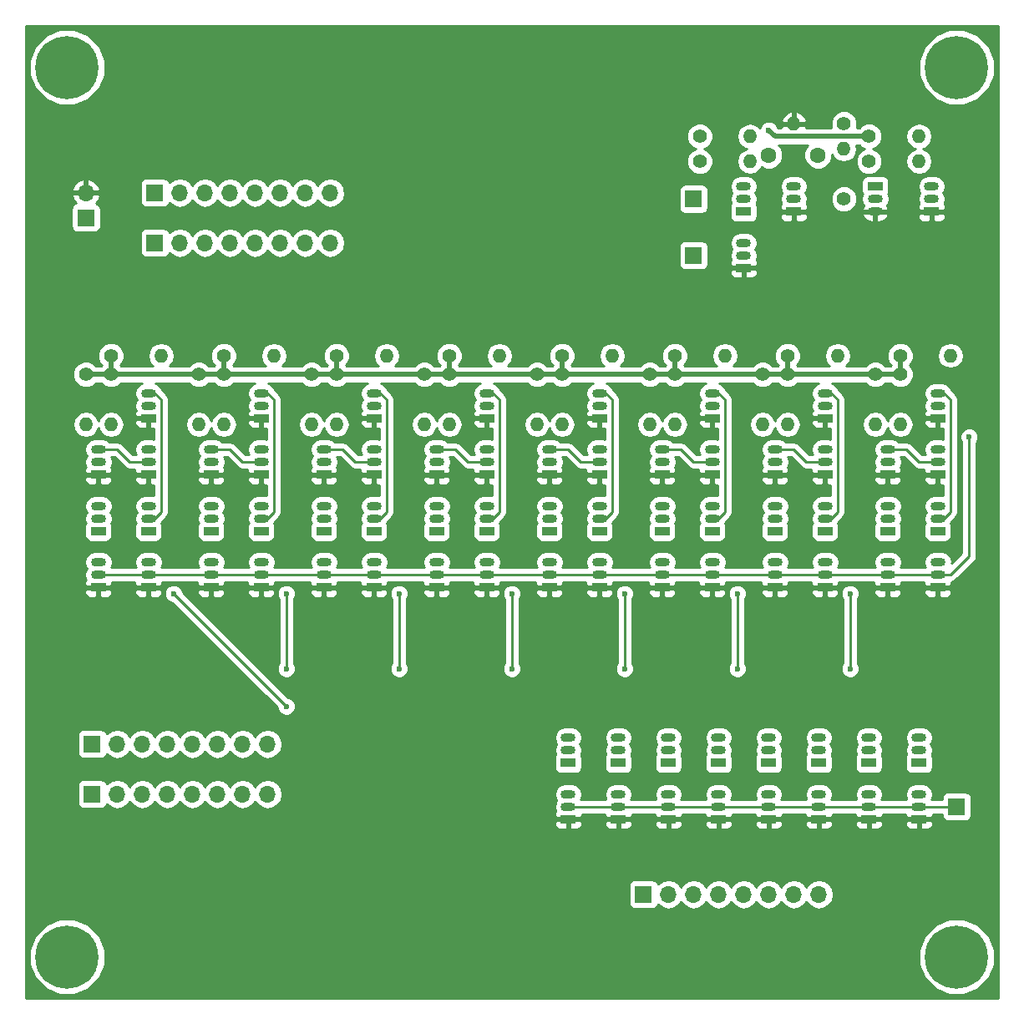
<source format=gbr>
G04 #@! TF.FileFunction,Copper,L2,Bot,Signal*
%FSLAX46Y46*%
G04 Gerber Fmt 4.6, Leading zero omitted, Abs format (unit mm)*
G04 Created by KiCad (PCBNEW 4.0.7-e2-6376~58~ubuntu16.04.1) date Tue Jan 16 13:30:28 2018*
%MOMM*%
%LPD*%
G01*
G04 APERTURE LIST*
%ADD10C,0.100000*%
%ADD11C,1.600000*%
%ADD12R,1.700000X1.700000*%
%ADD13O,1.700000X1.700000*%
%ADD14O,1.500000X0.900000*%
%ADD15R,1.500000X0.900000*%
%ADD16C,1.400000*%
%ADD17O,1.400000X1.400000*%
%ADD18C,6.400000*%
%ADD19C,0.600000*%
%ADD20C,0.500000*%
%ADD21C,0.250000*%
%ADD22C,0.254000*%
G04 APERTURE END LIST*
D10*
D11*
X117475000Y-29210000D03*
X122475000Y-29210000D03*
D12*
X55245000Y-33020000D03*
D13*
X57785000Y-33020000D03*
X60325000Y-33020000D03*
X62865000Y-33020000D03*
X65405000Y-33020000D03*
X67945000Y-33020000D03*
X70485000Y-33020000D03*
X73025000Y-33020000D03*
D12*
X48260000Y-35560000D03*
D13*
X48260000Y-33020000D03*
D12*
X55245000Y-38100000D03*
D13*
X57785000Y-38100000D03*
X60325000Y-38100000D03*
X62865000Y-38100000D03*
X65405000Y-38100000D03*
X67945000Y-38100000D03*
X70485000Y-38100000D03*
X73025000Y-38100000D03*
D12*
X109855000Y-33655000D03*
X109855000Y-39370000D03*
X104775000Y-104140000D03*
D13*
X107315000Y-104140000D03*
X109855000Y-104140000D03*
X112395000Y-104140000D03*
X114935000Y-104140000D03*
X117475000Y-104140000D03*
X120015000Y-104140000D03*
X122555000Y-104140000D03*
D12*
X48895000Y-88900000D03*
D13*
X51435000Y-88900000D03*
X53975000Y-88900000D03*
X56515000Y-88900000D03*
X59055000Y-88900000D03*
X61595000Y-88900000D03*
X64135000Y-88900000D03*
X66675000Y-88900000D03*
D12*
X48895000Y-93980000D03*
D13*
X51435000Y-93980000D03*
X53975000Y-93980000D03*
X56515000Y-93980000D03*
X59055000Y-93980000D03*
X61595000Y-93980000D03*
X64135000Y-93980000D03*
X66675000Y-93980000D03*
D12*
X136525000Y-95250000D03*
D14*
X114935000Y-33655000D03*
X114935000Y-32385000D03*
D15*
X114935000Y-34925000D03*
D14*
X120015000Y-33655000D03*
X120015000Y-32385000D03*
D15*
X120015000Y-34925000D03*
D14*
X128270000Y-33655000D03*
X128270000Y-34925000D03*
D15*
X128270000Y-32385000D03*
D14*
X133985000Y-33655000D03*
X133985000Y-32385000D03*
D15*
X133985000Y-34925000D03*
D14*
X114935000Y-39370000D03*
X114935000Y-38100000D03*
D15*
X114935000Y-40640000D03*
D14*
X97155000Y-89535000D03*
X97155000Y-88265000D03*
D15*
X97155000Y-90805000D03*
D14*
X102235000Y-89535000D03*
X102235000Y-88265000D03*
D15*
X102235000Y-90805000D03*
D14*
X107315000Y-89535000D03*
X107315000Y-88265000D03*
D15*
X107315000Y-90805000D03*
D14*
X112395000Y-89535000D03*
X112395000Y-88265000D03*
D15*
X112395000Y-90805000D03*
D14*
X117475000Y-89535000D03*
X117475000Y-88265000D03*
D15*
X117475000Y-90805000D03*
D14*
X122555000Y-89535000D03*
X122555000Y-88265000D03*
D15*
X122555000Y-90805000D03*
D14*
X127635000Y-89535000D03*
X127635000Y-88265000D03*
D15*
X127635000Y-90805000D03*
D14*
X132715000Y-89535000D03*
X132715000Y-88265000D03*
D15*
X132715000Y-90805000D03*
D14*
X97155000Y-95250000D03*
X97155000Y-93980000D03*
D15*
X97155000Y-96520000D03*
D14*
X102235000Y-95250000D03*
X102235000Y-93980000D03*
D15*
X102235000Y-96520000D03*
D14*
X107315000Y-95250000D03*
X107315000Y-93980000D03*
D15*
X107315000Y-96520000D03*
D14*
X112395000Y-95250000D03*
X112395000Y-93980000D03*
D15*
X112395000Y-96520000D03*
D14*
X117475000Y-95250000D03*
X117475000Y-93980000D03*
D15*
X117475000Y-96520000D03*
D14*
X122555000Y-95250000D03*
X122555000Y-93980000D03*
D15*
X122555000Y-96520000D03*
D14*
X127635000Y-95250000D03*
X127635000Y-93980000D03*
D15*
X127635000Y-96520000D03*
D14*
X132715000Y-95250000D03*
X132715000Y-93980000D03*
D15*
X132715000Y-96520000D03*
D14*
X49530000Y-66040000D03*
X49530000Y-64770000D03*
D15*
X49530000Y-67310000D03*
D14*
X49530000Y-60325000D03*
X49530000Y-59055000D03*
D15*
X49530000Y-61595000D03*
D14*
X54610000Y-60325000D03*
X54610000Y-59055000D03*
D15*
X54610000Y-61595000D03*
D14*
X54610000Y-66040000D03*
X54610000Y-64770000D03*
D15*
X54610000Y-67310000D03*
D14*
X49530000Y-71755000D03*
X49530000Y-70485000D03*
D15*
X49530000Y-73025000D03*
D14*
X54610000Y-71755000D03*
X54610000Y-70485000D03*
D15*
X54610000Y-73025000D03*
D14*
X54610000Y-54610000D03*
X54610000Y-53340000D03*
D15*
X54610000Y-55880000D03*
D14*
X60960000Y-66040000D03*
X60960000Y-64770000D03*
D15*
X60960000Y-67310000D03*
D14*
X60960000Y-60325000D03*
X60960000Y-59055000D03*
D15*
X60960000Y-61595000D03*
D14*
X66040000Y-60325000D03*
X66040000Y-59055000D03*
D15*
X66040000Y-61595000D03*
D14*
X66040000Y-66040000D03*
X66040000Y-64770000D03*
D15*
X66040000Y-67310000D03*
D14*
X60960000Y-71755000D03*
X60960000Y-70485000D03*
D15*
X60960000Y-73025000D03*
D14*
X66040000Y-71755000D03*
X66040000Y-70485000D03*
D15*
X66040000Y-73025000D03*
D14*
X66040000Y-54610000D03*
X66040000Y-53340000D03*
D15*
X66040000Y-55880000D03*
D14*
X72390000Y-66040000D03*
X72390000Y-64770000D03*
D15*
X72390000Y-67310000D03*
D14*
X72390000Y-60325000D03*
X72390000Y-59055000D03*
D15*
X72390000Y-61595000D03*
D14*
X77470000Y-60325000D03*
X77470000Y-59055000D03*
D15*
X77470000Y-61595000D03*
D14*
X77470000Y-66040000D03*
X77470000Y-64770000D03*
D15*
X77470000Y-67310000D03*
D14*
X72390000Y-71755000D03*
X72390000Y-70485000D03*
D15*
X72390000Y-73025000D03*
D14*
X77470000Y-71755000D03*
X77470000Y-70485000D03*
D15*
X77470000Y-73025000D03*
D14*
X77470000Y-54610000D03*
X77470000Y-53340000D03*
D15*
X77470000Y-55880000D03*
D14*
X83820000Y-66040000D03*
X83820000Y-64770000D03*
D15*
X83820000Y-67310000D03*
D14*
X83820000Y-60325000D03*
X83820000Y-59055000D03*
D15*
X83820000Y-61595000D03*
D14*
X88900000Y-60325000D03*
X88900000Y-59055000D03*
D15*
X88900000Y-61595000D03*
D14*
X88900000Y-66040000D03*
X88900000Y-64770000D03*
D15*
X88900000Y-67310000D03*
D14*
X83820000Y-71755000D03*
X83820000Y-70485000D03*
D15*
X83820000Y-73025000D03*
D14*
X88900000Y-71755000D03*
X88900000Y-70485000D03*
D15*
X88900000Y-73025000D03*
D14*
X88900000Y-54610000D03*
X88900000Y-53340000D03*
D15*
X88900000Y-55880000D03*
D14*
X95250000Y-66040000D03*
X95250000Y-64770000D03*
D15*
X95250000Y-67310000D03*
D14*
X95250000Y-60325000D03*
X95250000Y-59055000D03*
D15*
X95250000Y-61595000D03*
D14*
X100330000Y-60325000D03*
X100330000Y-59055000D03*
D15*
X100330000Y-61595000D03*
D14*
X100330000Y-66040000D03*
X100330000Y-64770000D03*
D15*
X100330000Y-67310000D03*
D14*
X95250000Y-71755000D03*
X95250000Y-70485000D03*
D15*
X95250000Y-73025000D03*
D14*
X100330000Y-71755000D03*
X100330000Y-70485000D03*
D15*
X100330000Y-73025000D03*
D14*
X100330000Y-54610000D03*
X100330000Y-53340000D03*
D15*
X100330000Y-55880000D03*
D14*
X106680000Y-66040000D03*
X106680000Y-64770000D03*
D15*
X106680000Y-67310000D03*
D14*
X106680000Y-60325000D03*
X106680000Y-59055000D03*
D15*
X106680000Y-61595000D03*
D14*
X111760000Y-60325000D03*
X111760000Y-59055000D03*
D15*
X111760000Y-61595000D03*
D14*
X111760000Y-66040000D03*
X111760000Y-64770000D03*
D15*
X111760000Y-67310000D03*
D14*
X106680000Y-71755000D03*
X106680000Y-70485000D03*
D15*
X106680000Y-73025000D03*
D14*
X111760000Y-71755000D03*
X111760000Y-70485000D03*
D15*
X111760000Y-73025000D03*
D14*
X111760000Y-54610000D03*
X111760000Y-53340000D03*
D15*
X111760000Y-55880000D03*
D14*
X118110000Y-66040000D03*
X118110000Y-64770000D03*
D15*
X118110000Y-67310000D03*
D14*
X118110000Y-60325000D03*
X118110000Y-59055000D03*
D15*
X118110000Y-61595000D03*
D14*
X123190000Y-60325000D03*
X123190000Y-59055000D03*
D15*
X123190000Y-61595000D03*
D14*
X123190000Y-66040000D03*
X123190000Y-64770000D03*
D15*
X123190000Y-67310000D03*
D14*
X118110000Y-71755000D03*
X118110000Y-70485000D03*
D15*
X118110000Y-73025000D03*
D14*
X123190000Y-71755000D03*
X123190000Y-70485000D03*
D15*
X123190000Y-73025000D03*
D14*
X123190000Y-54610000D03*
X123190000Y-53340000D03*
D15*
X123190000Y-55880000D03*
D14*
X129540000Y-66040000D03*
X129540000Y-64770000D03*
D15*
X129540000Y-67310000D03*
D14*
X129540000Y-60325000D03*
X129540000Y-59055000D03*
D15*
X129540000Y-61595000D03*
D14*
X134620000Y-60325000D03*
X134620000Y-59055000D03*
D15*
X134620000Y-61595000D03*
D14*
X134620000Y-66040000D03*
X134620000Y-64770000D03*
D15*
X134620000Y-67310000D03*
D14*
X129540000Y-71755000D03*
X129540000Y-70485000D03*
D15*
X129540000Y-73025000D03*
D14*
X134620000Y-71755000D03*
X134620000Y-70485000D03*
D15*
X134620000Y-73025000D03*
D14*
X134620000Y-54610000D03*
X134620000Y-53340000D03*
D15*
X134620000Y-55880000D03*
D16*
X110490000Y-29845000D03*
D17*
X115570000Y-29845000D03*
D16*
X110490000Y-27305000D03*
D17*
X115570000Y-27305000D03*
D16*
X127635000Y-29845000D03*
D17*
X132715000Y-29845000D03*
D16*
X127635000Y-27305000D03*
D17*
X132715000Y-27305000D03*
D16*
X125095000Y-33655000D03*
D17*
X125095000Y-28575000D03*
D16*
X125095000Y-26035000D03*
D17*
X120015000Y-26035000D03*
D16*
X48260000Y-51435000D03*
D17*
X48260000Y-56515000D03*
D16*
X50800000Y-51435000D03*
D17*
X50800000Y-56515000D03*
D16*
X50800000Y-49530000D03*
D17*
X55880000Y-49530000D03*
D16*
X59690000Y-51435000D03*
D17*
X59690000Y-56515000D03*
D16*
X62230000Y-51435000D03*
D17*
X62230000Y-56515000D03*
D16*
X62230000Y-49530000D03*
D17*
X67310000Y-49530000D03*
D16*
X71120000Y-51435000D03*
D17*
X71120000Y-56515000D03*
D16*
X73660000Y-51435000D03*
D17*
X73660000Y-56515000D03*
D16*
X73660000Y-49530000D03*
D17*
X78740000Y-49530000D03*
D16*
X82550000Y-51435000D03*
D17*
X82550000Y-56515000D03*
D16*
X85090000Y-51435000D03*
D17*
X85090000Y-56515000D03*
D16*
X85090000Y-49530000D03*
D17*
X90170000Y-49530000D03*
D16*
X93980000Y-51435000D03*
D17*
X93980000Y-56515000D03*
D16*
X96520000Y-51435000D03*
D17*
X96520000Y-56515000D03*
D16*
X96520000Y-49530000D03*
D17*
X101600000Y-49530000D03*
D16*
X105410000Y-51435000D03*
D17*
X105410000Y-56515000D03*
D16*
X107950000Y-51435000D03*
D17*
X107950000Y-56515000D03*
D16*
X107950000Y-49530000D03*
D17*
X113030000Y-49530000D03*
D16*
X116840000Y-51435000D03*
D17*
X116840000Y-56515000D03*
D16*
X119380000Y-51435000D03*
D17*
X119380000Y-56515000D03*
D16*
X119380000Y-49530000D03*
D17*
X124460000Y-49530000D03*
D16*
X128270000Y-51435000D03*
D17*
X128270000Y-56515000D03*
D16*
X130810000Y-51435000D03*
D17*
X130810000Y-56515000D03*
D16*
X130810000Y-49530000D03*
D17*
X135890000Y-49530000D03*
D18*
X46355000Y-20320000D03*
X136525000Y-20320000D03*
X136525000Y-110490000D03*
X46355000Y-110490000D03*
D19*
X117475000Y-26670000D03*
X137795000Y-57785000D03*
X68580000Y-85090000D03*
X57150000Y-73660000D03*
X68580000Y-81280000D03*
X68580000Y-73660000D03*
X80010000Y-81280000D03*
X80010000Y-73660000D03*
X91440000Y-81280000D03*
X91440000Y-73660000D03*
X102870000Y-81280000D03*
X102870000Y-73660000D03*
X114300000Y-81280000D03*
X114300000Y-73660000D03*
X125730000Y-81280000D03*
X125730000Y-73660000D03*
D20*
X127635000Y-27305000D02*
X118110000Y-27305000D01*
X118110000Y-27305000D02*
X117475000Y-26670000D01*
X96520000Y-49530000D02*
X96520000Y-51435000D01*
X85090000Y-49530000D02*
X85090000Y-51435000D01*
X73660000Y-49530000D02*
X73660000Y-51435000D01*
X62230000Y-49530000D02*
X62230000Y-51435000D01*
X107950000Y-49530000D02*
X107950000Y-51435000D01*
X119380000Y-49530000D02*
X119380000Y-51435000D01*
X130810000Y-49530000D02*
X130810000Y-51435000D01*
X50800000Y-51435000D02*
X59690000Y-51435000D01*
X59690000Y-51435000D02*
X62230000Y-51435000D01*
X62230000Y-51435000D02*
X71120000Y-51435000D01*
X71120000Y-51435000D02*
X73660000Y-51435000D01*
X73660000Y-51435000D02*
X82550000Y-51435000D01*
X82550000Y-51435000D02*
X85090000Y-51435000D01*
X85090000Y-51435000D02*
X93980000Y-51435000D01*
X93980000Y-51435000D02*
X96520000Y-51435000D01*
X96520000Y-51435000D02*
X105410000Y-51435000D01*
X105410000Y-51435000D02*
X107950000Y-51435000D01*
X107950000Y-51435000D02*
X116840000Y-51435000D01*
X116840000Y-51435000D02*
X119380000Y-51435000D01*
X119380000Y-51435000D02*
X128270000Y-51435000D01*
X128270000Y-51435000D02*
X130810000Y-51435000D01*
X50800000Y-51435000D02*
X50800000Y-49530000D01*
X48260000Y-51435000D02*
X50800000Y-51435000D01*
D21*
X136525000Y-95250000D02*
X132715000Y-95250000D01*
X132715000Y-95250000D02*
X127635000Y-95250000D01*
X127635000Y-95250000D02*
X122555000Y-95250000D01*
X122555000Y-95250000D02*
X117475000Y-95250000D01*
X117475000Y-95250000D02*
X112395000Y-95250000D01*
X112395000Y-95250000D02*
X107315000Y-95250000D01*
X107315000Y-95250000D02*
X102235000Y-95250000D01*
X102235000Y-95250000D02*
X97155000Y-95250000D01*
X134620000Y-71755000D02*
X135890000Y-71755000D01*
X137795000Y-69850000D02*
X137795000Y-57785000D01*
X135890000Y-71755000D02*
X137795000Y-69850000D01*
X49530000Y-71755000D02*
X54610000Y-71755000D01*
X54610000Y-71755000D02*
X60960000Y-71755000D01*
X60960000Y-71755000D02*
X66040000Y-71755000D01*
X66040000Y-71755000D02*
X72390000Y-71755000D01*
X72390000Y-71755000D02*
X77470000Y-71755000D01*
X77470000Y-71755000D02*
X83820000Y-71755000D01*
X83820000Y-71755000D02*
X88900000Y-71755000D01*
X88900000Y-71755000D02*
X95250000Y-71755000D01*
X95250000Y-71755000D02*
X100330000Y-71755000D01*
X100330000Y-71755000D02*
X106680000Y-71755000D01*
X106680000Y-71755000D02*
X111760000Y-71755000D01*
X111760000Y-71755000D02*
X118110000Y-71755000D01*
X118110000Y-71755000D02*
X123190000Y-71755000D01*
X123190000Y-71755000D02*
X129540000Y-71755000D01*
X129540000Y-71755000D02*
X134620000Y-71755000D01*
X57150000Y-73660000D02*
X68580000Y-85090000D01*
X54610000Y-60325000D02*
X52705000Y-60325000D01*
X51435000Y-59055000D02*
X49530000Y-59055000D01*
X52705000Y-60325000D02*
X51435000Y-59055000D01*
X68580000Y-73660000D02*
X68580000Y-81280000D01*
X66040000Y-60325000D02*
X64135000Y-60325000D01*
X62865000Y-59055000D02*
X60960000Y-59055000D01*
X64135000Y-60325000D02*
X62865000Y-59055000D01*
X80010000Y-73660000D02*
X80010000Y-81280000D01*
X77470000Y-60325000D02*
X75565000Y-60325000D01*
X74295000Y-59055000D02*
X72390000Y-59055000D01*
X75565000Y-60325000D02*
X74295000Y-59055000D01*
X91440000Y-73660000D02*
X91440000Y-81280000D01*
X88900000Y-60325000D02*
X86995000Y-60325000D01*
X85725000Y-59055000D02*
X83820000Y-59055000D01*
X86995000Y-60325000D02*
X85725000Y-59055000D01*
X102870000Y-81280000D02*
X102870000Y-73660000D01*
X100330000Y-60325000D02*
X98425000Y-60325000D01*
X97155000Y-59055000D02*
X95250000Y-59055000D01*
X98425000Y-60325000D02*
X97155000Y-59055000D01*
X114300000Y-73660000D02*
X114300000Y-81280000D01*
X111760000Y-60325000D02*
X109855000Y-60325000D01*
X108585000Y-59055000D02*
X106680000Y-59055000D01*
X109855000Y-60325000D02*
X108585000Y-59055000D01*
X125730000Y-73660000D02*
X125730000Y-81280000D01*
X123190000Y-60325000D02*
X121285000Y-60325000D01*
X120015000Y-59055000D02*
X118110000Y-59055000D01*
X121285000Y-60325000D02*
X120015000Y-59055000D01*
X129540000Y-59055000D02*
X131445000Y-59055000D01*
X132715000Y-60325000D02*
X134620000Y-60325000D01*
X131445000Y-59055000D02*
X132715000Y-60325000D01*
X54610000Y-53340000D02*
X55245000Y-53340000D01*
X55245000Y-53340000D02*
X55880000Y-53975000D01*
X55880000Y-53975000D02*
X55880000Y-65405000D01*
X55880000Y-65405000D02*
X55245000Y-66040000D01*
X55245000Y-66040000D02*
X54610000Y-66040000D01*
X66040000Y-66040000D02*
X66675000Y-66040000D01*
X66675000Y-66040000D02*
X67310000Y-65405000D01*
X67310000Y-65405000D02*
X67310000Y-53975000D01*
X67310000Y-53975000D02*
X66675000Y-53340000D01*
X66675000Y-53340000D02*
X66040000Y-53340000D01*
X77470000Y-66040000D02*
X78105000Y-66040000D01*
X78105000Y-66040000D02*
X78740000Y-65405000D01*
X78740000Y-65405000D02*
X78740000Y-53975000D01*
X78740000Y-53975000D02*
X78105000Y-53340000D01*
X78105000Y-53340000D02*
X77470000Y-53340000D01*
X88900000Y-66040000D02*
X89535000Y-66040000D01*
X89535000Y-66040000D02*
X90170000Y-65405000D01*
X90170000Y-65405000D02*
X90170000Y-53975000D01*
X90170000Y-53975000D02*
X89535000Y-53340000D01*
X89535000Y-53340000D02*
X88900000Y-53340000D01*
X100330000Y-66040000D02*
X100965000Y-66040000D01*
X100965000Y-66040000D02*
X101600000Y-65405000D01*
X101600000Y-65405000D02*
X101600000Y-53975000D01*
X101600000Y-53975000D02*
X100965000Y-53340000D01*
X100965000Y-53340000D02*
X100330000Y-53340000D01*
X111760000Y-66040000D02*
X112395000Y-66040000D01*
X112395000Y-66040000D02*
X113030000Y-65405000D01*
X113030000Y-65405000D02*
X113030000Y-53975000D01*
X113030000Y-53975000D02*
X112395000Y-53340000D01*
X112395000Y-53340000D02*
X111760000Y-53340000D01*
X123190000Y-53340000D02*
X123825000Y-53340000D01*
X123825000Y-53340000D02*
X124460000Y-53975000D01*
X124460000Y-53975000D02*
X124460000Y-65405000D01*
X124460000Y-65405000D02*
X123825000Y-66040000D01*
X123825000Y-66040000D02*
X123190000Y-66040000D01*
X134620000Y-53340000D02*
X135255000Y-53340000D01*
X135255000Y-53340000D02*
X135890000Y-53975000D01*
X135890000Y-53975000D02*
X135890000Y-65405000D01*
X135890000Y-65405000D02*
X135255000Y-66040000D01*
X135255000Y-66040000D02*
X134620000Y-66040000D01*
D22*
G36*
X140730000Y-114695000D02*
X42150000Y-114695000D01*
X42150000Y-111249482D01*
X42519336Y-111249482D01*
X43101950Y-112659515D01*
X44179811Y-113739259D01*
X45588825Y-114324333D01*
X47114482Y-114325664D01*
X48524515Y-113743050D01*
X49604259Y-112665189D01*
X50189333Y-111256175D01*
X50189338Y-111249482D01*
X132689336Y-111249482D01*
X133271950Y-112659515D01*
X134349811Y-113739259D01*
X135758825Y-114324333D01*
X137284482Y-114325664D01*
X138694515Y-113743050D01*
X139774259Y-112665189D01*
X140359333Y-111256175D01*
X140360664Y-109730518D01*
X139778050Y-108320485D01*
X138700189Y-107240741D01*
X137291175Y-106655667D01*
X135765518Y-106654336D01*
X134355485Y-107236950D01*
X133275741Y-108314811D01*
X132690667Y-109723825D01*
X132689336Y-111249482D01*
X50189338Y-111249482D01*
X50190664Y-109730518D01*
X49608050Y-108320485D01*
X48530189Y-107240741D01*
X47121175Y-106655667D01*
X45595518Y-106654336D01*
X44185485Y-107236950D01*
X43105741Y-108314811D01*
X42520667Y-109723825D01*
X42519336Y-111249482D01*
X42150000Y-111249482D01*
X42150000Y-103290000D01*
X103277560Y-103290000D01*
X103277560Y-104990000D01*
X103321838Y-105225317D01*
X103460910Y-105441441D01*
X103673110Y-105586431D01*
X103925000Y-105637440D01*
X105625000Y-105637440D01*
X105860317Y-105593162D01*
X106076441Y-105454090D01*
X106221431Y-105241890D01*
X106235086Y-105174459D01*
X106264946Y-105219147D01*
X106746715Y-105541054D01*
X107315000Y-105654093D01*
X107883285Y-105541054D01*
X108365054Y-105219147D01*
X108585000Y-104889974D01*
X108804946Y-105219147D01*
X109286715Y-105541054D01*
X109855000Y-105654093D01*
X110423285Y-105541054D01*
X110905054Y-105219147D01*
X111125000Y-104889974D01*
X111344946Y-105219147D01*
X111826715Y-105541054D01*
X112395000Y-105654093D01*
X112963285Y-105541054D01*
X113445054Y-105219147D01*
X113665000Y-104889974D01*
X113884946Y-105219147D01*
X114366715Y-105541054D01*
X114935000Y-105654093D01*
X115503285Y-105541054D01*
X115985054Y-105219147D01*
X116205000Y-104889974D01*
X116424946Y-105219147D01*
X116906715Y-105541054D01*
X117475000Y-105654093D01*
X118043285Y-105541054D01*
X118525054Y-105219147D01*
X118745000Y-104889974D01*
X118964946Y-105219147D01*
X119446715Y-105541054D01*
X120015000Y-105654093D01*
X120583285Y-105541054D01*
X121065054Y-105219147D01*
X121285000Y-104889974D01*
X121504946Y-105219147D01*
X121986715Y-105541054D01*
X122555000Y-105654093D01*
X123123285Y-105541054D01*
X123605054Y-105219147D01*
X123926961Y-104737378D01*
X124040000Y-104169093D01*
X124040000Y-104110907D01*
X123926961Y-103542622D01*
X123605054Y-103060853D01*
X123123285Y-102738946D01*
X122555000Y-102625907D01*
X121986715Y-102738946D01*
X121504946Y-103060853D01*
X121285000Y-103390026D01*
X121065054Y-103060853D01*
X120583285Y-102738946D01*
X120015000Y-102625907D01*
X119446715Y-102738946D01*
X118964946Y-103060853D01*
X118745000Y-103390026D01*
X118525054Y-103060853D01*
X118043285Y-102738946D01*
X117475000Y-102625907D01*
X116906715Y-102738946D01*
X116424946Y-103060853D01*
X116205000Y-103390026D01*
X115985054Y-103060853D01*
X115503285Y-102738946D01*
X114935000Y-102625907D01*
X114366715Y-102738946D01*
X113884946Y-103060853D01*
X113665000Y-103390026D01*
X113445054Y-103060853D01*
X112963285Y-102738946D01*
X112395000Y-102625907D01*
X111826715Y-102738946D01*
X111344946Y-103060853D01*
X111125000Y-103390026D01*
X110905054Y-103060853D01*
X110423285Y-102738946D01*
X109855000Y-102625907D01*
X109286715Y-102738946D01*
X108804946Y-103060853D01*
X108585000Y-103390026D01*
X108365054Y-103060853D01*
X107883285Y-102738946D01*
X107315000Y-102625907D01*
X106746715Y-102738946D01*
X106264946Y-103060853D01*
X106237150Y-103102452D01*
X106228162Y-103054683D01*
X106089090Y-102838559D01*
X105876890Y-102693569D01*
X105625000Y-102642560D01*
X103925000Y-102642560D01*
X103689683Y-102686838D01*
X103473559Y-102825910D01*
X103328569Y-103038110D01*
X103277560Y-103290000D01*
X42150000Y-103290000D01*
X42150000Y-96805750D01*
X95770000Y-96805750D01*
X95770000Y-97096309D01*
X95866673Y-97329698D01*
X96045301Y-97508327D01*
X96278690Y-97605000D01*
X96869250Y-97605000D01*
X97028000Y-97446250D01*
X97028000Y-96647000D01*
X97282000Y-96647000D01*
X97282000Y-97446250D01*
X97440750Y-97605000D01*
X98031310Y-97605000D01*
X98264699Y-97508327D01*
X98443327Y-97329698D01*
X98540000Y-97096309D01*
X98540000Y-96805750D01*
X100850000Y-96805750D01*
X100850000Y-97096309D01*
X100946673Y-97329698D01*
X101125301Y-97508327D01*
X101358690Y-97605000D01*
X101949250Y-97605000D01*
X102108000Y-97446250D01*
X102108000Y-96647000D01*
X102362000Y-96647000D01*
X102362000Y-97446250D01*
X102520750Y-97605000D01*
X103111310Y-97605000D01*
X103344699Y-97508327D01*
X103523327Y-97329698D01*
X103620000Y-97096309D01*
X103620000Y-96805750D01*
X105930000Y-96805750D01*
X105930000Y-97096309D01*
X106026673Y-97329698D01*
X106205301Y-97508327D01*
X106438690Y-97605000D01*
X107029250Y-97605000D01*
X107188000Y-97446250D01*
X107188000Y-96647000D01*
X107442000Y-96647000D01*
X107442000Y-97446250D01*
X107600750Y-97605000D01*
X108191310Y-97605000D01*
X108424699Y-97508327D01*
X108603327Y-97329698D01*
X108700000Y-97096309D01*
X108700000Y-96805750D01*
X111010000Y-96805750D01*
X111010000Y-97096309D01*
X111106673Y-97329698D01*
X111285301Y-97508327D01*
X111518690Y-97605000D01*
X112109250Y-97605000D01*
X112268000Y-97446250D01*
X112268000Y-96647000D01*
X112522000Y-96647000D01*
X112522000Y-97446250D01*
X112680750Y-97605000D01*
X113271310Y-97605000D01*
X113504699Y-97508327D01*
X113683327Y-97329698D01*
X113780000Y-97096309D01*
X113780000Y-96805750D01*
X116090000Y-96805750D01*
X116090000Y-97096309D01*
X116186673Y-97329698D01*
X116365301Y-97508327D01*
X116598690Y-97605000D01*
X117189250Y-97605000D01*
X117348000Y-97446250D01*
X117348000Y-96647000D01*
X117602000Y-96647000D01*
X117602000Y-97446250D01*
X117760750Y-97605000D01*
X118351310Y-97605000D01*
X118584699Y-97508327D01*
X118763327Y-97329698D01*
X118860000Y-97096309D01*
X118860000Y-96805750D01*
X121170000Y-96805750D01*
X121170000Y-97096309D01*
X121266673Y-97329698D01*
X121445301Y-97508327D01*
X121678690Y-97605000D01*
X122269250Y-97605000D01*
X122428000Y-97446250D01*
X122428000Y-96647000D01*
X122682000Y-96647000D01*
X122682000Y-97446250D01*
X122840750Y-97605000D01*
X123431310Y-97605000D01*
X123664699Y-97508327D01*
X123843327Y-97329698D01*
X123940000Y-97096309D01*
X123940000Y-96805750D01*
X126250000Y-96805750D01*
X126250000Y-97096309D01*
X126346673Y-97329698D01*
X126525301Y-97508327D01*
X126758690Y-97605000D01*
X127349250Y-97605000D01*
X127508000Y-97446250D01*
X127508000Y-96647000D01*
X127762000Y-96647000D01*
X127762000Y-97446250D01*
X127920750Y-97605000D01*
X128511310Y-97605000D01*
X128744699Y-97508327D01*
X128923327Y-97329698D01*
X129020000Y-97096309D01*
X129020000Y-96805750D01*
X131330000Y-96805750D01*
X131330000Y-97096309D01*
X131426673Y-97329698D01*
X131605301Y-97508327D01*
X131838690Y-97605000D01*
X132429250Y-97605000D01*
X132588000Y-97446250D01*
X132588000Y-96647000D01*
X132842000Y-96647000D01*
X132842000Y-97446250D01*
X133000750Y-97605000D01*
X133591310Y-97605000D01*
X133824699Y-97508327D01*
X134003327Y-97329698D01*
X134100000Y-97096309D01*
X134100000Y-96805750D01*
X133941250Y-96647000D01*
X132842000Y-96647000D01*
X132588000Y-96647000D01*
X131488750Y-96647000D01*
X131330000Y-96805750D01*
X129020000Y-96805750D01*
X128861250Y-96647000D01*
X127762000Y-96647000D01*
X127508000Y-96647000D01*
X126408750Y-96647000D01*
X126250000Y-96805750D01*
X123940000Y-96805750D01*
X123781250Y-96647000D01*
X122682000Y-96647000D01*
X122428000Y-96647000D01*
X121328750Y-96647000D01*
X121170000Y-96805750D01*
X118860000Y-96805750D01*
X118701250Y-96647000D01*
X117602000Y-96647000D01*
X117348000Y-96647000D01*
X116248750Y-96647000D01*
X116090000Y-96805750D01*
X113780000Y-96805750D01*
X113621250Y-96647000D01*
X112522000Y-96647000D01*
X112268000Y-96647000D01*
X111168750Y-96647000D01*
X111010000Y-96805750D01*
X108700000Y-96805750D01*
X108541250Y-96647000D01*
X107442000Y-96647000D01*
X107188000Y-96647000D01*
X106088750Y-96647000D01*
X105930000Y-96805750D01*
X103620000Y-96805750D01*
X103461250Y-96647000D01*
X102362000Y-96647000D01*
X102108000Y-96647000D01*
X101008750Y-96647000D01*
X100850000Y-96805750D01*
X98540000Y-96805750D01*
X98381250Y-96647000D01*
X97282000Y-96647000D01*
X97028000Y-96647000D01*
X95928750Y-96647000D01*
X95770000Y-96805750D01*
X42150000Y-96805750D01*
X42150000Y-93130000D01*
X47397560Y-93130000D01*
X47397560Y-94830000D01*
X47441838Y-95065317D01*
X47580910Y-95281441D01*
X47793110Y-95426431D01*
X48045000Y-95477440D01*
X49745000Y-95477440D01*
X49980317Y-95433162D01*
X50196441Y-95294090D01*
X50341431Y-95081890D01*
X50355086Y-95014459D01*
X50384946Y-95059147D01*
X50866715Y-95381054D01*
X51435000Y-95494093D01*
X52003285Y-95381054D01*
X52485054Y-95059147D01*
X52705000Y-94729974D01*
X52924946Y-95059147D01*
X53406715Y-95381054D01*
X53975000Y-95494093D01*
X54543285Y-95381054D01*
X55025054Y-95059147D01*
X55245000Y-94729974D01*
X55464946Y-95059147D01*
X55946715Y-95381054D01*
X56515000Y-95494093D01*
X57083285Y-95381054D01*
X57565054Y-95059147D01*
X57785000Y-94729974D01*
X58004946Y-95059147D01*
X58486715Y-95381054D01*
X59055000Y-95494093D01*
X59623285Y-95381054D01*
X60105054Y-95059147D01*
X60325000Y-94729974D01*
X60544946Y-95059147D01*
X61026715Y-95381054D01*
X61595000Y-95494093D01*
X62163285Y-95381054D01*
X62645054Y-95059147D01*
X62865000Y-94729974D01*
X63084946Y-95059147D01*
X63566715Y-95381054D01*
X64135000Y-95494093D01*
X64703285Y-95381054D01*
X65185054Y-95059147D01*
X65405000Y-94729974D01*
X65624946Y-95059147D01*
X66106715Y-95381054D01*
X66675000Y-95494093D01*
X67243285Y-95381054D01*
X67725054Y-95059147D01*
X68046961Y-94577378D01*
X68160000Y-94009093D01*
X68160000Y-93980000D01*
X95742866Y-93980000D01*
X95825457Y-94395212D01*
X95972315Y-94615000D01*
X95825457Y-94834788D01*
X95742866Y-95250000D01*
X95825457Y-95665212D01*
X95862430Y-95720546D01*
X95770000Y-95943691D01*
X95770000Y-96234250D01*
X95928750Y-96393000D01*
X97028000Y-96393000D01*
X97028000Y-96373000D01*
X97282000Y-96373000D01*
X97282000Y-96393000D01*
X98381250Y-96393000D01*
X98540000Y-96234250D01*
X98540000Y-96010000D01*
X100850000Y-96010000D01*
X100850000Y-96234250D01*
X101008750Y-96393000D01*
X102108000Y-96393000D01*
X102108000Y-96373000D01*
X102362000Y-96373000D01*
X102362000Y-96393000D01*
X103461250Y-96393000D01*
X103620000Y-96234250D01*
X103620000Y-96010000D01*
X105930000Y-96010000D01*
X105930000Y-96234250D01*
X106088750Y-96393000D01*
X107188000Y-96393000D01*
X107188000Y-96373000D01*
X107442000Y-96373000D01*
X107442000Y-96393000D01*
X108541250Y-96393000D01*
X108700000Y-96234250D01*
X108700000Y-96010000D01*
X111010000Y-96010000D01*
X111010000Y-96234250D01*
X111168750Y-96393000D01*
X112268000Y-96393000D01*
X112268000Y-96373000D01*
X112522000Y-96373000D01*
X112522000Y-96393000D01*
X113621250Y-96393000D01*
X113780000Y-96234250D01*
X113780000Y-96010000D01*
X116090000Y-96010000D01*
X116090000Y-96234250D01*
X116248750Y-96393000D01*
X117348000Y-96393000D01*
X117348000Y-96373000D01*
X117602000Y-96373000D01*
X117602000Y-96393000D01*
X118701250Y-96393000D01*
X118860000Y-96234250D01*
X118860000Y-96010000D01*
X121170000Y-96010000D01*
X121170000Y-96234250D01*
X121328750Y-96393000D01*
X122428000Y-96393000D01*
X122428000Y-96373000D01*
X122682000Y-96373000D01*
X122682000Y-96393000D01*
X123781250Y-96393000D01*
X123940000Y-96234250D01*
X123940000Y-96010000D01*
X126250000Y-96010000D01*
X126250000Y-96234250D01*
X126408750Y-96393000D01*
X127508000Y-96393000D01*
X127508000Y-96373000D01*
X127762000Y-96373000D01*
X127762000Y-96393000D01*
X128861250Y-96393000D01*
X129020000Y-96234250D01*
X129020000Y-96010000D01*
X131330000Y-96010000D01*
X131330000Y-96234250D01*
X131488750Y-96393000D01*
X132588000Y-96393000D01*
X132588000Y-96373000D01*
X132842000Y-96373000D01*
X132842000Y-96393000D01*
X133941250Y-96393000D01*
X134100000Y-96234250D01*
X134100000Y-96010000D01*
X135027560Y-96010000D01*
X135027560Y-96100000D01*
X135071838Y-96335317D01*
X135210910Y-96551441D01*
X135423110Y-96696431D01*
X135675000Y-96747440D01*
X137375000Y-96747440D01*
X137610317Y-96703162D01*
X137826441Y-96564090D01*
X137971431Y-96351890D01*
X138022440Y-96100000D01*
X138022440Y-94400000D01*
X137978162Y-94164683D01*
X137839090Y-93948559D01*
X137626890Y-93803569D01*
X137375000Y-93752560D01*
X135675000Y-93752560D01*
X135439683Y-93796838D01*
X135223559Y-93935910D01*
X135078569Y-94148110D01*
X135027560Y-94400000D01*
X135027560Y-94490000D01*
X133981208Y-94490000D01*
X134044543Y-94395212D01*
X134127134Y-93980000D01*
X134044543Y-93564788D01*
X133809345Y-93212789D01*
X133457346Y-92977591D01*
X133042134Y-92895000D01*
X132387866Y-92895000D01*
X131972654Y-92977591D01*
X131620655Y-93212789D01*
X131385457Y-93564788D01*
X131302866Y-93980000D01*
X131385457Y-94395212D01*
X131448792Y-94490000D01*
X128901208Y-94490000D01*
X128964543Y-94395212D01*
X129047134Y-93980000D01*
X128964543Y-93564788D01*
X128729345Y-93212789D01*
X128377346Y-92977591D01*
X127962134Y-92895000D01*
X127307866Y-92895000D01*
X126892654Y-92977591D01*
X126540655Y-93212789D01*
X126305457Y-93564788D01*
X126222866Y-93980000D01*
X126305457Y-94395212D01*
X126368792Y-94490000D01*
X123821208Y-94490000D01*
X123884543Y-94395212D01*
X123967134Y-93980000D01*
X123884543Y-93564788D01*
X123649345Y-93212789D01*
X123297346Y-92977591D01*
X122882134Y-92895000D01*
X122227866Y-92895000D01*
X121812654Y-92977591D01*
X121460655Y-93212789D01*
X121225457Y-93564788D01*
X121142866Y-93980000D01*
X121225457Y-94395212D01*
X121288792Y-94490000D01*
X118741208Y-94490000D01*
X118804543Y-94395212D01*
X118887134Y-93980000D01*
X118804543Y-93564788D01*
X118569345Y-93212789D01*
X118217346Y-92977591D01*
X117802134Y-92895000D01*
X117147866Y-92895000D01*
X116732654Y-92977591D01*
X116380655Y-93212789D01*
X116145457Y-93564788D01*
X116062866Y-93980000D01*
X116145457Y-94395212D01*
X116208792Y-94490000D01*
X113661208Y-94490000D01*
X113724543Y-94395212D01*
X113807134Y-93980000D01*
X113724543Y-93564788D01*
X113489345Y-93212789D01*
X113137346Y-92977591D01*
X112722134Y-92895000D01*
X112067866Y-92895000D01*
X111652654Y-92977591D01*
X111300655Y-93212789D01*
X111065457Y-93564788D01*
X110982866Y-93980000D01*
X111065457Y-94395212D01*
X111128792Y-94490000D01*
X108581208Y-94490000D01*
X108644543Y-94395212D01*
X108727134Y-93980000D01*
X108644543Y-93564788D01*
X108409345Y-93212789D01*
X108057346Y-92977591D01*
X107642134Y-92895000D01*
X106987866Y-92895000D01*
X106572654Y-92977591D01*
X106220655Y-93212789D01*
X105985457Y-93564788D01*
X105902866Y-93980000D01*
X105985457Y-94395212D01*
X106048792Y-94490000D01*
X103501208Y-94490000D01*
X103564543Y-94395212D01*
X103647134Y-93980000D01*
X103564543Y-93564788D01*
X103329345Y-93212789D01*
X102977346Y-92977591D01*
X102562134Y-92895000D01*
X101907866Y-92895000D01*
X101492654Y-92977591D01*
X101140655Y-93212789D01*
X100905457Y-93564788D01*
X100822866Y-93980000D01*
X100905457Y-94395212D01*
X100968792Y-94490000D01*
X98421208Y-94490000D01*
X98484543Y-94395212D01*
X98567134Y-93980000D01*
X98484543Y-93564788D01*
X98249345Y-93212789D01*
X97897346Y-92977591D01*
X97482134Y-92895000D01*
X96827866Y-92895000D01*
X96412654Y-92977591D01*
X96060655Y-93212789D01*
X95825457Y-93564788D01*
X95742866Y-93980000D01*
X68160000Y-93980000D01*
X68160000Y-93950907D01*
X68046961Y-93382622D01*
X67725054Y-92900853D01*
X67243285Y-92578946D01*
X66675000Y-92465907D01*
X66106715Y-92578946D01*
X65624946Y-92900853D01*
X65405000Y-93230026D01*
X65185054Y-92900853D01*
X64703285Y-92578946D01*
X64135000Y-92465907D01*
X63566715Y-92578946D01*
X63084946Y-92900853D01*
X62865000Y-93230026D01*
X62645054Y-92900853D01*
X62163285Y-92578946D01*
X61595000Y-92465907D01*
X61026715Y-92578946D01*
X60544946Y-92900853D01*
X60325000Y-93230026D01*
X60105054Y-92900853D01*
X59623285Y-92578946D01*
X59055000Y-92465907D01*
X58486715Y-92578946D01*
X58004946Y-92900853D01*
X57785000Y-93230026D01*
X57565054Y-92900853D01*
X57083285Y-92578946D01*
X56515000Y-92465907D01*
X55946715Y-92578946D01*
X55464946Y-92900853D01*
X55245000Y-93230026D01*
X55025054Y-92900853D01*
X54543285Y-92578946D01*
X53975000Y-92465907D01*
X53406715Y-92578946D01*
X52924946Y-92900853D01*
X52705000Y-93230026D01*
X52485054Y-92900853D01*
X52003285Y-92578946D01*
X51435000Y-92465907D01*
X50866715Y-92578946D01*
X50384946Y-92900853D01*
X50357150Y-92942452D01*
X50348162Y-92894683D01*
X50209090Y-92678559D01*
X49996890Y-92533569D01*
X49745000Y-92482560D01*
X48045000Y-92482560D01*
X47809683Y-92526838D01*
X47593559Y-92665910D01*
X47448569Y-92878110D01*
X47397560Y-93130000D01*
X42150000Y-93130000D01*
X42150000Y-88050000D01*
X47397560Y-88050000D01*
X47397560Y-89750000D01*
X47441838Y-89985317D01*
X47580910Y-90201441D01*
X47793110Y-90346431D01*
X48045000Y-90397440D01*
X49745000Y-90397440D01*
X49980317Y-90353162D01*
X50196441Y-90214090D01*
X50341431Y-90001890D01*
X50355086Y-89934459D01*
X50384946Y-89979147D01*
X50866715Y-90301054D01*
X51435000Y-90414093D01*
X52003285Y-90301054D01*
X52485054Y-89979147D01*
X52705000Y-89649974D01*
X52924946Y-89979147D01*
X53406715Y-90301054D01*
X53975000Y-90414093D01*
X54543285Y-90301054D01*
X55025054Y-89979147D01*
X55245000Y-89649974D01*
X55464946Y-89979147D01*
X55946715Y-90301054D01*
X56515000Y-90414093D01*
X57083285Y-90301054D01*
X57565054Y-89979147D01*
X57785000Y-89649974D01*
X58004946Y-89979147D01*
X58486715Y-90301054D01*
X59055000Y-90414093D01*
X59623285Y-90301054D01*
X60105054Y-89979147D01*
X60325000Y-89649974D01*
X60544946Y-89979147D01*
X61026715Y-90301054D01*
X61595000Y-90414093D01*
X62163285Y-90301054D01*
X62645054Y-89979147D01*
X62865000Y-89649974D01*
X63084946Y-89979147D01*
X63566715Y-90301054D01*
X64135000Y-90414093D01*
X64703285Y-90301054D01*
X65185054Y-89979147D01*
X65405000Y-89649974D01*
X65624946Y-89979147D01*
X66106715Y-90301054D01*
X66675000Y-90414093D01*
X67243285Y-90301054D01*
X67725054Y-89979147D01*
X68046961Y-89497378D01*
X68160000Y-88929093D01*
X68160000Y-88870907D01*
X68046961Y-88302622D01*
X68021823Y-88265000D01*
X95742866Y-88265000D01*
X95825457Y-88680212D01*
X95972315Y-88900000D01*
X95825457Y-89119788D01*
X95742866Y-89535000D01*
X95825457Y-89950212D01*
X95868759Y-90015019D01*
X95808569Y-90103110D01*
X95757560Y-90355000D01*
X95757560Y-91255000D01*
X95801838Y-91490317D01*
X95940910Y-91706441D01*
X96153110Y-91851431D01*
X96405000Y-91902440D01*
X97905000Y-91902440D01*
X98140317Y-91858162D01*
X98356441Y-91719090D01*
X98501431Y-91506890D01*
X98552440Y-91255000D01*
X98552440Y-90355000D01*
X98508162Y-90119683D01*
X98441022Y-90015345D01*
X98484543Y-89950212D01*
X98567134Y-89535000D01*
X98484543Y-89119788D01*
X98337685Y-88900000D01*
X98484543Y-88680212D01*
X98567134Y-88265000D01*
X100822866Y-88265000D01*
X100905457Y-88680212D01*
X101052315Y-88900000D01*
X100905457Y-89119788D01*
X100822866Y-89535000D01*
X100905457Y-89950212D01*
X100948759Y-90015019D01*
X100888569Y-90103110D01*
X100837560Y-90355000D01*
X100837560Y-91255000D01*
X100881838Y-91490317D01*
X101020910Y-91706441D01*
X101233110Y-91851431D01*
X101485000Y-91902440D01*
X102985000Y-91902440D01*
X103220317Y-91858162D01*
X103436441Y-91719090D01*
X103581431Y-91506890D01*
X103632440Y-91255000D01*
X103632440Y-90355000D01*
X103588162Y-90119683D01*
X103521022Y-90015345D01*
X103564543Y-89950212D01*
X103647134Y-89535000D01*
X103564543Y-89119788D01*
X103417685Y-88900000D01*
X103564543Y-88680212D01*
X103647134Y-88265000D01*
X105902866Y-88265000D01*
X105985457Y-88680212D01*
X106132315Y-88900000D01*
X105985457Y-89119788D01*
X105902866Y-89535000D01*
X105985457Y-89950212D01*
X106028759Y-90015019D01*
X105968569Y-90103110D01*
X105917560Y-90355000D01*
X105917560Y-91255000D01*
X105961838Y-91490317D01*
X106100910Y-91706441D01*
X106313110Y-91851431D01*
X106565000Y-91902440D01*
X108065000Y-91902440D01*
X108300317Y-91858162D01*
X108516441Y-91719090D01*
X108661431Y-91506890D01*
X108712440Y-91255000D01*
X108712440Y-90355000D01*
X108668162Y-90119683D01*
X108601022Y-90015345D01*
X108644543Y-89950212D01*
X108727134Y-89535000D01*
X108644543Y-89119788D01*
X108497685Y-88900000D01*
X108644543Y-88680212D01*
X108727134Y-88265000D01*
X110982866Y-88265000D01*
X111065457Y-88680212D01*
X111212315Y-88900000D01*
X111065457Y-89119788D01*
X110982866Y-89535000D01*
X111065457Y-89950212D01*
X111108759Y-90015019D01*
X111048569Y-90103110D01*
X110997560Y-90355000D01*
X110997560Y-91255000D01*
X111041838Y-91490317D01*
X111180910Y-91706441D01*
X111393110Y-91851431D01*
X111645000Y-91902440D01*
X113145000Y-91902440D01*
X113380317Y-91858162D01*
X113596441Y-91719090D01*
X113741431Y-91506890D01*
X113792440Y-91255000D01*
X113792440Y-90355000D01*
X113748162Y-90119683D01*
X113681022Y-90015345D01*
X113724543Y-89950212D01*
X113807134Y-89535000D01*
X113724543Y-89119788D01*
X113577685Y-88900000D01*
X113724543Y-88680212D01*
X113807134Y-88265000D01*
X116062866Y-88265000D01*
X116145457Y-88680212D01*
X116292315Y-88900000D01*
X116145457Y-89119788D01*
X116062866Y-89535000D01*
X116145457Y-89950212D01*
X116188759Y-90015019D01*
X116128569Y-90103110D01*
X116077560Y-90355000D01*
X116077560Y-91255000D01*
X116121838Y-91490317D01*
X116260910Y-91706441D01*
X116473110Y-91851431D01*
X116725000Y-91902440D01*
X118225000Y-91902440D01*
X118460317Y-91858162D01*
X118676441Y-91719090D01*
X118821431Y-91506890D01*
X118872440Y-91255000D01*
X118872440Y-90355000D01*
X118828162Y-90119683D01*
X118761022Y-90015345D01*
X118804543Y-89950212D01*
X118887134Y-89535000D01*
X118804543Y-89119788D01*
X118657685Y-88900000D01*
X118804543Y-88680212D01*
X118887134Y-88265000D01*
X121142866Y-88265000D01*
X121225457Y-88680212D01*
X121372315Y-88900000D01*
X121225457Y-89119788D01*
X121142866Y-89535000D01*
X121225457Y-89950212D01*
X121268759Y-90015019D01*
X121208569Y-90103110D01*
X121157560Y-90355000D01*
X121157560Y-91255000D01*
X121201838Y-91490317D01*
X121340910Y-91706441D01*
X121553110Y-91851431D01*
X121805000Y-91902440D01*
X123305000Y-91902440D01*
X123540317Y-91858162D01*
X123756441Y-91719090D01*
X123901431Y-91506890D01*
X123952440Y-91255000D01*
X123952440Y-90355000D01*
X123908162Y-90119683D01*
X123841022Y-90015345D01*
X123884543Y-89950212D01*
X123967134Y-89535000D01*
X123884543Y-89119788D01*
X123737685Y-88900000D01*
X123884543Y-88680212D01*
X123967134Y-88265000D01*
X126222866Y-88265000D01*
X126305457Y-88680212D01*
X126452315Y-88900000D01*
X126305457Y-89119788D01*
X126222866Y-89535000D01*
X126305457Y-89950212D01*
X126348759Y-90015019D01*
X126288569Y-90103110D01*
X126237560Y-90355000D01*
X126237560Y-91255000D01*
X126281838Y-91490317D01*
X126420910Y-91706441D01*
X126633110Y-91851431D01*
X126885000Y-91902440D01*
X128385000Y-91902440D01*
X128620317Y-91858162D01*
X128836441Y-91719090D01*
X128981431Y-91506890D01*
X129032440Y-91255000D01*
X129032440Y-90355000D01*
X128988162Y-90119683D01*
X128921022Y-90015345D01*
X128964543Y-89950212D01*
X129047134Y-89535000D01*
X128964543Y-89119788D01*
X128817685Y-88900000D01*
X128964543Y-88680212D01*
X129047134Y-88265000D01*
X131302866Y-88265000D01*
X131385457Y-88680212D01*
X131532315Y-88900000D01*
X131385457Y-89119788D01*
X131302866Y-89535000D01*
X131385457Y-89950212D01*
X131428759Y-90015019D01*
X131368569Y-90103110D01*
X131317560Y-90355000D01*
X131317560Y-91255000D01*
X131361838Y-91490317D01*
X131500910Y-91706441D01*
X131713110Y-91851431D01*
X131965000Y-91902440D01*
X133465000Y-91902440D01*
X133700317Y-91858162D01*
X133916441Y-91719090D01*
X134061431Y-91506890D01*
X134112440Y-91255000D01*
X134112440Y-90355000D01*
X134068162Y-90119683D01*
X134001022Y-90015345D01*
X134044543Y-89950212D01*
X134127134Y-89535000D01*
X134044543Y-89119788D01*
X133897685Y-88900000D01*
X134044543Y-88680212D01*
X134127134Y-88265000D01*
X134044543Y-87849788D01*
X133809345Y-87497789D01*
X133457346Y-87262591D01*
X133042134Y-87180000D01*
X132387866Y-87180000D01*
X131972654Y-87262591D01*
X131620655Y-87497789D01*
X131385457Y-87849788D01*
X131302866Y-88265000D01*
X129047134Y-88265000D01*
X128964543Y-87849788D01*
X128729345Y-87497789D01*
X128377346Y-87262591D01*
X127962134Y-87180000D01*
X127307866Y-87180000D01*
X126892654Y-87262591D01*
X126540655Y-87497789D01*
X126305457Y-87849788D01*
X126222866Y-88265000D01*
X123967134Y-88265000D01*
X123884543Y-87849788D01*
X123649345Y-87497789D01*
X123297346Y-87262591D01*
X122882134Y-87180000D01*
X122227866Y-87180000D01*
X121812654Y-87262591D01*
X121460655Y-87497789D01*
X121225457Y-87849788D01*
X121142866Y-88265000D01*
X118887134Y-88265000D01*
X118804543Y-87849788D01*
X118569345Y-87497789D01*
X118217346Y-87262591D01*
X117802134Y-87180000D01*
X117147866Y-87180000D01*
X116732654Y-87262591D01*
X116380655Y-87497789D01*
X116145457Y-87849788D01*
X116062866Y-88265000D01*
X113807134Y-88265000D01*
X113724543Y-87849788D01*
X113489345Y-87497789D01*
X113137346Y-87262591D01*
X112722134Y-87180000D01*
X112067866Y-87180000D01*
X111652654Y-87262591D01*
X111300655Y-87497789D01*
X111065457Y-87849788D01*
X110982866Y-88265000D01*
X108727134Y-88265000D01*
X108644543Y-87849788D01*
X108409345Y-87497789D01*
X108057346Y-87262591D01*
X107642134Y-87180000D01*
X106987866Y-87180000D01*
X106572654Y-87262591D01*
X106220655Y-87497789D01*
X105985457Y-87849788D01*
X105902866Y-88265000D01*
X103647134Y-88265000D01*
X103564543Y-87849788D01*
X103329345Y-87497789D01*
X102977346Y-87262591D01*
X102562134Y-87180000D01*
X101907866Y-87180000D01*
X101492654Y-87262591D01*
X101140655Y-87497789D01*
X100905457Y-87849788D01*
X100822866Y-88265000D01*
X98567134Y-88265000D01*
X98484543Y-87849788D01*
X98249345Y-87497789D01*
X97897346Y-87262591D01*
X97482134Y-87180000D01*
X96827866Y-87180000D01*
X96412654Y-87262591D01*
X96060655Y-87497789D01*
X95825457Y-87849788D01*
X95742866Y-88265000D01*
X68021823Y-88265000D01*
X67725054Y-87820853D01*
X67243285Y-87498946D01*
X66675000Y-87385907D01*
X66106715Y-87498946D01*
X65624946Y-87820853D01*
X65405000Y-88150026D01*
X65185054Y-87820853D01*
X64703285Y-87498946D01*
X64135000Y-87385907D01*
X63566715Y-87498946D01*
X63084946Y-87820853D01*
X62865000Y-88150026D01*
X62645054Y-87820853D01*
X62163285Y-87498946D01*
X61595000Y-87385907D01*
X61026715Y-87498946D01*
X60544946Y-87820853D01*
X60325000Y-88150026D01*
X60105054Y-87820853D01*
X59623285Y-87498946D01*
X59055000Y-87385907D01*
X58486715Y-87498946D01*
X58004946Y-87820853D01*
X57785000Y-88150026D01*
X57565054Y-87820853D01*
X57083285Y-87498946D01*
X56515000Y-87385907D01*
X55946715Y-87498946D01*
X55464946Y-87820853D01*
X55245000Y-88150026D01*
X55025054Y-87820853D01*
X54543285Y-87498946D01*
X53975000Y-87385907D01*
X53406715Y-87498946D01*
X52924946Y-87820853D01*
X52705000Y-88150026D01*
X52485054Y-87820853D01*
X52003285Y-87498946D01*
X51435000Y-87385907D01*
X50866715Y-87498946D01*
X50384946Y-87820853D01*
X50357150Y-87862452D01*
X50348162Y-87814683D01*
X50209090Y-87598559D01*
X49996890Y-87453569D01*
X49745000Y-87402560D01*
X48045000Y-87402560D01*
X47809683Y-87446838D01*
X47593559Y-87585910D01*
X47448569Y-87798110D01*
X47397560Y-88050000D01*
X42150000Y-88050000D01*
X42150000Y-73310750D01*
X48145000Y-73310750D01*
X48145000Y-73601309D01*
X48241673Y-73834698D01*
X48420301Y-74013327D01*
X48653690Y-74110000D01*
X49244250Y-74110000D01*
X49403000Y-73951250D01*
X49403000Y-73152000D01*
X49657000Y-73152000D01*
X49657000Y-73951250D01*
X49815750Y-74110000D01*
X50406310Y-74110000D01*
X50639699Y-74013327D01*
X50818327Y-73834698D01*
X50915000Y-73601309D01*
X50915000Y-73310750D01*
X53225000Y-73310750D01*
X53225000Y-73601309D01*
X53321673Y-73834698D01*
X53500301Y-74013327D01*
X53733690Y-74110000D01*
X54324250Y-74110000D01*
X54483000Y-73951250D01*
X54483000Y-73152000D01*
X54737000Y-73152000D01*
X54737000Y-73951250D01*
X54895750Y-74110000D01*
X55486310Y-74110000D01*
X55719699Y-74013327D01*
X55887858Y-73845167D01*
X56214838Y-73845167D01*
X56356883Y-74188943D01*
X56619673Y-74452192D01*
X56963201Y-74594838D01*
X57010077Y-74594879D01*
X67644878Y-85229680D01*
X67644838Y-85275167D01*
X67786883Y-85618943D01*
X68049673Y-85882192D01*
X68393201Y-86024838D01*
X68765167Y-86025162D01*
X69108943Y-85883117D01*
X69372192Y-85620327D01*
X69514838Y-85276799D01*
X69515162Y-84904833D01*
X69373117Y-84561057D01*
X69110327Y-84297808D01*
X68766799Y-84155162D01*
X68719923Y-84155121D01*
X58085122Y-73520320D01*
X58085162Y-73474833D01*
X58017365Y-73310750D01*
X59575000Y-73310750D01*
X59575000Y-73601309D01*
X59671673Y-73834698D01*
X59850301Y-74013327D01*
X60083690Y-74110000D01*
X60674250Y-74110000D01*
X60833000Y-73951250D01*
X60833000Y-73152000D01*
X61087000Y-73152000D01*
X61087000Y-73951250D01*
X61245750Y-74110000D01*
X61836310Y-74110000D01*
X62069699Y-74013327D01*
X62248327Y-73834698D01*
X62345000Y-73601309D01*
X62345000Y-73310750D01*
X64655000Y-73310750D01*
X64655000Y-73601309D01*
X64751673Y-73834698D01*
X64930301Y-74013327D01*
X65163690Y-74110000D01*
X65754250Y-74110000D01*
X65913000Y-73951250D01*
X65913000Y-73152000D01*
X66167000Y-73152000D01*
X66167000Y-73951250D01*
X66325750Y-74110000D01*
X66916310Y-74110000D01*
X67149699Y-74013327D01*
X67317858Y-73845167D01*
X67644838Y-73845167D01*
X67786883Y-74188943D01*
X67820000Y-74222118D01*
X67820000Y-80717537D01*
X67787808Y-80749673D01*
X67645162Y-81093201D01*
X67644838Y-81465167D01*
X67786883Y-81808943D01*
X68049673Y-82072192D01*
X68393201Y-82214838D01*
X68765167Y-82215162D01*
X69108943Y-82073117D01*
X69372192Y-81810327D01*
X69514838Y-81466799D01*
X69515162Y-81094833D01*
X69373117Y-80751057D01*
X69340000Y-80717882D01*
X69340000Y-74222463D01*
X69372192Y-74190327D01*
X69514838Y-73846799D01*
X69515162Y-73474833D01*
X69447365Y-73310750D01*
X71005000Y-73310750D01*
X71005000Y-73601309D01*
X71101673Y-73834698D01*
X71280301Y-74013327D01*
X71513690Y-74110000D01*
X72104250Y-74110000D01*
X72263000Y-73951250D01*
X72263000Y-73152000D01*
X72517000Y-73152000D01*
X72517000Y-73951250D01*
X72675750Y-74110000D01*
X73266310Y-74110000D01*
X73499699Y-74013327D01*
X73678327Y-73834698D01*
X73775000Y-73601309D01*
X73775000Y-73310750D01*
X76085000Y-73310750D01*
X76085000Y-73601309D01*
X76181673Y-73834698D01*
X76360301Y-74013327D01*
X76593690Y-74110000D01*
X77184250Y-74110000D01*
X77343000Y-73951250D01*
X77343000Y-73152000D01*
X77597000Y-73152000D01*
X77597000Y-73951250D01*
X77755750Y-74110000D01*
X78346310Y-74110000D01*
X78579699Y-74013327D01*
X78747858Y-73845167D01*
X79074838Y-73845167D01*
X79216883Y-74188943D01*
X79250000Y-74222118D01*
X79250000Y-80717537D01*
X79217808Y-80749673D01*
X79075162Y-81093201D01*
X79074838Y-81465167D01*
X79216883Y-81808943D01*
X79479673Y-82072192D01*
X79823201Y-82214838D01*
X80195167Y-82215162D01*
X80538943Y-82073117D01*
X80802192Y-81810327D01*
X80944838Y-81466799D01*
X80945162Y-81094833D01*
X80803117Y-80751057D01*
X80770000Y-80717882D01*
X80770000Y-74222463D01*
X80802192Y-74190327D01*
X80944838Y-73846799D01*
X80945162Y-73474833D01*
X80877365Y-73310750D01*
X82435000Y-73310750D01*
X82435000Y-73601309D01*
X82531673Y-73834698D01*
X82710301Y-74013327D01*
X82943690Y-74110000D01*
X83534250Y-74110000D01*
X83693000Y-73951250D01*
X83693000Y-73152000D01*
X83947000Y-73152000D01*
X83947000Y-73951250D01*
X84105750Y-74110000D01*
X84696310Y-74110000D01*
X84929699Y-74013327D01*
X85108327Y-73834698D01*
X85205000Y-73601309D01*
X85205000Y-73310750D01*
X87515000Y-73310750D01*
X87515000Y-73601309D01*
X87611673Y-73834698D01*
X87790301Y-74013327D01*
X88023690Y-74110000D01*
X88614250Y-74110000D01*
X88773000Y-73951250D01*
X88773000Y-73152000D01*
X89027000Y-73152000D01*
X89027000Y-73951250D01*
X89185750Y-74110000D01*
X89776310Y-74110000D01*
X90009699Y-74013327D01*
X90177858Y-73845167D01*
X90504838Y-73845167D01*
X90646883Y-74188943D01*
X90680000Y-74222118D01*
X90680000Y-80717537D01*
X90647808Y-80749673D01*
X90505162Y-81093201D01*
X90504838Y-81465167D01*
X90646883Y-81808943D01*
X90909673Y-82072192D01*
X91253201Y-82214838D01*
X91625167Y-82215162D01*
X91968943Y-82073117D01*
X92232192Y-81810327D01*
X92374838Y-81466799D01*
X92375162Y-81094833D01*
X92233117Y-80751057D01*
X92200000Y-80717882D01*
X92200000Y-74222463D01*
X92232192Y-74190327D01*
X92374838Y-73846799D01*
X92375162Y-73474833D01*
X92307365Y-73310750D01*
X93865000Y-73310750D01*
X93865000Y-73601309D01*
X93961673Y-73834698D01*
X94140301Y-74013327D01*
X94373690Y-74110000D01*
X94964250Y-74110000D01*
X95123000Y-73951250D01*
X95123000Y-73152000D01*
X95377000Y-73152000D01*
X95377000Y-73951250D01*
X95535750Y-74110000D01*
X96126310Y-74110000D01*
X96359699Y-74013327D01*
X96538327Y-73834698D01*
X96635000Y-73601309D01*
X96635000Y-73310750D01*
X98945000Y-73310750D01*
X98945000Y-73601309D01*
X99041673Y-73834698D01*
X99220301Y-74013327D01*
X99453690Y-74110000D01*
X100044250Y-74110000D01*
X100203000Y-73951250D01*
X100203000Y-73152000D01*
X100457000Y-73152000D01*
X100457000Y-73951250D01*
X100615750Y-74110000D01*
X101206310Y-74110000D01*
X101439699Y-74013327D01*
X101607858Y-73845167D01*
X101934838Y-73845167D01*
X102076883Y-74188943D01*
X102110000Y-74222118D01*
X102110000Y-80717537D01*
X102077808Y-80749673D01*
X101935162Y-81093201D01*
X101934838Y-81465167D01*
X102076883Y-81808943D01*
X102339673Y-82072192D01*
X102683201Y-82214838D01*
X103055167Y-82215162D01*
X103398943Y-82073117D01*
X103662192Y-81810327D01*
X103804838Y-81466799D01*
X103805162Y-81094833D01*
X103663117Y-80751057D01*
X103630000Y-80717882D01*
X103630000Y-74222463D01*
X103662192Y-74190327D01*
X103804838Y-73846799D01*
X103805162Y-73474833D01*
X103737365Y-73310750D01*
X105295000Y-73310750D01*
X105295000Y-73601309D01*
X105391673Y-73834698D01*
X105570301Y-74013327D01*
X105803690Y-74110000D01*
X106394250Y-74110000D01*
X106553000Y-73951250D01*
X106553000Y-73152000D01*
X106807000Y-73152000D01*
X106807000Y-73951250D01*
X106965750Y-74110000D01*
X107556310Y-74110000D01*
X107789699Y-74013327D01*
X107968327Y-73834698D01*
X108065000Y-73601309D01*
X108065000Y-73310750D01*
X110375000Y-73310750D01*
X110375000Y-73601309D01*
X110471673Y-73834698D01*
X110650301Y-74013327D01*
X110883690Y-74110000D01*
X111474250Y-74110000D01*
X111633000Y-73951250D01*
X111633000Y-73152000D01*
X111887000Y-73152000D01*
X111887000Y-73951250D01*
X112045750Y-74110000D01*
X112636310Y-74110000D01*
X112869699Y-74013327D01*
X113037858Y-73845167D01*
X113364838Y-73845167D01*
X113506883Y-74188943D01*
X113540000Y-74222118D01*
X113540000Y-80717537D01*
X113507808Y-80749673D01*
X113365162Y-81093201D01*
X113364838Y-81465167D01*
X113506883Y-81808943D01*
X113769673Y-82072192D01*
X114113201Y-82214838D01*
X114485167Y-82215162D01*
X114828943Y-82073117D01*
X115092192Y-81810327D01*
X115234838Y-81466799D01*
X115235162Y-81094833D01*
X115093117Y-80751057D01*
X115060000Y-80717882D01*
X115060000Y-74222463D01*
X115092192Y-74190327D01*
X115234838Y-73846799D01*
X115235162Y-73474833D01*
X115167365Y-73310750D01*
X116725000Y-73310750D01*
X116725000Y-73601309D01*
X116821673Y-73834698D01*
X117000301Y-74013327D01*
X117233690Y-74110000D01*
X117824250Y-74110000D01*
X117983000Y-73951250D01*
X117983000Y-73152000D01*
X118237000Y-73152000D01*
X118237000Y-73951250D01*
X118395750Y-74110000D01*
X118986310Y-74110000D01*
X119219699Y-74013327D01*
X119398327Y-73834698D01*
X119495000Y-73601309D01*
X119495000Y-73310750D01*
X121805000Y-73310750D01*
X121805000Y-73601309D01*
X121901673Y-73834698D01*
X122080301Y-74013327D01*
X122313690Y-74110000D01*
X122904250Y-74110000D01*
X123063000Y-73951250D01*
X123063000Y-73152000D01*
X123317000Y-73152000D01*
X123317000Y-73951250D01*
X123475750Y-74110000D01*
X124066310Y-74110000D01*
X124299699Y-74013327D01*
X124467858Y-73845167D01*
X124794838Y-73845167D01*
X124936883Y-74188943D01*
X124970000Y-74222118D01*
X124970000Y-80717537D01*
X124937808Y-80749673D01*
X124795162Y-81093201D01*
X124794838Y-81465167D01*
X124936883Y-81808943D01*
X125199673Y-82072192D01*
X125543201Y-82214838D01*
X125915167Y-82215162D01*
X126258943Y-82073117D01*
X126522192Y-81810327D01*
X126664838Y-81466799D01*
X126665162Y-81094833D01*
X126523117Y-80751057D01*
X126490000Y-80717882D01*
X126490000Y-74222463D01*
X126522192Y-74190327D01*
X126664838Y-73846799D01*
X126665162Y-73474833D01*
X126597365Y-73310750D01*
X128155000Y-73310750D01*
X128155000Y-73601309D01*
X128251673Y-73834698D01*
X128430301Y-74013327D01*
X128663690Y-74110000D01*
X129254250Y-74110000D01*
X129413000Y-73951250D01*
X129413000Y-73152000D01*
X129667000Y-73152000D01*
X129667000Y-73951250D01*
X129825750Y-74110000D01*
X130416310Y-74110000D01*
X130649699Y-74013327D01*
X130828327Y-73834698D01*
X130925000Y-73601309D01*
X130925000Y-73310750D01*
X133235000Y-73310750D01*
X133235000Y-73601309D01*
X133331673Y-73834698D01*
X133510301Y-74013327D01*
X133743690Y-74110000D01*
X134334250Y-74110000D01*
X134493000Y-73951250D01*
X134493000Y-73152000D01*
X134747000Y-73152000D01*
X134747000Y-73951250D01*
X134905750Y-74110000D01*
X135496310Y-74110000D01*
X135729699Y-74013327D01*
X135908327Y-73834698D01*
X136005000Y-73601309D01*
X136005000Y-73310750D01*
X135846250Y-73152000D01*
X134747000Y-73152000D01*
X134493000Y-73152000D01*
X133393750Y-73152000D01*
X133235000Y-73310750D01*
X130925000Y-73310750D01*
X130766250Y-73152000D01*
X129667000Y-73152000D01*
X129413000Y-73152000D01*
X128313750Y-73152000D01*
X128155000Y-73310750D01*
X126597365Y-73310750D01*
X126523117Y-73131057D01*
X126260327Y-72867808D01*
X125916799Y-72725162D01*
X125544833Y-72724838D01*
X125201057Y-72866883D01*
X124937808Y-73129673D01*
X124795162Y-73473201D01*
X124794838Y-73845167D01*
X124467858Y-73845167D01*
X124478327Y-73834698D01*
X124575000Y-73601309D01*
X124575000Y-73310750D01*
X124416250Y-73152000D01*
X123317000Y-73152000D01*
X123063000Y-73152000D01*
X121963750Y-73152000D01*
X121805000Y-73310750D01*
X119495000Y-73310750D01*
X119336250Y-73152000D01*
X118237000Y-73152000D01*
X117983000Y-73152000D01*
X116883750Y-73152000D01*
X116725000Y-73310750D01*
X115167365Y-73310750D01*
X115093117Y-73131057D01*
X114830327Y-72867808D01*
X114486799Y-72725162D01*
X114114833Y-72724838D01*
X113771057Y-72866883D01*
X113507808Y-73129673D01*
X113365162Y-73473201D01*
X113364838Y-73845167D01*
X113037858Y-73845167D01*
X113048327Y-73834698D01*
X113145000Y-73601309D01*
X113145000Y-73310750D01*
X112986250Y-73152000D01*
X111887000Y-73152000D01*
X111633000Y-73152000D01*
X110533750Y-73152000D01*
X110375000Y-73310750D01*
X108065000Y-73310750D01*
X107906250Y-73152000D01*
X106807000Y-73152000D01*
X106553000Y-73152000D01*
X105453750Y-73152000D01*
X105295000Y-73310750D01*
X103737365Y-73310750D01*
X103663117Y-73131057D01*
X103400327Y-72867808D01*
X103056799Y-72725162D01*
X102684833Y-72724838D01*
X102341057Y-72866883D01*
X102077808Y-73129673D01*
X101935162Y-73473201D01*
X101934838Y-73845167D01*
X101607858Y-73845167D01*
X101618327Y-73834698D01*
X101715000Y-73601309D01*
X101715000Y-73310750D01*
X101556250Y-73152000D01*
X100457000Y-73152000D01*
X100203000Y-73152000D01*
X99103750Y-73152000D01*
X98945000Y-73310750D01*
X96635000Y-73310750D01*
X96476250Y-73152000D01*
X95377000Y-73152000D01*
X95123000Y-73152000D01*
X94023750Y-73152000D01*
X93865000Y-73310750D01*
X92307365Y-73310750D01*
X92233117Y-73131057D01*
X91970327Y-72867808D01*
X91626799Y-72725162D01*
X91254833Y-72724838D01*
X90911057Y-72866883D01*
X90647808Y-73129673D01*
X90505162Y-73473201D01*
X90504838Y-73845167D01*
X90177858Y-73845167D01*
X90188327Y-73834698D01*
X90285000Y-73601309D01*
X90285000Y-73310750D01*
X90126250Y-73152000D01*
X89027000Y-73152000D01*
X88773000Y-73152000D01*
X87673750Y-73152000D01*
X87515000Y-73310750D01*
X85205000Y-73310750D01*
X85046250Y-73152000D01*
X83947000Y-73152000D01*
X83693000Y-73152000D01*
X82593750Y-73152000D01*
X82435000Y-73310750D01*
X80877365Y-73310750D01*
X80803117Y-73131057D01*
X80540327Y-72867808D01*
X80196799Y-72725162D01*
X79824833Y-72724838D01*
X79481057Y-72866883D01*
X79217808Y-73129673D01*
X79075162Y-73473201D01*
X79074838Y-73845167D01*
X78747858Y-73845167D01*
X78758327Y-73834698D01*
X78855000Y-73601309D01*
X78855000Y-73310750D01*
X78696250Y-73152000D01*
X77597000Y-73152000D01*
X77343000Y-73152000D01*
X76243750Y-73152000D01*
X76085000Y-73310750D01*
X73775000Y-73310750D01*
X73616250Y-73152000D01*
X72517000Y-73152000D01*
X72263000Y-73152000D01*
X71163750Y-73152000D01*
X71005000Y-73310750D01*
X69447365Y-73310750D01*
X69373117Y-73131057D01*
X69110327Y-72867808D01*
X68766799Y-72725162D01*
X68394833Y-72724838D01*
X68051057Y-72866883D01*
X67787808Y-73129673D01*
X67645162Y-73473201D01*
X67644838Y-73845167D01*
X67317858Y-73845167D01*
X67328327Y-73834698D01*
X67425000Y-73601309D01*
X67425000Y-73310750D01*
X67266250Y-73152000D01*
X66167000Y-73152000D01*
X65913000Y-73152000D01*
X64813750Y-73152000D01*
X64655000Y-73310750D01*
X62345000Y-73310750D01*
X62186250Y-73152000D01*
X61087000Y-73152000D01*
X60833000Y-73152000D01*
X59733750Y-73152000D01*
X59575000Y-73310750D01*
X58017365Y-73310750D01*
X57943117Y-73131057D01*
X57680327Y-72867808D01*
X57336799Y-72725162D01*
X56964833Y-72724838D01*
X56621057Y-72866883D01*
X56357808Y-73129673D01*
X56215162Y-73473201D01*
X56214838Y-73845167D01*
X55887858Y-73845167D01*
X55898327Y-73834698D01*
X55995000Y-73601309D01*
X55995000Y-73310750D01*
X55836250Y-73152000D01*
X54737000Y-73152000D01*
X54483000Y-73152000D01*
X53383750Y-73152000D01*
X53225000Y-73310750D01*
X50915000Y-73310750D01*
X50756250Y-73152000D01*
X49657000Y-73152000D01*
X49403000Y-73152000D01*
X48303750Y-73152000D01*
X48145000Y-73310750D01*
X42150000Y-73310750D01*
X42150000Y-70485000D01*
X48117866Y-70485000D01*
X48200457Y-70900212D01*
X48347315Y-71120000D01*
X48200457Y-71339788D01*
X48117866Y-71755000D01*
X48200457Y-72170212D01*
X48237430Y-72225546D01*
X48145000Y-72448691D01*
X48145000Y-72739250D01*
X48303750Y-72898000D01*
X49403000Y-72898000D01*
X49403000Y-72878000D01*
X49657000Y-72878000D01*
X49657000Y-72898000D01*
X50756250Y-72898000D01*
X50915000Y-72739250D01*
X50915000Y-72515000D01*
X53225000Y-72515000D01*
X53225000Y-72739250D01*
X53383750Y-72898000D01*
X54483000Y-72898000D01*
X54483000Y-72878000D01*
X54737000Y-72878000D01*
X54737000Y-72898000D01*
X55836250Y-72898000D01*
X55995000Y-72739250D01*
X55995000Y-72515000D01*
X59575000Y-72515000D01*
X59575000Y-72739250D01*
X59733750Y-72898000D01*
X60833000Y-72898000D01*
X60833000Y-72878000D01*
X61087000Y-72878000D01*
X61087000Y-72898000D01*
X62186250Y-72898000D01*
X62345000Y-72739250D01*
X62345000Y-72515000D01*
X64655000Y-72515000D01*
X64655000Y-72739250D01*
X64813750Y-72898000D01*
X65913000Y-72898000D01*
X65913000Y-72878000D01*
X66167000Y-72878000D01*
X66167000Y-72898000D01*
X67266250Y-72898000D01*
X67425000Y-72739250D01*
X67425000Y-72515000D01*
X71005000Y-72515000D01*
X71005000Y-72739250D01*
X71163750Y-72898000D01*
X72263000Y-72898000D01*
X72263000Y-72878000D01*
X72517000Y-72878000D01*
X72517000Y-72898000D01*
X73616250Y-72898000D01*
X73775000Y-72739250D01*
X73775000Y-72515000D01*
X76085000Y-72515000D01*
X76085000Y-72739250D01*
X76243750Y-72898000D01*
X77343000Y-72898000D01*
X77343000Y-72878000D01*
X77597000Y-72878000D01*
X77597000Y-72898000D01*
X78696250Y-72898000D01*
X78855000Y-72739250D01*
X78855000Y-72515000D01*
X82435000Y-72515000D01*
X82435000Y-72739250D01*
X82593750Y-72898000D01*
X83693000Y-72898000D01*
X83693000Y-72878000D01*
X83947000Y-72878000D01*
X83947000Y-72898000D01*
X85046250Y-72898000D01*
X85205000Y-72739250D01*
X85205000Y-72515000D01*
X87515000Y-72515000D01*
X87515000Y-72739250D01*
X87673750Y-72898000D01*
X88773000Y-72898000D01*
X88773000Y-72878000D01*
X89027000Y-72878000D01*
X89027000Y-72898000D01*
X90126250Y-72898000D01*
X90285000Y-72739250D01*
X90285000Y-72515000D01*
X93865000Y-72515000D01*
X93865000Y-72739250D01*
X94023750Y-72898000D01*
X95123000Y-72898000D01*
X95123000Y-72878000D01*
X95377000Y-72878000D01*
X95377000Y-72898000D01*
X96476250Y-72898000D01*
X96635000Y-72739250D01*
X96635000Y-72515000D01*
X98945000Y-72515000D01*
X98945000Y-72739250D01*
X99103750Y-72898000D01*
X100203000Y-72898000D01*
X100203000Y-72878000D01*
X100457000Y-72878000D01*
X100457000Y-72898000D01*
X101556250Y-72898000D01*
X101715000Y-72739250D01*
X101715000Y-72515000D01*
X105295000Y-72515000D01*
X105295000Y-72739250D01*
X105453750Y-72898000D01*
X106553000Y-72898000D01*
X106553000Y-72878000D01*
X106807000Y-72878000D01*
X106807000Y-72898000D01*
X107906250Y-72898000D01*
X108065000Y-72739250D01*
X108065000Y-72515000D01*
X110375000Y-72515000D01*
X110375000Y-72739250D01*
X110533750Y-72898000D01*
X111633000Y-72898000D01*
X111633000Y-72878000D01*
X111887000Y-72878000D01*
X111887000Y-72898000D01*
X112986250Y-72898000D01*
X113145000Y-72739250D01*
X113145000Y-72515000D01*
X116725000Y-72515000D01*
X116725000Y-72739250D01*
X116883750Y-72898000D01*
X117983000Y-72898000D01*
X117983000Y-72878000D01*
X118237000Y-72878000D01*
X118237000Y-72898000D01*
X119336250Y-72898000D01*
X119495000Y-72739250D01*
X119495000Y-72515000D01*
X121805000Y-72515000D01*
X121805000Y-72739250D01*
X121963750Y-72898000D01*
X123063000Y-72898000D01*
X123063000Y-72878000D01*
X123317000Y-72878000D01*
X123317000Y-72898000D01*
X124416250Y-72898000D01*
X124575000Y-72739250D01*
X124575000Y-72515000D01*
X128155000Y-72515000D01*
X128155000Y-72739250D01*
X128313750Y-72898000D01*
X129413000Y-72898000D01*
X129413000Y-72878000D01*
X129667000Y-72878000D01*
X129667000Y-72898000D01*
X130766250Y-72898000D01*
X130925000Y-72739250D01*
X130925000Y-72515000D01*
X133235000Y-72515000D01*
X133235000Y-72739250D01*
X133393750Y-72898000D01*
X134493000Y-72898000D01*
X134493000Y-72878000D01*
X134747000Y-72878000D01*
X134747000Y-72898000D01*
X135846250Y-72898000D01*
X136005000Y-72739250D01*
X136005000Y-72492125D01*
X136180839Y-72457148D01*
X136427401Y-72292401D01*
X138332401Y-70387401D01*
X138497148Y-70140839D01*
X138555000Y-69850000D01*
X138555000Y-58347463D01*
X138587192Y-58315327D01*
X138729838Y-57971799D01*
X138730162Y-57599833D01*
X138588117Y-57256057D01*
X138325327Y-56992808D01*
X137981799Y-56850162D01*
X137609833Y-56849838D01*
X137266057Y-56991883D01*
X137002808Y-57254673D01*
X136860162Y-57598201D01*
X136859838Y-57970167D01*
X137001883Y-58313943D01*
X137035000Y-58347118D01*
X137035000Y-69535198D01*
X136018958Y-70551240D01*
X136032134Y-70485000D01*
X135949543Y-70069788D01*
X135714345Y-69717789D01*
X135362346Y-69482591D01*
X134947134Y-69400000D01*
X134292866Y-69400000D01*
X133877654Y-69482591D01*
X133525655Y-69717789D01*
X133290457Y-70069788D01*
X133207866Y-70485000D01*
X133290457Y-70900212D01*
X133353792Y-70995000D01*
X130806208Y-70995000D01*
X130869543Y-70900212D01*
X130952134Y-70485000D01*
X130869543Y-70069788D01*
X130634345Y-69717789D01*
X130282346Y-69482591D01*
X129867134Y-69400000D01*
X129212866Y-69400000D01*
X128797654Y-69482591D01*
X128445655Y-69717789D01*
X128210457Y-70069788D01*
X128127866Y-70485000D01*
X128210457Y-70900212D01*
X128273792Y-70995000D01*
X124456208Y-70995000D01*
X124519543Y-70900212D01*
X124602134Y-70485000D01*
X124519543Y-70069788D01*
X124284345Y-69717789D01*
X123932346Y-69482591D01*
X123517134Y-69400000D01*
X122862866Y-69400000D01*
X122447654Y-69482591D01*
X122095655Y-69717789D01*
X121860457Y-70069788D01*
X121777866Y-70485000D01*
X121860457Y-70900212D01*
X121923792Y-70995000D01*
X119376208Y-70995000D01*
X119439543Y-70900212D01*
X119522134Y-70485000D01*
X119439543Y-70069788D01*
X119204345Y-69717789D01*
X118852346Y-69482591D01*
X118437134Y-69400000D01*
X117782866Y-69400000D01*
X117367654Y-69482591D01*
X117015655Y-69717789D01*
X116780457Y-70069788D01*
X116697866Y-70485000D01*
X116780457Y-70900212D01*
X116843792Y-70995000D01*
X113026208Y-70995000D01*
X113089543Y-70900212D01*
X113172134Y-70485000D01*
X113089543Y-70069788D01*
X112854345Y-69717789D01*
X112502346Y-69482591D01*
X112087134Y-69400000D01*
X111432866Y-69400000D01*
X111017654Y-69482591D01*
X110665655Y-69717789D01*
X110430457Y-70069788D01*
X110347866Y-70485000D01*
X110430457Y-70900212D01*
X110493792Y-70995000D01*
X107946208Y-70995000D01*
X108009543Y-70900212D01*
X108092134Y-70485000D01*
X108009543Y-70069788D01*
X107774345Y-69717789D01*
X107422346Y-69482591D01*
X107007134Y-69400000D01*
X106352866Y-69400000D01*
X105937654Y-69482591D01*
X105585655Y-69717789D01*
X105350457Y-70069788D01*
X105267866Y-70485000D01*
X105350457Y-70900212D01*
X105413792Y-70995000D01*
X101596208Y-70995000D01*
X101659543Y-70900212D01*
X101742134Y-70485000D01*
X101659543Y-70069788D01*
X101424345Y-69717789D01*
X101072346Y-69482591D01*
X100657134Y-69400000D01*
X100002866Y-69400000D01*
X99587654Y-69482591D01*
X99235655Y-69717789D01*
X99000457Y-70069788D01*
X98917866Y-70485000D01*
X99000457Y-70900212D01*
X99063792Y-70995000D01*
X96516208Y-70995000D01*
X96579543Y-70900212D01*
X96662134Y-70485000D01*
X96579543Y-70069788D01*
X96344345Y-69717789D01*
X95992346Y-69482591D01*
X95577134Y-69400000D01*
X94922866Y-69400000D01*
X94507654Y-69482591D01*
X94155655Y-69717789D01*
X93920457Y-70069788D01*
X93837866Y-70485000D01*
X93920457Y-70900212D01*
X93983792Y-70995000D01*
X90166208Y-70995000D01*
X90229543Y-70900212D01*
X90312134Y-70485000D01*
X90229543Y-70069788D01*
X89994345Y-69717789D01*
X89642346Y-69482591D01*
X89227134Y-69400000D01*
X88572866Y-69400000D01*
X88157654Y-69482591D01*
X87805655Y-69717789D01*
X87570457Y-70069788D01*
X87487866Y-70485000D01*
X87570457Y-70900212D01*
X87633792Y-70995000D01*
X85086208Y-70995000D01*
X85149543Y-70900212D01*
X85232134Y-70485000D01*
X85149543Y-70069788D01*
X84914345Y-69717789D01*
X84562346Y-69482591D01*
X84147134Y-69400000D01*
X83492866Y-69400000D01*
X83077654Y-69482591D01*
X82725655Y-69717789D01*
X82490457Y-70069788D01*
X82407866Y-70485000D01*
X82490457Y-70900212D01*
X82553792Y-70995000D01*
X78736208Y-70995000D01*
X78799543Y-70900212D01*
X78882134Y-70485000D01*
X78799543Y-70069788D01*
X78564345Y-69717789D01*
X78212346Y-69482591D01*
X77797134Y-69400000D01*
X77142866Y-69400000D01*
X76727654Y-69482591D01*
X76375655Y-69717789D01*
X76140457Y-70069788D01*
X76057866Y-70485000D01*
X76140457Y-70900212D01*
X76203792Y-70995000D01*
X73656208Y-70995000D01*
X73719543Y-70900212D01*
X73802134Y-70485000D01*
X73719543Y-70069788D01*
X73484345Y-69717789D01*
X73132346Y-69482591D01*
X72717134Y-69400000D01*
X72062866Y-69400000D01*
X71647654Y-69482591D01*
X71295655Y-69717789D01*
X71060457Y-70069788D01*
X70977866Y-70485000D01*
X71060457Y-70900212D01*
X71123792Y-70995000D01*
X67306208Y-70995000D01*
X67369543Y-70900212D01*
X67452134Y-70485000D01*
X67369543Y-70069788D01*
X67134345Y-69717789D01*
X66782346Y-69482591D01*
X66367134Y-69400000D01*
X65712866Y-69400000D01*
X65297654Y-69482591D01*
X64945655Y-69717789D01*
X64710457Y-70069788D01*
X64627866Y-70485000D01*
X64710457Y-70900212D01*
X64773792Y-70995000D01*
X62226208Y-70995000D01*
X62289543Y-70900212D01*
X62372134Y-70485000D01*
X62289543Y-70069788D01*
X62054345Y-69717789D01*
X61702346Y-69482591D01*
X61287134Y-69400000D01*
X60632866Y-69400000D01*
X60217654Y-69482591D01*
X59865655Y-69717789D01*
X59630457Y-70069788D01*
X59547866Y-70485000D01*
X59630457Y-70900212D01*
X59693792Y-70995000D01*
X55876208Y-70995000D01*
X55939543Y-70900212D01*
X56022134Y-70485000D01*
X55939543Y-70069788D01*
X55704345Y-69717789D01*
X55352346Y-69482591D01*
X54937134Y-69400000D01*
X54282866Y-69400000D01*
X53867654Y-69482591D01*
X53515655Y-69717789D01*
X53280457Y-70069788D01*
X53197866Y-70485000D01*
X53280457Y-70900212D01*
X53343792Y-70995000D01*
X50796208Y-70995000D01*
X50859543Y-70900212D01*
X50942134Y-70485000D01*
X50859543Y-70069788D01*
X50624345Y-69717789D01*
X50272346Y-69482591D01*
X49857134Y-69400000D01*
X49202866Y-69400000D01*
X48787654Y-69482591D01*
X48435655Y-69717789D01*
X48200457Y-70069788D01*
X48117866Y-70485000D01*
X42150000Y-70485000D01*
X42150000Y-64770000D01*
X48117866Y-64770000D01*
X48200457Y-65185212D01*
X48347315Y-65405000D01*
X48200457Y-65624788D01*
X48117866Y-66040000D01*
X48200457Y-66455212D01*
X48243759Y-66520019D01*
X48183569Y-66608110D01*
X48132560Y-66860000D01*
X48132560Y-67760000D01*
X48176838Y-67995317D01*
X48315910Y-68211441D01*
X48528110Y-68356431D01*
X48780000Y-68407440D01*
X50280000Y-68407440D01*
X50515317Y-68363162D01*
X50731441Y-68224090D01*
X50876431Y-68011890D01*
X50927440Y-67760000D01*
X50927440Y-66860000D01*
X50883162Y-66624683D01*
X50816022Y-66520345D01*
X50859543Y-66455212D01*
X50942134Y-66040000D01*
X50859543Y-65624788D01*
X50712685Y-65405000D01*
X50859543Y-65185212D01*
X50942134Y-64770000D01*
X50859543Y-64354788D01*
X50624345Y-64002789D01*
X50272346Y-63767591D01*
X49857134Y-63685000D01*
X49202866Y-63685000D01*
X48787654Y-63767591D01*
X48435655Y-64002789D01*
X48200457Y-64354788D01*
X48117866Y-64770000D01*
X42150000Y-64770000D01*
X42150000Y-61880750D01*
X48145000Y-61880750D01*
X48145000Y-62171309D01*
X48241673Y-62404698D01*
X48420301Y-62583327D01*
X48653690Y-62680000D01*
X49244250Y-62680000D01*
X49403000Y-62521250D01*
X49403000Y-61722000D01*
X49657000Y-61722000D01*
X49657000Y-62521250D01*
X49815750Y-62680000D01*
X50406310Y-62680000D01*
X50639699Y-62583327D01*
X50818327Y-62404698D01*
X50915000Y-62171309D01*
X50915000Y-61880750D01*
X53225000Y-61880750D01*
X53225000Y-62171309D01*
X53321673Y-62404698D01*
X53500301Y-62583327D01*
X53733690Y-62680000D01*
X54324250Y-62680000D01*
X54483000Y-62521250D01*
X54483000Y-61722000D01*
X53383750Y-61722000D01*
X53225000Y-61880750D01*
X50915000Y-61880750D01*
X50756250Y-61722000D01*
X49657000Y-61722000D01*
X49403000Y-61722000D01*
X48303750Y-61722000D01*
X48145000Y-61880750D01*
X42150000Y-61880750D01*
X42150000Y-56488846D01*
X46925000Y-56488846D01*
X46925000Y-56541154D01*
X47026621Y-57052036D01*
X47316012Y-57485142D01*
X47749118Y-57774533D01*
X48260000Y-57876154D01*
X48770882Y-57774533D01*
X49203988Y-57485142D01*
X49493379Y-57052036D01*
X49530000Y-56867930D01*
X49566621Y-57052036D01*
X49856012Y-57485142D01*
X50289118Y-57774533D01*
X50800000Y-57876154D01*
X51310882Y-57774533D01*
X51743988Y-57485142D01*
X52033379Y-57052036D01*
X52135000Y-56541154D01*
X52135000Y-56488846D01*
X52070733Y-56165750D01*
X53225000Y-56165750D01*
X53225000Y-56456309D01*
X53321673Y-56689698D01*
X53500301Y-56868327D01*
X53733690Y-56965000D01*
X54324250Y-56965000D01*
X54483000Y-56806250D01*
X54483000Y-56007000D01*
X53383750Y-56007000D01*
X53225000Y-56165750D01*
X52070733Y-56165750D01*
X52033379Y-55977964D01*
X51743988Y-55544858D01*
X51310882Y-55255467D01*
X50800000Y-55153846D01*
X50289118Y-55255467D01*
X49856012Y-55544858D01*
X49566621Y-55977964D01*
X49530000Y-56162070D01*
X49493379Y-55977964D01*
X49203988Y-55544858D01*
X48770882Y-55255467D01*
X48260000Y-55153846D01*
X47749118Y-55255467D01*
X47316012Y-55544858D01*
X47026621Y-55977964D01*
X46925000Y-56488846D01*
X42150000Y-56488846D01*
X42150000Y-51699383D01*
X46924769Y-51699383D01*
X47127582Y-52190229D01*
X47502796Y-52566098D01*
X47993287Y-52769768D01*
X48524383Y-52770231D01*
X49015229Y-52567418D01*
X49263079Y-52320000D01*
X49797127Y-52320000D01*
X50042796Y-52566098D01*
X50533287Y-52769768D01*
X51064383Y-52770231D01*
X51555229Y-52567418D01*
X51803079Y-52320000D01*
X53956090Y-52320000D01*
X53867654Y-52337591D01*
X53515655Y-52572789D01*
X53280457Y-52924788D01*
X53197866Y-53340000D01*
X53280457Y-53755212D01*
X53427315Y-53975000D01*
X53280457Y-54194788D01*
X53197866Y-54610000D01*
X53280457Y-55025212D01*
X53317430Y-55080546D01*
X53225000Y-55303691D01*
X53225000Y-55594250D01*
X53383750Y-55753000D01*
X54483000Y-55753000D01*
X54483000Y-55733000D01*
X54737000Y-55733000D01*
X54737000Y-55753000D01*
X54757000Y-55753000D01*
X54757000Y-56007000D01*
X54737000Y-56007000D01*
X54737000Y-56806250D01*
X54895750Y-56965000D01*
X55120000Y-56965000D01*
X55120000Y-58006374D01*
X54937134Y-57970000D01*
X54282866Y-57970000D01*
X53867654Y-58052591D01*
X53515655Y-58287789D01*
X53280457Y-58639788D01*
X53197866Y-59055000D01*
X53280457Y-59470212D01*
X53343792Y-59565000D01*
X53019802Y-59565000D01*
X51972401Y-58517599D01*
X51725839Y-58352852D01*
X51435000Y-58295000D01*
X50629163Y-58295000D01*
X50624345Y-58287789D01*
X50272346Y-58052591D01*
X49857134Y-57970000D01*
X49202866Y-57970000D01*
X48787654Y-58052591D01*
X48435655Y-58287789D01*
X48200457Y-58639788D01*
X48117866Y-59055000D01*
X48200457Y-59470212D01*
X48347315Y-59690000D01*
X48200457Y-59909788D01*
X48117866Y-60325000D01*
X48200457Y-60740212D01*
X48237430Y-60795546D01*
X48145000Y-61018691D01*
X48145000Y-61309250D01*
X48303750Y-61468000D01*
X49403000Y-61468000D01*
X49403000Y-61448000D01*
X49657000Y-61448000D01*
X49657000Y-61468000D01*
X50756250Y-61468000D01*
X50915000Y-61309250D01*
X50915000Y-61018691D01*
X50822570Y-60795546D01*
X50859543Y-60740212D01*
X50942134Y-60325000D01*
X50859543Y-59909788D01*
X50796208Y-59815000D01*
X51120198Y-59815000D01*
X52167599Y-60862401D01*
X52414160Y-61027148D01*
X52705000Y-61085000D01*
X53225000Y-61085000D01*
X53225000Y-61309250D01*
X53383750Y-61468000D01*
X54483000Y-61468000D01*
X54483000Y-61448000D01*
X54737000Y-61448000D01*
X54737000Y-61468000D01*
X54757000Y-61468000D01*
X54757000Y-61722000D01*
X54737000Y-61722000D01*
X54737000Y-62521250D01*
X54895750Y-62680000D01*
X55120000Y-62680000D01*
X55120000Y-63721374D01*
X54937134Y-63685000D01*
X54282866Y-63685000D01*
X53867654Y-63767591D01*
X53515655Y-64002789D01*
X53280457Y-64354788D01*
X53197866Y-64770000D01*
X53280457Y-65185212D01*
X53427315Y-65405000D01*
X53280457Y-65624788D01*
X53197866Y-66040000D01*
X53280457Y-66455212D01*
X53323759Y-66520019D01*
X53263569Y-66608110D01*
X53212560Y-66860000D01*
X53212560Y-67760000D01*
X53256838Y-67995317D01*
X53395910Y-68211441D01*
X53608110Y-68356431D01*
X53860000Y-68407440D01*
X55360000Y-68407440D01*
X55595317Y-68363162D01*
X55811441Y-68224090D01*
X55956431Y-68011890D01*
X56007440Y-67760000D01*
X56007440Y-66860000D01*
X55963162Y-66624683D01*
X55896022Y-66520345D01*
X55939543Y-66455212D01*
X55948222Y-66411580D01*
X56417401Y-65942401D01*
X56582148Y-65695839D01*
X56640000Y-65405000D01*
X56640000Y-64770000D01*
X59547866Y-64770000D01*
X59630457Y-65185212D01*
X59777315Y-65405000D01*
X59630457Y-65624788D01*
X59547866Y-66040000D01*
X59630457Y-66455212D01*
X59673759Y-66520019D01*
X59613569Y-66608110D01*
X59562560Y-66860000D01*
X59562560Y-67760000D01*
X59606838Y-67995317D01*
X59745910Y-68211441D01*
X59958110Y-68356431D01*
X60210000Y-68407440D01*
X61710000Y-68407440D01*
X61945317Y-68363162D01*
X62161441Y-68224090D01*
X62306431Y-68011890D01*
X62357440Y-67760000D01*
X62357440Y-66860000D01*
X62313162Y-66624683D01*
X62246022Y-66520345D01*
X62289543Y-66455212D01*
X62372134Y-66040000D01*
X62289543Y-65624788D01*
X62142685Y-65405000D01*
X62289543Y-65185212D01*
X62372134Y-64770000D01*
X62289543Y-64354788D01*
X62054345Y-64002789D01*
X61702346Y-63767591D01*
X61287134Y-63685000D01*
X60632866Y-63685000D01*
X60217654Y-63767591D01*
X59865655Y-64002789D01*
X59630457Y-64354788D01*
X59547866Y-64770000D01*
X56640000Y-64770000D01*
X56640000Y-61880750D01*
X59575000Y-61880750D01*
X59575000Y-62171309D01*
X59671673Y-62404698D01*
X59850301Y-62583327D01*
X60083690Y-62680000D01*
X60674250Y-62680000D01*
X60833000Y-62521250D01*
X60833000Y-61722000D01*
X61087000Y-61722000D01*
X61087000Y-62521250D01*
X61245750Y-62680000D01*
X61836310Y-62680000D01*
X62069699Y-62583327D01*
X62248327Y-62404698D01*
X62345000Y-62171309D01*
X62345000Y-61880750D01*
X64655000Y-61880750D01*
X64655000Y-62171309D01*
X64751673Y-62404698D01*
X64930301Y-62583327D01*
X65163690Y-62680000D01*
X65754250Y-62680000D01*
X65913000Y-62521250D01*
X65913000Y-61722000D01*
X64813750Y-61722000D01*
X64655000Y-61880750D01*
X62345000Y-61880750D01*
X62186250Y-61722000D01*
X61087000Y-61722000D01*
X60833000Y-61722000D01*
X59733750Y-61722000D01*
X59575000Y-61880750D01*
X56640000Y-61880750D01*
X56640000Y-56488846D01*
X58355000Y-56488846D01*
X58355000Y-56541154D01*
X58456621Y-57052036D01*
X58746012Y-57485142D01*
X59179118Y-57774533D01*
X59690000Y-57876154D01*
X60200882Y-57774533D01*
X60633988Y-57485142D01*
X60923379Y-57052036D01*
X60960000Y-56867930D01*
X60996621Y-57052036D01*
X61286012Y-57485142D01*
X61719118Y-57774533D01*
X62230000Y-57876154D01*
X62740882Y-57774533D01*
X63173988Y-57485142D01*
X63463379Y-57052036D01*
X63565000Y-56541154D01*
X63565000Y-56488846D01*
X63500733Y-56165750D01*
X64655000Y-56165750D01*
X64655000Y-56456309D01*
X64751673Y-56689698D01*
X64930301Y-56868327D01*
X65163690Y-56965000D01*
X65754250Y-56965000D01*
X65913000Y-56806250D01*
X65913000Y-56007000D01*
X64813750Y-56007000D01*
X64655000Y-56165750D01*
X63500733Y-56165750D01*
X63463379Y-55977964D01*
X63173988Y-55544858D01*
X62740882Y-55255467D01*
X62230000Y-55153846D01*
X61719118Y-55255467D01*
X61286012Y-55544858D01*
X60996621Y-55977964D01*
X60960000Y-56162070D01*
X60923379Y-55977964D01*
X60633988Y-55544858D01*
X60200882Y-55255467D01*
X59690000Y-55153846D01*
X59179118Y-55255467D01*
X58746012Y-55544858D01*
X58456621Y-55977964D01*
X58355000Y-56488846D01*
X56640000Y-56488846D01*
X56640000Y-53975000D01*
X56582148Y-53684161D01*
X56417401Y-53437599D01*
X55948222Y-52968420D01*
X55939543Y-52924788D01*
X55704345Y-52572789D01*
X55352346Y-52337591D01*
X55263910Y-52320000D01*
X58687127Y-52320000D01*
X58932796Y-52566098D01*
X59423287Y-52769768D01*
X59954383Y-52770231D01*
X60445229Y-52567418D01*
X60693079Y-52320000D01*
X61227127Y-52320000D01*
X61472796Y-52566098D01*
X61963287Y-52769768D01*
X62494383Y-52770231D01*
X62985229Y-52567418D01*
X63233079Y-52320000D01*
X65386090Y-52320000D01*
X65297654Y-52337591D01*
X64945655Y-52572789D01*
X64710457Y-52924788D01*
X64627866Y-53340000D01*
X64710457Y-53755212D01*
X64857315Y-53975000D01*
X64710457Y-54194788D01*
X64627866Y-54610000D01*
X64710457Y-55025212D01*
X64747430Y-55080546D01*
X64655000Y-55303691D01*
X64655000Y-55594250D01*
X64813750Y-55753000D01*
X65913000Y-55753000D01*
X65913000Y-55733000D01*
X66167000Y-55733000D01*
X66167000Y-55753000D01*
X66187000Y-55753000D01*
X66187000Y-56007000D01*
X66167000Y-56007000D01*
X66167000Y-56806250D01*
X66325750Y-56965000D01*
X66550000Y-56965000D01*
X66550000Y-58006374D01*
X66367134Y-57970000D01*
X65712866Y-57970000D01*
X65297654Y-58052591D01*
X64945655Y-58287789D01*
X64710457Y-58639788D01*
X64627866Y-59055000D01*
X64710457Y-59470212D01*
X64773792Y-59565000D01*
X64449802Y-59565000D01*
X63402401Y-58517599D01*
X63155839Y-58352852D01*
X62865000Y-58295000D01*
X62059163Y-58295000D01*
X62054345Y-58287789D01*
X61702346Y-58052591D01*
X61287134Y-57970000D01*
X60632866Y-57970000D01*
X60217654Y-58052591D01*
X59865655Y-58287789D01*
X59630457Y-58639788D01*
X59547866Y-59055000D01*
X59630457Y-59470212D01*
X59777315Y-59690000D01*
X59630457Y-59909788D01*
X59547866Y-60325000D01*
X59630457Y-60740212D01*
X59667430Y-60795546D01*
X59575000Y-61018691D01*
X59575000Y-61309250D01*
X59733750Y-61468000D01*
X60833000Y-61468000D01*
X60833000Y-61448000D01*
X61087000Y-61448000D01*
X61087000Y-61468000D01*
X62186250Y-61468000D01*
X62345000Y-61309250D01*
X62345000Y-61018691D01*
X62252570Y-60795546D01*
X62289543Y-60740212D01*
X62372134Y-60325000D01*
X62289543Y-59909788D01*
X62226208Y-59815000D01*
X62550198Y-59815000D01*
X63597599Y-60862401D01*
X63844160Y-61027148D01*
X64135000Y-61085000D01*
X64655000Y-61085000D01*
X64655000Y-61309250D01*
X64813750Y-61468000D01*
X65913000Y-61468000D01*
X65913000Y-61448000D01*
X66167000Y-61448000D01*
X66167000Y-61468000D01*
X66187000Y-61468000D01*
X66187000Y-61722000D01*
X66167000Y-61722000D01*
X66167000Y-62521250D01*
X66325750Y-62680000D01*
X66550000Y-62680000D01*
X66550000Y-63721374D01*
X66367134Y-63685000D01*
X65712866Y-63685000D01*
X65297654Y-63767591D01*
X64945655Y-64002789D01*
X64710457Y-64354788D01*
X64627866Y-64770000D01*
X64710457Y-65185212D01*
X64857315Y-65405000D01*
X64710457Y-65624788D01*
X64627866Y-66040000D01*
X64710457Y-66455212D01*
X64753759Y-66520019D01*
X64693569Y-66608110D01*
X64642560Y-66860000D01*
X64642560Y-67760000D01*
X64686838Y-67995317D01*
X64825910Y-68211441D01*
X65038110Y-68356431D01*
X65290000Y-68407440D01*
X66790000Y-68407440D01*
X67025317Y-68363162D01*
X67241441Y-68224090D01*
X67386431Y-68011890D01*
X67437440Y-67760000D01*
X67437440Y-66860000D01*
X67393162Y-66624683D01*
X67326022Y-66520345D01*
X67369543Y-66455212D01*
X67378222Y-66411580D01*
X67847401Y-65942401D01*
X68012148Y-65695839D01*
X68070000Y-65405000D01*
X68070000Y-64770000D01*
X70977866Y-64770000D01*
X71060457Y-65185212D01*
X71207315Y-65405000D01*
X71060457Y-65624788D01*
X70977866Y-66040000D01*
X71060457Y-66455212D01*
X71103759Y-66520019D01*
X71043569Y-66608110D01*
X70992560Y-66860000D01*
X70992560Y-67760000D01*
X71036838Y-67995317D01*
X71175910Y-68211441D01*
X71388110Y-68356431D01*
X71640000Y-68407440D01*
X73140000Y-68407440D01*
X73375317Y-68363162D01*
X73591441Y-68224090D01*
X73736431Y-68011890D01*
X73787440Y-67760000D01*
X73787440Y-66860000D01*
X73743162Y-66624683D01*
X73676022Y-66520345D01*
X73719543Y-66455212D01*
X73802134Y-66040000D01*
X73719543Y-65624788D01*
X73572685Y-65405000D01*
X73719543Y-65185212D01*
X73802134Y-64770000D01*
X73719543Y-64354788D01*
X73484345Y-64002789D01*
X73132346Y-63767591D01*
X72717134Y-63685000D01*
X72062866Y-63685000D01*
X71647654Y-63767591D01*
X71295655Y-64002789D01*
X71060457Y-64354788D01*
X70977866Y-64770000D01*
X68070000Y-64770000D01*
X68070000Y-61880750D01*
X71005000Y-61880750D01*
X71005000Y-62171309D01*
X71101673Y-62404698D01*
X71280301Y-62583327D01*
X71513690Y-62680000D01*
X72104250Y-62680000D01*
X72263000Y-62521250D01*
X72263000Y-61722000D01*
X72517000Y-61722000D01*
X72517000Y-62521250D01*
X72675750Y-62680000D01*
X73266310Y-62680000D01*
X73499699Y-62583327D01*
X73678327Y-62404698D01*
X73775000Y-62171309D01*
X73775000Y-61880750D01*
X76085000Y-61880750D01*
X76085000Y-62171309D01*
X76181673Y-62404698D01*
X76360301Y-62583327D01*
X76593690Y-62680000D01*
X77184250Y-62680000D01*
X77343000Y-62521250D01*
X77343000Y-61722000D01*
X76243750Y-61722000D01*
X76085000Y-61880750D01*
X73775000Y-61880750D01*
X73616250Y-61722000D01*
X72517000Y-61722000D01*
X72263000Y-61722000D01*
X71163750Y-61722000D01*
X71005000Y-61880750D01*
X68070000Y-61880750D01*
X68070000Y-56488846D01*
X69785000Y-56488846D01*
X69785000Y-56541154D01*
X69886621Y-57052036D01*
X70176012Y-57485142D01*
X70609118Y-57774533D01*
X71120000Y-57876154D01*
X71630882Y-57774533D01*
X72063988Y-57485142D01*
X72353379Y-57052036D01*
X72390000Y-56867930D01*
X72426621Y-57052036D01*
X72716012Y-57485142D01*
X73149118Y-57774533D01*
X73660000Y-57876154D01*
X74170882Y-57774533D01*
X74603988Y-57485142D01*
X74893379Y-57052036D01*
X74995000Y-56541154D01*
X74995000Y-56488846D01*
X74930733Y-56165750D01*
X76085000Y-56165750D01*
X76085000Y-56456309D01*
X76181673Y-56689698D01*
X76360301Y-56868327D01*
X76593690Y-56965000D01*
X77184250Y-56965000D01*
X77343000Y-56806250D01*
X77343000Y-56007000D01*
X76243750Y-56007000D01*
X76085000Y-56165750D01*
X74930733Y-56165750D01*
X74893379Y-55977964D01*
X74603988Y-55544858D01*
X74170882Y-55255467D01*
X73660000Y-55153846D01*
X73149118Y-55255467D01*
X72716012Y-55544858D01*
X72426621Y-55977964D01*
X72390000Y-56162070D01*
X72353379Y-55977964D01*
X72063988Y-55544858D01*
X71630882Y-55255467D01*
X71120000Y-55153846D01*
X70609118Y-55255467D01*
X70176012Y-55544858D01*
X69886621Y-55977964D01*
X69785000Y-56488846D01*
X68070000Y-56488846D01*
X68070000Y-53975000D01*
X68012148Y-53684161D01*
X67847401Y-53437599D01*
X67378222Y-52968420D01*
X67369543Y-52924788D01*
X67134345Y-52572789D01*
X66782346Y-52337591D01*
X66693910Y-52320000D01*
X70117127Y-52320000D01*
X70362796Y-52566098D01*
X70853287Y-52769768D01*
X71384383Y-52770231D01*
X71875229Y-52567418D01*
X72123079Y-52320000D01*
X72657127Y-52320000D01*
X72902796Y-52566098D01*
X73393287Y-52769768D01*
X73924383Y-52770231D01*
X74415229Y-52567418D01*
X74663079Y-52320000D01*
X76816090Y-52320000D01*
X76727654Y-52337591D01*
X76375655Y-52572789D01*
X76140457Y-52924788D01*
X76057866Y-53340000D01*
X76140457Y-53755212D01*
X76287315Y-53975000D01*
X76140457Y-54194788D01*
X76057866Y-54610000D01*
X76140457Y-55025212D01*
X76177430Y-55080546D01*
X76085000Y-55303691D01*
X76085000Y-55594250D01*
X76243750Y-55753000D01*
X77343000Y-55753000D01*
X77343000Y-55733000D01*
X77597000Y-55733000D01*
X77597000Y-55753000D01*
X77617000Y-55753000D01*
X77617000Y-56007000D01*
X77597000Y-56007000D01*
X77597000Y-56806250D01*
X77755750Y-56965000D01*
X77980000Y-56965000D01*
X77980000Y-58006374D01*
X77797134Y-57970000D01*
X77142866Y-57970000D01*
X76727654Y-58052591D01*
X76375655Y-58287789D01*
X76140457Y-58639788D01*
X76057866Y-59055000D01*
X76140457Y-59470212D01*
X76203792Y-59565000D01*
X75879802Y-59565000D01*
X74832401Y-58517599D01*
X74585839Y-58352852D01*
X74295000Y-58295000D01*
X73489163Y-58295000D01*
X73484345Y-58287789D01*
X73132346Y-58052591D01*
X72717134Y-57970000D01*
X72062866Y-57970000D01*
X71647654Y-58052591D01*
X71295655Y-58287789D01*
X71060457Y-58639788D01*
X70977866Y-59055000D01*
X71060457Y-59470212D01*
X71207315Y-59690000D01*
X71060457Y-59909788D01*
X70977866Y-60325000D01*
X71060457Y-60740212D01*
X71097430Y-60795546D01*
X71005000Y-61018691D01*
X71005000Y-61309250D01*
X71163750Y-61468000D01*
X72263000Y-61468000D01*
X72263000Y-61448000D01*
X72517000Y-61448000D01*
X72517000Y-61468000D01*
X73616250Y-61468000D01*
X73775000Y-61309250D01*
X73775000Y-61018691D01*
X73682570Y-60795546D01*
X73719543Y-60740212D01*
X73802134Y-60325000D01*
X73719543Y-59909788D01*
X73656208Y-59815000D01*
X73980198Y-59815000D01*
X75027599Y-60862401D01*
X75274160Y-61027148D01*
X75565000Y-61085000D01*
X76085000Y-61085000D01*
X76085000Y-61309250D01*
X76243750Y-61468000D01*
X77343000Y-61468000D01*
X77343000Y-61448000D01*
X77597000Y-61448000D01*
X77597000Y-61468000D01*
X77617000Y-61468000D01*
X77617000Y-61722000D01*
X77597000Y-61722000D01*
X77597000Y-62521250D01*
X77755750Y-62680000D01*
X77980000Y-62680000D01*
X77980000Y-63721374D01*
X77797134Y-63685000D01*
X77142866Y-63685000D01*
X76727654Y-63767591D01*
X76375655Y-64002789D01*
X76140457Y-64354788D01*
X76057866Y-64770000D01*
X76140457Y-65185212D01*
X76287315Y-65405000D01*
X76140457Y-65624788D01*
X76057866Y-66040000D01*
X76140457Y-66455212D01*
X76183759Y-66520019D01*
X76123569Y-66608110D01*
X76072560Y-66860000D01*
X76072560Y-67760000D01*
X76116838Y-67995317D01*
X76255910Y-68211441D01*
X76468110Y-68356431D01*
X76720000Y-68407440D01*
X78220000Y-68407440D01*
X78455317Y-68363162D01*
X78671441Y-68224090D01*
X78816431Y-68011890D01*
X78867440Y-67760000D01*
X78867440Y-66860000D01*
X78823162Y-66624683D01*
X78756022Y-66520345D01*
X78799543Y-66455212D01*
X78808222Y-66411580D01*
X79277401Y-65942401D01*
X79442148Y-65695839D01*
X79500000Y-65405000D01*
X79500000Y-64770000D01*
X82407866Y-64770000D01*
X82490457Y-65185212D01*
X82637315Y-65405000D01*
X82490457Y-65624788D01*
X82407866Y-66040000D01*
X82490457Y-66455212D01*
X82533759Y-66520019D01*
X82473569Y-66608110D01*
X82422560Y-66860000D01*
X82422560Y-67760000D01*
X82466838Y-67995317D01*
X82605910Y-68211441D01*
X82818110Y-68356431D01*
X83070000Y-68407440D01*
X84570000Y-68407440D01*
X84805317Y-68363162D01*
X85021441Y-68224090D01*
X85166431Y-68011890D01*
X85217440Y-67760000D01*
X85217440Y-66860000D01*
X85173162Y-66624683D01*
X85106022Y-66520345D01*
X85149543Y-66455212D01*
X85232134Y-66040000D01*
X85149543Y-65624788D01*
X85002685Y-65405000D01*
X85149543Y-65185212D01*
X85232134Y-64770000D01*
X85149543Y-64354788D01*
X84914345Y-64002789D01*
X84562346Y-63767591D01*
X84147134Y-63685000D01*
X83492866Y-63685000D01*
X83077654Y-63767591D01*
X82725655Y-64002789D01*
X82490457Y-64354788D01*
X82407866Y-64770000D01*
X79500000Y-64770000D01*
X79500000Y-61880750D01*
X82435000Y-61880750D01*
X82435000Y-62171309D01*
X82531673Y-62404698D01*
X82710301Y-62583327D01*
X82943690Y-62680000D01*
X83534250Y-62680000D01*
X83693000Y-62521250D01*
X83693000Y-61722000D01*
X83947000Y-61722000D01*
X83947000Y-62521250D01*
X84105750Y-62680000D01*
X84696310Y-62680000D01*
X84929699Y-62583327D01*
X85108327Y-62404698D01*
X85205000Y-62171309D01*
X85205000Y-61880750D01*
X87515000Y-61880750D01*
X87515000Y-62171309D01*
X87611673Y-62404698D01*
X87790301Y-62583327D01*
X88023690Y-62680000D01*
X88614250Y-62680000D01*
X88773000Y-62521250D01*
X88773000Y-61722000D01*
X87673750Y-61722000D01*
X87515000Y-61880750D01*
X85205000Y-61880750D01*
X85046250Y-61722000D01*
X83947000Y-61722000D01*
X83693000Y-61722000D01*
X82593750Y-61722000D01*
X82435000Y-61880750D01*
X79500000Y-61880750D01*
X79500000Y-56488846D01*
X81215000Y-56488846D01*
X81215000Y-56541154D01*
X81316621Y-57052036D01*
X81606012Y-57485142D01*
X82039118Y-57774533D01*
X82550000Y-57876154D01*
X83060882Y-57774533D01*
X83493988Y-57485142D01*
X83783379Y-57052036D01*
X83820000Y-56867930D01*
X83856621Y-57052036D01*
X84146012Y-57485142D01*
X84579118Y-57774533D01*
X85090000Y-57876154D01*
X85600882Y-57774533D01*
X86033988Y-57485142D01*
X86323379Y-57052036D01*
X86425000Y-56541154D01*
X86425000Y-56488846D01*
X86360733Y-56165750D01*
X87515000Y-56165750D01*
X87515000Y-56456309D01*
X87611673Y-56689698D01*
X87790301Y-56868327D01*
X88023690Y-56965000D01*
X88614250Y-56965000D01*
X88773000Y-56806250D01*
X88773000Y-56007000D01*
X87673750Y-56007000D01*
X87515000Y-56165750D01*
X86360733Y-56165750D01*
X86323379Y-55977964D01*
X86033988Y-55544858D01*
X85600882Y-55255467D01*
X85090000Y-55153846D01*
X84579118Y-55255467D01*
X84146012Y-55544858D01*
X83856621Y-55977964D01*
X83820000Y-56162070D01*
X83783379Y-55977964D01*
X83493988Y-55544858D01*
X83060882Y-55255467D01*
X82550000Y-55153846D01*
X82039118Y-55255467D01*
X81606012Y-55544858D01*
X81316621Y-55977964D01*
X81215000Y-56488846D01*
X79500000Y-56488846D01*
X79500000Y-53975000D01*
X79442148Y-53684161D01*
X79277401Y-53437599D01*
X78808222Y-52968420D01*
X78799543Y-52924788D01*
X78564345Y-52572789D01*
X78212346Y-52337591D01*
X78123910Y-52320000D01*
X81547127Y-52320000D01*
X81792796Y-52566098D01*
X82283287Y-52769768D01*
X82814383Y-52770231D01*
X83305229Y-52567418D01*
X83553079Y-52320000D01*
X84087127Y-52320000D01*
X84332796Y-52566098D01*
X84823287Y-52769768D01*
X85354383Y-52770231D01*
X85845229Y-52567418D01*
X86093079Y-52320000D01*
X88246090Y-52320000D01*
X88157654Y-52337591D01*
X87805655Y-52572789D01*
X87570457Y-52924788D01*
X87487866Y-53340000D01*
X87570457Y-53755212D01*
X87717315Y-53975000D01*
X87570457Y-54194788D01*
X87487866Y-54610000D01*
X87570457Y-55025212D01*
X87607430Y-55080546D01*
X87515000Y-55303691D01*
X87515000Y-55594250D01*
X87673750Y-55753000D01*
X88773000Y-55753000D01*
X88773000Y-55733000D01*
X89027000Y-55733000D01*
X89027000Y-55753000D01*
X89047000Y-55753000D01*
X89047000Y-56007000D01*
X89027000Y-56007000D01*
X89027000Y-56806250D01*
X89185750Y-56965000D01*
X89410000Y-56965000D01*
X89410000Y-58006374D01*
X89227134Y-57970000D01*
X88572866Y-57970000D01*
X88157654Y-58052591D01*
X87805655Y-58287789D01*
X87570457Y-58639788D01*
X87487866Y-59055000D01*
X87570457Y-59470212D01*
X87633792Y-59565000D01*
X87309802Y-59565000D01*
X86262401Y-58517599D01*
X86015839Y-58352852D01*
X85725000Y-58295000D01*
X84919163Y-58295000D01*
X84914345Y-58287789D01*
X84562346Y-58052591D01*
X84147134Y-57970000D01*
X83492866Y-57970000D01*
X83077654Y-58052591D01*
X82725655Y-58287789D01*
X82490457Y-58639788D01*
X82407866Y-59055000D01*
X82490457Y-59470212D01*
X82637315Y-59690000D01*
X82490457Y-59909788D01*
X82407866Y-60325000D01*
X82490457Y-60740212D01*
X82527430Y-60795546D01*
X82435000Y-61018691D01*
X82435000Y-61309250D01*
X82593750Y-61468000D01*
X83693000Y-61468000D01*
X83693000Y-61448000D01*
X83947000Y-61448000D01*
X83947000Y-61468000D01*
X85046250Y-61468000D01*
X85205000Y-61309250D01*
X85205000Y-61018691D01*
X85112570Y-60795546D01*
X85149543Y-60740212D01*
X85232134Y-60325000D01*
X85149543Y-59909788D01*
X85086208Y-59815000D01*
X85410198Y-59815000D01*
X86457599Y-60862401D01*
X86704160Y-61027148D01*
X86995000Y-61085000D01*
X87515000Y-61085000D01*
X87515000Y-61309250D01*
X87673750Y-61468000D01*
X88773000Y-61468000D01*
X88773000Y-61448000D01*
X89027000Y-61448000D01*
X89027000Y-61468000D01*
X89047000Y-61468000D01*
X89047000Y-61722000D01*
X89027000Y-61722000D01*
X89027000Y-62521250D01*
X89185750Y-62680000D01*
X89410000Y-62680000D01*
X89410000Y-63721374D01*
X89227134Y-63685000D01*
X88572866Y-63685000D01*
X88157654Y-63767591D01*
X87805655Y-64002789D01*
X87570457Y-64354788D01*
X87487866Y-64770000D01*
X87570457Y-65185212D01*
X87717315Y-65405000D01*
X87570457Y-65624788D01*
X87487866Y-66040000D01*
X87570457Y-66455212D01*
X87613759Y-66520019D01*
X87553569Y-66608110D01*
X87502560Y-66860000D01*
X87502560Y-67760000D01*
X87546838Y-67995317D01*
X87685910Y-68211441D01*
X87898110Y-68356431D01*
X88150000Y-68407440D01*
X89650000Y-68407440D01*
X89885317Y-68363162D01*
X90101441Y-68224090D01*
X90246431Y-68011890D01*
X90297440Y-67760000D01*
X90297440Y-66860000D01*
X90253162Y-66624683D01*
X90186022Y-66520345D01*
X90229543Y-66455212D01*
X90238222Y-66411580D01*
X90707401Y-65942401D01*
X90872148Y-65695839D01*
X90930000Y-65405000D01*
X90930000Y-64770000D01*
X93837866Y-64770000D01*
X93920457Y-65185212D01*
X94067315Y-65405000D01*
X93920457Y-65624788D01*
X93837866Y-66040000D01*
X93920457Y-66455212D01*
X93963759Y-66520019D01*
X93903569Y-66608110D01*
X93852560Y-66860000D01*
X93852560Y-67760000D01*
X93896838Y-67995317D01*
X94035910Y-68211441D01*
X94248110Y-68356431D01*
X94500000Y-68407440D01*
X96000000Y-68407440D01*
X96235317Y-68363162D01*
X96451441Y-68224090D01*
X96596431Y-68011890D01*
X96647440Y-67760000D01*
X96647440Y-66860000D01*
X96603162Y-66624683D01*
X96536022Y-66520345D01*
X96579543Y-66455212D01*
X96662134Y-66040000D01*
X96579543Y-65624788D01*
X96432685Y-65405000D01*
X96579543Y-65185212D01*
X96662134Y-64770000D01*
X96579543Y-64354788D01*
X96344345Y-64002789D01*
X95992346Y-63767591D01*
X95577134Y-63685000D01*
X94922866Y-63685000D01*
X94507654Y-63767591D01*
X94155655Y-64002789D01*
X93920457Y-64354788D01*
X93837866Y-64770000D01*
X90930000Y-64770000D01*
X90930000Y-61880750D01*
X93865000Y-61880750D01*
X93865000Y-62171309D01*
X93961673Y-62404698D01*
X94140301Y-62583327D01*
X94373690Y-62680000D01*
X94964250Y-62680000D01*
X95123000Y-62521250D01*
X95123000Y-61722000D01*
X95377000Y-61722000D01*
X95377000Y-62521250D01*
X95535750Y-62680000D01*
X96126310Y-62680000D01*
X96359699Y-62583327D01*
X96538327Y-62404698D01*
X96635000Y-62171309D01*
X96635000Y-61880750D01*
X98945000Y-61880750D01*
X98945000Y-62171309D01*
X99041673Y-62404698D01*
X99220301Y-62583327D01*
X99453690Y-62680000D01*
X100044250Y-62680000D01*
X100203000Y-62521250D01*
X100203000Y-61722000D01*
X99103750Y-61722000D01*
X98945000Y-61880750D01*
X96635000Y-61880750D01*
X96476250Y-61722000D01*
X95377000Y-61722000D01*
X95123000Y-61722000D01*
X94023750Y-61722000D01*
X93865000Y-61880750D01*
X90930000Y-61880750D01*
X90930000Y-56488846D01*
X92645000Y-56488846D01*
X92645000Y-56541154D01*
X92746621Y-57052036D01*
X93036012Y-57485142D01*
X93469118Y-57774533D01*
X93980000Y-57876154D01*
X94490882Y-57774533D01*
X94923988Y-57485142D01*
X95213379Y-57052036D01*
X95250000Y-56867930D01*
X95286621Y-57052036D01*
X95576012Y-57485142D01*
X96009118Y-57774533D01*
X96520000Y-57876154D01*
X97030882Y-57774533D01*
X97463988Y-57485142D01*
X97753379Y-57052036D01*
X97855000Y-56541154D01*
X97855000Y-56488846D01*
X97790733Y-56165750D01*
X98945000Y-56165750D01*
X98945000Y-56456309D01*
X99041673Y-56689698D01*
X99220301Y-56868327D01*
X99453690Y-56965000D01*
X100044250Y-56965000D01*
X100203000Y-56806250D01*
X100203000Y-56007000D01*
X99103750Y-56007000D01*
X98945000Y-56165750D01*
X97790733Y-56165750D01*
X97753379Y-55977964D01*
X97463988Y-55544858D01*
X97030882Y-55255467D01*
X96520000Y-55153846D01*
X96009118Y-55255467D01*
X95576012Y-55544858D01*
X95286621Y-55977964D01*
X95250000Y-56162070D01*
X95213379Y-55977964D01*
X94923988Y-55544858D01*
X94490882Y-55255467D01*
X93980000Y-55153846D01*
X93469118Y-55255467D01*
X93036012Y-55544858D01*
X92746621Y-55977964D01*
X92645000Y-56488846D01*
X90930000Y-56488846D01*
X90930000Y-53975000D01*
X90872148Y-53684161D01*
X90707401Y-53437599D01*
X90238222Y-52968420D01*
X90229543Y-52924788D01*
X89994345Y-52572789D01*
X89642346Y-52337591D01*
X89553910Y-52320000D01*
X92977127Y-52320000D01*
X93222796Y-52566098D01*
X93713287Y-52769768D01*
X94244383Y-52770231D01*
X94735229Y-52567418D01*
X94983079Y-52320000D01*
X95517127Y-52320000D01*
X95762796Y-52566098D01*
X96253287Y-52769768D01*
X96784383Y-52770231D01*
X97275229Y-52567418D01*
X97523079Y-52320000D01*
X99676090Y-52320000D01*
X99587654Y-52337591D01*
X99235655Y-52572789D01*
X99000457Y-52924788D01*
X98917866Y-53340000D01*
X99000457Y-53755212D01*
X99147315Y-53975000D01*
X99000457Y-54194788D01*
X98917866Y-54610000D01*
X99000457Y-55025212D01*
X99037430Y-55080546D01*
X98945000Y-55303691D01*
X98945000Y-55594250D01*
X99103750Y-55753000D01*
X100203000Y-55753000D01*
X100203000Y-55733000D01*
X100457000Y-55733000D01*
X100457000Y-55753000D01*
X100477000Y-55753000D01*
X100477000Y-56007000D01*
X100457000Y-56007000D01*
X100457000Y-56806250D01*
X100615750Y-56965000D01*
X100840000Y-56965000D01*
X100840000Y-58006374D01*
X100657134Y-57970000D01*
X100002866Y-57970000D01*
X99587654Y-58052591D01*
X99235655Y-58287789D01*
X99000457Y-58639788D01*
X98917866Y-59055000D01*
X99000457Y-59470212D01*
X99063792Y-59565000D01*
X98739802Y-59565000D01*
X97692401Y-58517599D01*
X97445839Y-58352852D01*
X97155000Y-58295000D01*
X96349163Y-58295000D01*
X96344345Y-58287789D01*
X95992346Y-58052591D01*
X95577134Y-57970000D01*
X94922866Y-57970000D01*
X94507654Y-58052591D01*
X94155655Y-58287789D01*
X93920457Y-58639788D01*
X93837866Y-59055000D01*
X93920457Y-59470212D01*
X94067315Y-59690000D01*
X93920457Y-59909788D01*
X93837866Y-60325000D01*
X93920457Y-60740212D01*
X93957430Y-60795546D01*
X93865000Y-61018691D01*
X93865000Y-61309250D01*
X94023750Y-61468000D01*
X95123000Y-61468000D01*
X95123000Y-61448000D01*
X95377000Y-61448000D01*
X95377000Y-61468000D01*
X96476250Y-61468000D01*
X96635000Y-61309250D01*
X96635000Y-61018691D01*
X96542570Y-60795546D01*
X96579543Y-60740212D01*
X96662134Y-60325000D01*
X96579543Y-59909788D01*
X96516208Y-59815000D01*
X96840198Y-59815000D01*
X97887599Y-60862401D01*
X98134160Y-61027148D01*
X98425000Y-61085000D01*
X98945000Y-61085000D01*
X98945000Y-61309250D01*
X99103750Y-61468000D01*
X100203000Y-61468000D01*
X100203000Y-61448000D01*
X100457000Y-61448000D01*
X100457000Y-61468000D01*
X100477000Y-61468000D01*
X100477000Y-61722000D01*
X100457000Y-61722000D01*
X100457000Y-62521250D01*
X100615750Y-62680000D01*
X100840000Y-62680000D01*
X100840000Y-63721374D01*
X100657134Y-63685000D01*
X100002866Y-63685000D01*
X99587654Y-63767591D01*
X99235655Y-64002789D01*
X99000457Y-64354788D01*
X98917866Y-64770000D01*
X99000457Y-65185212D01*
X99147315Y-65405000D01*
X99000457Y-65624788D01*
X98917866Y-66040000D01*
X99000457Y-66455212D01*
X99043759Y-66520019D01*
X98983569Y-66608110D01*
X98932560Y-66860000D01*
X98932560Y-67760000D01*
X98976838Y-67995317D01*
X99115910Y-68211441D01*
X99328110Y-68356431D01*
X99580000Y-68407440D01*
X101080000Y-68407440D01*
X101315317Y-68363162D01*
X101531441Y-68224090D01*
X101676431Y-68011890D01*
X101727440Y-67760000D01*
X101727440Y-66860000D01*
X101683162Y-66624683D01*
X101616022Y-66520345D01*
X101659543Y-66455212D01*
X101668222Y-66411580D01*
X102137401Y-65942401D01*
X102302148Y-65695839D01*
X102360000Y-65405000D01*
X102360000Y-64770000D01*
X105267866Y-64770000D01*
X105350457Y-65185212D01*
X105497315Y-65405000D01*
X105350457Y-65624788D01*
X105267866Y-66040000D01*
X105350457Y-66455212D01*
X105393759Y-66520019D01*
X105333569Y-66608110D01*
X105282560Y-66860000D01*
X105282560Y-67760000D01*
X105326838Y-67995317D01*
X105465910Y-68211441D01*
X105678110Y-68356431D01*
X105930000Y-68407440D01*
X107430000Y-68407440D01*
X107665317Y-68363162D01*
X107881441Y-68224090D01*
X108026431Y-68011890D01*
X108077440Y-67760000D01*
X108077440Y-66860000D01*
X108033162Y-66624683D01*
X107966022Y-66520345D01*
X108009543Y-66455212D01*
X108092134Y-66040000D01*
X108009543Y-65624788D01*
X107862685Y-65405000D01*
X108009543Y-65185212D01*
X108092134Y-64770000D01*
X108009543Y-64354788D01*
X107774345Y-64002789D01*
X107422346Y-63767591D01*
X107007134Y-63685000D01*
X106352866Y-63685000D01*
X105937654Y-63767591D01*
X105585655Y-64002789D01*
X105350457Y-64354788D01*
X105267866Y-64770000D01*
X102360000Y-64770000D01*
X102360000Y-61880750D01*
X105295000Y-61880750D01*
X105295000Y-62171309D01*
X105391673Y-62404698D01*
X105570301Y-62583327D01*
X105803690Y-62680000D01*
X106394250Y-62680000D01*
X106553000Y-62521250D01*
X106553000Y-61722000D01*
X106807000Y-61722000D01*
X106807000Y-62521250D01*
X106965750Y-62680000D01*
X107556310Y-62680000D01*
X107789699Y-62583327D01*
X107968327Y-62404698D01*
X108065000Y-62171309D01*
X108065000Y-61880750D01*
X110375000Y-61880750D01*
X110375000Y-62171309D01*
X110471673Y-62404698D01*
X110650301Y-62583327D01*
X110883690Y-62680000D01*
X111474250Y-62680000D01*
X111633000Y-62521250D01*
X111633000Y-61722000D01*
X110533750Y-61722000D01*
X110375000Y-61880750D01*
X108065000Y-61880750D01*
X107906250Y-61722000D01*
X106807000Y-61722000D01*
X106553000Y-61722000D01*
X105453750Y-61722000D01*
X105295000Y-61880750D01*
X102360000Y-61880750D01*
X102360000Y-56488846D01*
X104075000Y-56488846D01*
X104075000Y-56541154D01*
X104176621Y-57052036D01*
X104466012Y-57485142D01*
X104899118Y-57774533D01*
X105410000Y-57876154D01*
X105920882Y-57774533D01*
X106353988Y-57485142D01*
X106643379Y-57052036D01*
X106680000Y-56867930D01*
X106716621Y-57052036D01*
X107006012Y-57485142D01*
X107439118Y-57774533D01*
X107950000Y-57876154D01*
X108460882Y-57774533D01*
X108893988Y-57485142D01*
X109183379Y-57052036D01*
X109285000Y-56541154D01*
X109285000Y-56488846D01*
X109220733Y-56165750D01*
X110375000Y-56165750D01*
X110375000Y-56456309D01*
X110471673Y-56689698D01*
X110650301Y-56868327D01*
X110883690Y-56965000D01*
X111474250Y-56965000D01*
X111633000Y-56806250D01*
X111633000Y-56007000D01*
X110533750Y-56007000D01*
X110375000Y-56165750D01*
X109220733Y-56165750D01*
X109183379Y-55977964D01*
X108893988Y-55544858D01*
X108460882Y-55255467D01*
X107950000Y-55153846D01*
X107439118Y-55255467D01*
X107006012Y-55544858D01*
X106716621Y-55977964D01*
X106680000Y-56162070D01*
X106643379Y-55977964D01*
X106353988Y-55544858D01*
X105920882Y-55255467D01*
X105410000Y-55153846D01*
X104899118Y-55255467D01*
X104466012Y-55544858D01*
X104176621Y-55977964D01*
X104075000Y-56488846D01*
X102360000Y-56488846D01*
X102360000Y-53975000D01*
X102302148Y-53684161D01*
X102137401Y-53437599D01*
X101668222Y-52968420D01*
X101659543Y-52924788D01*
X101424345Y-52572789D01*
X101072346Y-52337591D01*
X100983910Y-52320000D01*
X104407127Y-52320000D01*
X104652796Y-52566098D01*
X105143287Y-52769768D01*
X105674383Y-52770231D01*
X106165229Y-52567418D01*
X106413079Y-52320000D01*
X106947127Y-52320000D01*
X107192796Y-52566098D01*
X107683287Y-52769768D01*
X108214383Y-52770231D01*
X108705229Y-52567418D01*
X108953079Y-52320000D01*
X111106090Y-52320000D01*
X111017654Y-52337591D01*
X110665655Y-52572789D01*
X110430457Y-52924788D01*
X110347866Y-53340000D01*
X110430457Y-53755212D01*
X110577315Y-53975000D01*
X110430457Y-54194788D01*
X110347866Y-54610000D01*
X110430457Y-55025212D01*
X110467430Y-55080546D01*
X110375000Y-55303691D01*
X110375000Y-55594250D01*
X110533750Y-55753000D01*
X111633000Y-55753000D01*
X111633000Y-55733000D01*
X111887000Y-55733000D01*
X111887000Y-55753000D01*
X111907000Y-55753000D01*
X111907000Y-56007000D01*
X111887000Y-56007000D01*
X111887000Y-56806250D01*
X112045750Y-56965000D01*
X112270000Y-56965000D01*
X112270000Y-58006374D01*
X112087134Y-57970000D01*
X111432866Y-57970000D01*
X111017654Y-58052591D01*
X110665655Y-58287789D01*
X110430457Y-58639788D01*
X110347866Y-59055000D01*
X110430457Y-59470212D01*
X110493792Y-59565000D01*
X110169802Y-59565000D01*
X109122401Y-58517599D01*
X108875839Y-58352852D01*
X108585000Y-58295000D01*
X107779163Y-58295000D01*
X107774345Y-58287789D01*
X107422346Y-58052591D01*
X107007134Y-57970000D01*
X106352866Y-57970000D01*
X105937654Y-58052591D01*
X105585655Y-58287789D01*
X105350457Y-58639788D01*
X105267866Y-59055000D01*
X105350457Y-59470212D01*
X105497315Y-59690000D01*
X105350457Y-59909788D01*
X105267866Y-60325000D01*
X105350457Y-60740212D01*
X105387430Y-60795546D01*
X105295000Y-61018691D01*
X105295000Y-61309250D01*
X105453750Y-61468000D01*
X106553000Y-61468000D01*
X106553000Y-61448000D01*
X106807000Y-61448000D01*
X106807000Y-61468000D01*
X107906250Y-61468000D01*
X108065000Y-61309250D01*
X108065000Y-61018691D01*
X107972570Y-60795546D01*
X108009543Y-60740212D01*
X108092134Y-60325000D01*
X108009543Y-59909788D01*
X107946208Y-59815000D01*
X108270198Y-59815000D01*
X109317599Y-60862401D01*
X109564160Y-61027148D01*
X109855000Y-61085000D01*
X110375000Y-61085000D01*
X110375000Y-61309250D01*
X110533750Y-61468000D01*
X111633000Y-61468000D01*
X111633000Y-61448000D01*
X111887000Y-61448000D01*
X111887000Y-61468000D01*
X111907000Y-61468000D01*
X111907000Y-61722000D01*
X111887000Y-61722000D01*
X111887000Y-62521250D01*
X112045750Y-62680000D01*
X112270000Y-62680000D01*
X112270000Y-63721374D01*
X112087134Y-63685000D01*
X111432866Y-63685000D01*
X111017654Y-63767591D01*
X110665655Y-64002789D01*
X110430457Y-64354788D01*
X110347866Y-64770000D01*
X110430457Y-65185212D01*
X110577315Y-65405000D01*
X110430457Y-65624788D01*
X110347866Y-66040000D01*
X110430457Y-66455212D01*
X110473759Y-66520019D01*
X110413569Y-66608110D01*
X110362560Y-66860000D01*
X110362560Y-67760000D01*
X110406838Y-67995317D01*
X110545910Y-68211441D01*
X110758110Y-68356431D01*
X111010000Y-68407440D01*
X112510000Y-68407440D01*
X112745317Y-68363162D01*
X112961441Y-68224090D01*
X113106431Y-68011890D01*
X113157440Y-67760000D01*
X113157440Y-66860000D01*
X113113162Y-66624683D01*
X113046022Y-66520345D01*
X113089543Y-66455212D01*
X113098222Y-66411580D01*
X113567401Y-65942401D01*
X113732148Y-65695839D01*
X113790000Y-65405000D01*
X113790000Y-64770000D01*
X116697866Y-64770000D01*
X116780457Y-65185212D01*
X116927315Y-65405000D01*
X116780457Y-65624788D01*
X116697866Y-66040000D01*
X116780457Y-66455212D01*
X116823759Y-66520019D01*
X116763569Y-66608110D01*
X116712560Y-66860000D01*
X116712560Y-67760000D01*
X116756838Y-67995317D01*
X116895910Y-68211441D01*
X117108110Y-68356431D01*
X117360000Y-68407440D01*
X118860000Y-68407440D01*
X119095317Y-68363162D01*
X119311441Y-68224090D01*
X119456431Y-68011890D01*
X119507440Y-67760000D01*
X119507440Y-66860000D01*
X119463162Y-66624683D01*
X119396022Y-66520345D01*
X119439543Y-66455212D01*
X119522134Y-66040000D01*
X119439543Y-65624788D01*
X119292685Y-65405000D01*
X119439543Y-65185212D01*
X119522134Y-64770000D01*
X119439543Y-64354788D01*
X119204345Y-64002789D01*
X118852346Y-63767591D01*
X118437134Y-63685000D01*
X117782866Y-63685000D01*
X117367654Y-63767591D01*
X117015655Y-64002789D01*
X116780457Y-64354788D01*
X116697866Y-64770000D01*
X113790000Y-64770000D01*
X113790000Y-61880750D01*
X116725000Y-61880750D01*
X116725000Y-62171309D01*
X116821673Y-62404698D01*
X117000301Y-62583327D01*
X117233690Y-62680000D01*
X117824250Y-62680000D01*
X117983000Y-62521250D01*
X117983000Y-61722000D01*
X118237000Y-61722000D01*
X118237000Y-62521250D01*
X118395750Y-62680000D01*
X118986310Y-62680000D01*
X119219699Y-62583327D01*
X119398327Y-62404698D01*
X119495000Y-62171309D01*
X119495000Y-61880750D01*
X121805000Y-61880750D01*
X121805000Y-62171309D01*
X121901673Y-62404698D01*
X122080301Y-62583327D01*
X122313690Y-62680000D01*
X122904250Y-62680000D01*
X123063000Y-62521250D01*
X123063000Y-61722000D01*
X121963750Y-61722000D01*
X121805000Y-61880750D01*
X119495000Y-61880750D01*
X119336250Y-61722000D01*
X118237000Y-61722000D01*
X117983000Y-61722000D01*
X116883750Y-61722000D01*
X116725000Y-61880750D01*
X113790000Y-61880750D01*
X113790000Y-56488846D01*
X115505000Y-56488846D01*
X115505000Y-56541154D01*
X115606621Y-57052036D01*
X115896012Y-57485142D01*
X116329118Y-57774533D01*
X116840000Y-57876154D01*
X117350882Y-57774533D01*
X117783988Y-57485142D01*
X118073379Y-57052036D01*
X118110000Y-56867930D01*
X118146621Y-57052036D01*
X118436012Y-57485142D01*
X118869118Y-57774533D01*
X119380000Y-57876154D01*
X119890882Y-57774533D01*
X120323988Y-57485142D01*
X120613379Y-57052036D01*
X120715000Y-56541154D01*
X120715000Y-56488846D01*
X120650733Y-56165750D01*
X121805000Y-56165750D01*
X121805000Y-56456309D01*
X121901673Y-56689698D01*
X122080301Y-56868327D01*
X122313690Y-56965000D01*
X122904250Y-56965000D01*
X123063000Y-56806250D01*
X123063000Y-56007000D01*
X121963750Y-56007000D01*
X121805000Y-56165750D01*
X120650733Y-56165750D01*
X120613379Y-55977964D01*
X120323988Y-55544858D01*
X119890882Y-55255467D01*
X119380000Y-55153846D01*
X118869118Y-55255467D01*
X118436012Y-55544858D01*
X118146621Y-55977964D01*
X118110000Y-56162070D01*
X118073379Y-55977964D01*
X117783988Y-55544858D01*
X117350882Y-55255467D01*
X116840000Y-55153846D01*
X116329118Y-55255467D01*
X115896012Y-55544858D01*
X115606621Y-55977964D01*
X115505000Y-56488846D01*
X113790000Y-56488846D01*
X113790000Y-53975000D01*
X113732148Y-53684161D01*
X113567401Y-53437599D01*
X113098222Y-52968420D01*
X113089543Y-52924788D01*
X112854345Y-52572789D01*
X112502346Y-52337591D01*
X112413910Y-52320000D01*
X115837127Y-52320000D01*
X116082796Y-52566098D01*
X116573287Y-52769768D01*
X117104383Y-52770231D01*
X117595229Y-52567418D01*
X117843079Y-52320000D01*
X118377127Y-52320000D01*
X118622796Y-52566098D01*
X119113287Y-52769768D01*
X119644383Y-52770231D01*
X120135229Y-52567418D01*
X120383079Y-52320000D01*
X122536090Y-52320000D01*
X122447654Y-52337591D01*
X122095655Y-52572789D01*
X121860457Y-52924788D01*
X121777866Y-53340000D01*
X121860457Y-53755212D01*
X122007315Y-53975000D01*
X121860457Y-54194788D01*
X121777866Y-54610000D01*
X121860457Y-55025212D01*
X121897430Y-55080546D01*
X121805000Y-55303691D01*
X121805000Y-55594250D01*
X121963750Y-55753000D01*
X123063000Y-55753000D01*
X123063000Y-55733000D01*
X123317000Y-55733000D01*
X123317000Y-55753000D01*
X123337000Y-55753000D01*
X123337000Y-56007000D01*
X123317000Y-56007000D01*
X123317000Y-56806250D01*
X123475750Y-56965000D01*
X123700000Y-56965000D01*
X123700000Y-58006374D01*
X123517134Y-57970000D01*
X122862866Y-57970000D01*
X122447654Y-58052591D01*
X122095655Y-58287789D01*
X121860457Y-58639788D01*
X121777866Y-59055000D01*
X121860457Y-59470212D01*
X121923792Y-59565000D01*
X121599802Y-59565000D01*
X120552401Y-58517599D01*
X120305839Y-58352852D01*
X120015000Y-58295000D01*
X119209163Y-58295000D01*
X119204345Y-58287789D01*
X118852346Y-58052591D01*
X118437134Y-57970000D01*
X117782866Y-57970000D01*
X117367654Y-58052591D01*
X117015655Y-58287789D01*
X116780457Y-58639788D01*
X116697866Y-59055000D01*
X116780457Y-59470212D01*
X116927315Y-59690000D01*
X116780457Y-59909788D01*
X116697866Y-60325000D01*
X116780457Y-60740212D01*
X116817430Y-60795546D01*
X116725000Y-61018691D01*
X116725000Y-61309250D01*
X116883750Y-61468000D01*
X117983000Y-61468000D01*
X117983000Y-61448000D01*
X118237000Y-61448000D01*
X118237000Y-61468000D01*
X119336250Y-61468000D01*
X119495000Y-61309250D01*
X119495000Y-61018691D01*
X119402570Y-60795546D01*
X119439543Y-60740212D01*
X119522134Y-60325000D01*
X119439543Y-59909788D01*
X119376208Y-59815000D01*
X119700198Y-59815000D01*
X120747599Y-60862401D01*
X120994160Y-61027148D01*
X121285000Y-61085000D01*
X121805000Y-61085000D01*
X121805000Y-61309250D01*
X121963750Y-61468000D01*
X123063000Y-61468000D01*
X123063000Y-61448000D01*
X123317000Y-61448000D01*
X123317000Y-61468000D01*
X123337000Y-61468000D01*
X123337000Y-61722000D01*
X123317000Y-61722000D01*
X123317000Y-62521250D01*
X123475750Y-62680000D01*
X123700000Y-62680000D01*
X123700000Y-63721374D01*
X123517134Y-63685000D01*
X122862866Y-63685000D01*
X122447654Y-63767591D01*
X122095655Y-64002789D01*
X121860457Y-64354788D01*
X121777866Y-64770000D01*
X121860457Y-65185212D01*
X122007315Y-65405000D01*
X121860457Y-65624788D01*
X121777866Y-66040000D01*
X121860457Y-66455212D01*
X121903759Y-66520019D01*
X121843569Y-66608110D01*
X121792560Y-66860000D01*
X121792560Y-67760000D01*
X121836838Y-67995317D01*
X121975910Y-68211441D01*
X122188110Y-68356431D01*
X122440000Y-68407440D01*
X123940000Y-68407440D01*
X124175317Y-68363162D01*
X124391441Y-68224090D01*
X124536431Y-68011890D01*
X124587440Y-67760000D01*
X124587440Y-66860000D01*
X124543162Y-66624683D01*
X124476022Y-66520345D01*
X124519543Y-66455212D01*
X124528222Y-66411580D01*
X124997401Y-65942401D01*
X125162148Y-65695839D01*
X125220000Y-65405000D01*
X125220000Y-64770000D01*
X128127866Y-64770000D01*
X128210457Y-65185212D01*
X128357315Y-65405000D01*
X128210457Y-65624788D01*
X128127866Y-66040000D01*
X128210457Y-66455212D01*
X128253759Y-66520019D01*
X128193569Y-66608110D01*
X128142560Y-66860000D01*
X128142560Y-67760000D01*
X128186838Y-67995317D01*
X128325910Y-68211441D01*
X128538110Y-68356431D01*
X128790000Y-68407440D01*
X130290000Y-68407440D01*
X130525317Y-68363162D01*
X130741441Y-68224090D01*
X130886431Y-68011890D01*
X130937440Y-67760000D01*
X130937440Y-66860000D01*
X130893162Y-66624683D01*
X130826022Y-66520345D01*
X130869543Y-66455212D01*
X130952134Y-66040000D01*
X130869543Y-65624788D01*
X130722685Y-65405000D01*
X130869543Y-65185212D01*
X130952134Y-64770000D01*
X130869543Y-64354788D01*
X130634345Y-64002789D01*
X130282346Y-63767591D01*
X129867134Y-63685000D01*
X129212866Y-63685000D01*
X128797654Y-63767591D01*
X128445655Y-64002789D01*
X128210457Y-64354788D01*
X128127866Y-64770000D01*
X125220000Y-64770000D01*
X125220000Y-61880750D01*
X128155000Y-61880750D01*
X128155000Y-62171309D01*
X128251673Y-62404698D01*
X128430301Y-62583327D01*
X128663690Y-62680000D01*
X129254250Y-62680000D01*
X129413000Y-62521250D01*
X129413000Y-61722000D01*
X129667000Y-61722000D01*
X129667000Y-62521250D01*
X129825750Y-62680000D01*
X130416310Y-62680000D01*
X130649699Y-62583327D01*
X130828327Y-62404698D01*
X130925000Y-62171309D01*
X130925000Y-61880750D01*
X133235000Y-61880750D01*
X133235000Y-62171309D01*
X133331673Y-62404698D01*
X133510301Y-62583327D01*
X133743690Y-62680000D01*
X134334250Y-62680000D01*
X134493000Y-62521250D01*
X134493000Y-61722000D01*
X133393750Y-61722000D01*
X133235000Y-61880750D01*
X130925000Y-61880750D01*
X130766250Y-61722000D01*
X129667000Y-61722000D01*
X129413000Y-61722000D01*
X128313750Y-61722000D01*
X128155000Y-61880750D01*
X125220000Y-61880750D01*
X125220000Y-59055000D01*
X128127866Y-59055000D01*
X128210457Y-59470212D01*
X128357315Y-59690000D01*
X128210457Y-59909788D01*
X128127866Y-60325000D01*
X128210457Y-60740212D01*
X128247430Y-60795546D01*
X128155000Y-61018691D01*
X128155000Y-61309250D01*
X128313750Y-61468000D01*
X129413000Y-61468000D01*
X129413000Y-61448000D01*
X129667000Y-61448000D01*
X129667000Y-61468000D01*
X130766250Y-61468000D01*
X130925000Y-61309250D01*
X130925000Y-61018691D01*
X130832570Y-60795546D01*
X130869543Y-60740212D01*
X130952134Y-60325000D01*
X130869543Y-59909788D01*
X130806208Y-59815000D01*
X131130198Y-59815000D01*
X132177599Y-60862401D01*
X132424160Y-61027148D01*
X132715000Y-61085000D01*
X133235000Y-61085000D01*
X133235000Y-61309250D01*
X133393750Y-61468000D01*
X134493000Y-61468000D01*
X134493000Y-61448000D01*
X134747000Y-61448000D01*
X134747000Y-61468000D01*
X134767000Y-61468000D01*
X134767000Y-61722000D01*
X134747000Y-61722000D01*
X134747000Y-62521250D01*
X134905750Y-62680000D01*
X135130000Y-62680000D01*
X135130000Y-63721374D01*
X134947134Y-63685000D01*
X134292866Y-63685000D01*
X133877654Y-63767591D01*
X133525655Y-64002789D01*
X133290457Y-64354788D01*
X133207866Y-64770000D01*
X133290457Y-65185212D01*
X133437315Y-65405000D01*
X133290457Y-65624788D01*
X133207866Y-66040000D01*
X133290457Y-66455212D01*
X133333759Y-66520019D01*
X133273569Y-66608110D01*
X133222560Y-66860000D01*
X133222560Y-67760000D01*
X133266838Y-67995317D01*
X133405910Y-68211441D01*
X133618110Y-68356431D01*
X133870000Y-68407440D01*
X135370000Y-68407440D01*
X135605317Y-68363162D01*
X135821441Y-68224090D01*
X135966431Y-68011890D01*
X136017440Y-67760000D01*
X136017440Y-66860000D01*
X135973162Y-66624683D01*
X135906022Y-66520345D01*
X135949543Y-66455212D01*
X135958222Y-66411580D01*
X136427401Y-65942401D01*
X136592148Y-65695839D01*
X136650000Y-65405000D01*
X136650000Y-53975000D01*
X136592148Y-53684161D01*
X136427401Y-53437599D01*
X135958222Y-52968420D01*
X135949543Y-52924788D01*
X135714345Y-52572789D01*
X135362346Y-52337591D01*
X134947134Y-52255000D01*
X134292866Y-52255000D01*
X133877654Y-52337591D01*
X133525655Y-52572789D01*
X133290457Y-52924788D01*
X133207866Y-53340000D01*
X133290457Y-53755212D01*
X133437315Y-53975000D01*
X133290457Y-54194788D01*
X133207866Y-54610000D01*
X133290457Y-55025212D01*
X133327430Y-55080546D01*
X133235000Y-55303691D01*
X133235000Y-55594250D01*
X133393750Y-55753000D01*
X134493000Y-55753000D01*
X134493000Y-55733000D01*
X134747000Y-55733000D01*
X134747000Y-55753000D01*
X134767000Y-55753000D01*
X134767000Y-56007000D01*
X134747000Y-56007000D01*
X134747000Y-56806250D01*
X134905750Y-56965000D01*
X135130000Y-56965000D01*
X135130000Y-58006374D01*
X134947134Y-57970000D01*
X134292866Y-57970000D01*
X133877654Y-58052591D01*
X133525655Y-58287789D01*
X133290457Y-58639788D01*
X133207866Y-59055000D01*
X133290457Y-59470212D01*
X133353792Y-59565000D01*
X133029802Y-59565000D01*
X131982401Y-58517599D01*
X131735839Y-58352852D01*
X131445000Y-58295000D01*
X130639163Y-58295000D01*
X130634345Y-58287789D01*
X130282346Y-58052591D01*
X129867134Y-57970000D01*
X129212866Y-57970000D01*
X128797654Y-58052591D01*
X128445655Y-58287789D01*
X128210457Y-58639788D01*
X128127866Y-59055000D01*
X125220000Y-59055000D01*
X125220000Y-56488846D01*
X126935000Y-56488846D01*
X126935000Y-56541154D01*
X127036621Y-57052036D01*
X127326012Y-57485142D01*
X127759118Y-57774533D01*
X128270000Y-57876154D01*
X128780882Y-57774533D01*
X129213988Y-57485142D01*
X129503379Y-57052036D01*
X129540000Y-56867930D01*
X129576621Y-57052036D01*
X129866012Y-57485142D01*
X130299118Y-57774533D01*
X130810000Y-57876154D01*
X131320882Y-57774533D01*
X131753988Y-57485142D01*
X132043379Y-57052036D01*
X132145000Y-56541154D01*
X132145000Y-56488846D01*
X132080733Y-56165750D01*
X133235000Y-56165750D01*
X133235000Y-56456309D01*
X133331673Y-56689698D01*
X133510301Y-56868327D01*
X133743690Y-56965000D01*
X134334250Y-56965000D01*
X134493000Y-56806250D01*
X134493000Y-56007000D01*
X133393750Y-56007000D01*
X133235000Y-56165750D01*
X132080733Y-56165750D01*
X132043379Y-55977964D01*
X131753988Y-55544858D01*
X131320882Y-55255467D01*
X130810000Y-55153846D01*
X130299118Y-55255467D01*
X129866012Y-55544858D01*
X129576621Y-55977964D01*
X129540000Y-56162070D01*
X129503379Y-55977964D01*
X129213988Y-55544858D01*
X128780882Y-55255467D01*
X128270000Y-55153846D01*
X127759118Y-55255467D01*
X127326012Y-55544858D01*
X127036621Y-55977964D01*
X126935000Y-56488846D01*
X125220000Y-56488846D01*
X125220000Y-53975000D01*
X125162148Y-53684161D01*
X124997401Y-53437599D01*
X124528222Y-52968420D01*
X124519543Y-52924788D01*
X124284345Y-52572789D01*
X123932346Y-52337591D01*
X123843910Y-52320000D01*
X127267127Y-52320000D01*
X127512796Y-52566098D01*
X128003287Y-52769768D01*
X128534383Y-52770231D01*
X129025229Y-52567418D01*
X129273079Y-52320000D01*
X129807127Y-52320000D01*
X130052796Y-52566098D01*
X130543287Y-52769768D01*
X131074383Y-52770231D01*
X131565229Y-52567418D01*
X131941098Y-52192204D01*
X132144768Y-51701713D01*
X132145231Y-51170617D01*
X131942418Y-50679771D01*
X131745476Y-50482485D01*
X131941098Y-50287204D01*
X132144768Y-49796713D01*
X132145000Y-49530000D01*
X134528846Y-49530000D01*
X134630467Y-50040882D01*
X134919858Y-50473988D01*
X135352964Y-50763379D01*
X135863846Y-50865000D01*
X135916154Y-50865000D01*
X136427036Y-50763379D01*
X136860142Y-50473988D01*
X137149533Y-50040882D01*
X137251154Y-49530000D01*
X137149533Y-49019118D01*
X136860142Y-48586012D01*
X136427036Y-48296621D01*
X135916154Y-48195000D01*
X135863846Y-48195000D01*
X135352964Y-48296621D01*
X134919858Y-48586012D01*
X134630467Y-49019118D01*
X134528846Y-49530000D01*
X132145000Y-49530000D01*
X132145231Y-49265617D01*
X131942418Y-48774771D01*
X131567204Y-48398902D01*
X131076713Y-48195232D01*
X130545617Y-48194769D01*
X130054771Y-48397582D01*
X129678902Y-48772796D01*
X129475232Y-49263287D01*
X129474769Y-49794383D01*
X129677582Y-50285229D01*
X129874524Y-50482515D01*
X129806921Y-50550000D01*
X129272873Y-50550000D01*
X129027204Y-50303902D01*
X128536713Y-50100232D01*
X128005617Y-50099769D01*
X127514771Y-50302582D01*
X127266921Y-50550000D01*
X125316382Y-50550000D01*
X125430142Y-50473988D01*
X125719533Y-50040882D01*
X125821154Y-49530000D01*
X125719533Y-49019118D01*
X125430142Y-48586012D01*
X124997036Y-48296621D01*
X124486154Y-48195000D01*
X124433846Y-48195000D01*
X123922964Y-48296621D01*
X123489858Y-48586012D01*
X123200467Y-49019118D01*
X123098846Y-49530000D01*
X123200467Y-50040882D01*
X123489858Y-50473988D01*
X123603618Y-50550000D01*
X120382873Y-50550000D01*
X120315476Y-50482485D01*
X120511098Y-50287204D01*
X120714768Y-49796713D01*
X120715231Y-49265617D01*
X120512418Y-48774771D01*
X120137204Y-48398902D01*
X119646713Y-48195232D01*
X119115617Y-48194769D01*
X118624771Y-48397582D01*
X118248902Y-48772796D01*
X118045232Y-49263287D01*
X118044769Y-49794383D01*
X118247582Y-50285229D01*
X118444524Y-50482515D01*
X118376921Y-50550000D01*
X117842873Y-50550000D01*
X117597204Y-50303902D01*
X117106713Y-50100232D01*
X116575617Y-50099769D01*
X116084771Y-50302582D01*
X115836921Y-50550000D01*
X113886382Y-50550000D01*
X114000142Y-50473988D01*
X114289533Y-50040882D01*
X114391154Y-49530000D01*
X114289533Y-49019118D01*
X114000142Y-48586012D01*
X113567036Y-48296621D01*
X113056154Y-48195000D01*
X113003846Y-48195000D01*
X112492964Y-48296621D01*
X112059858Y-48586012D01*
X111770467Y-49019118D01*
X111668846Y-49530000D01*
X111770467Y-50040882D01*
X112059858Y-50473988D01*
X112173618Y-50550000D01*
X108952873Y-50550000D01*
X108885476Y-50482485D01*
X109081098Y-50287204D01*
X109284768Y-49796713D01*
X109285231Y-49265617D01*
X109082418Y-48774771D01*
X108707204Y-48398902D01*
X108216713Y-48195232D01*
X107685617Y-48194769D01*
X107194771Y-48397582D01*
X106818902Y-48772796D01*
X106615232Y-49263287D01*
X106614769Y-49794383D01*
X106817582Y-50285229D01*
X107014524Y-50482515D01*
X106946921Y-50550000D01*
X106412873Y-50550000D01*
X106167204Y-50303902D01*
X105676713Y-50100232D01*
X105145617Y-50099769D01*
X104654771Y-50302582D01*
X104406921Y-50550000D01*
X102456382Y-50550000D01*
X102570142Y-50473988D01*
X102859533Y-50040882D01*
X102961154Y-49530000D01*
X102859533Y-49019118D01*
X102570142Y-48586012D01*
X102137036Y-48296621D01*
X101626154Y-48195000D01*
X101573846Y-48195000D01*
X101062964Y-48296621D01*
X100629858Y-48586012D01*
X100340467Y-49019118D01*
X100238846Y-49530000D01*
X100340467Y-50040882D01*
X100629858Y-50473988D01*
X100743618Y-50550000D01*
X97522873Y-50550000D01*
X97455476Y-50482485D01*
X97651098Y-50287204D01*
X97854768Y-49796713D01*
X97855231Y-49265617D01*
X97652418Y-48774771D01*
X97277204Y-48398902D01*
X96786713Y-48195232D01*
X96255617Y-48194769D01*
X95764771Y-48397582D01*
X95388902Y-48772796D01*
X95185232Y-49263287D01*
X95184769Y-49794383D01*
X95387582Y-50285229D01*
X95584524Y-50482515D01*
X95516921Y-50550000D01*
X94982873Y-50550000D01*
X94737204Y-50303902D01*
X94246713Y-50100232D01*
X93715617Y-50099769D01*
X93224771Y-50302582D01*
X92976921Y-50550000D01*
X91026382Y-50550000D01*
X91140142Y-50473988D01*
X91429533Y-50040882D01*
X91531154Y-49530000D01*
X91429533Y-49019118D01*
X91140142Y-48586012D01*
X90707036Y-48296621D01*
X90196154Y-48195000D01*
X90143846Y-48195000D01*
X89632964Y-48296621D01*
X89199858Y-48586012D01*
X88910467Y-49019118D01*
X88808846Y-49530000D01*
X88910467Y-50040882D01*
X89199858Y-50473988D01*
X89313618Y-50550000D01*
X86092873Y-50550000D01*
X86025476Y-50482485D01*
X86221098Y-50287204D01*
X86424768Y-49796713D01*
X86425231Y-49265617D01*
X86222418Y-48774771D01*
X85847204Y-48398902D01*
X85356713Y-48195232D01*
X84825617Y-48194769D01*
X84334771Y-48397582D01*
X83958902Y-48772796D01*
X83755232Y-49263287D01*
X83754769Y-49794383D01*
X83957582Y-50285229D01*
X84154524Y-50482515D01*
X84086921Y-50550000D01*
X83552873Y-50550000D01*
X83307204Y-50303902D01*
X82816713Y-50100232D01*
X82285617Y-50099769D01*
X81794771Y-50302582D01*
X81546921Y-50550000D01*
X79596382Y-50550000D01*
X79710142Y-50473988D01*
X79999533Y-50040882D01*
X80101154Y-49530000D01*
X79999533Y-49019118D01*
X79710142Y-48586012D01*
X79277036Y-48296621D01*
X78766154Y-48195000D01*
X78713846Y-48195000D01*
X78202964Y-48296621D01*
X77769858Y-48586012D01*
X77480467Y-49019118D01*
X77378846Y-49530000D01*
X77480467Y-50040882D01*
X77769858Y-50473988D01*
X77883618Y-50550000D01*
X74662873Y-50550000D01*
X74595476Y-50482485D01*
X74791098Y-50287204D01*
X74994768Y-49796713D01*
X74995231Y-49265617D01*
X74792418Y-48774771D01*
X74417204Y-48398902D01*
X73926713Y-48195232D01*
X73395617Y-48194769D01*
X72904771Y-48397582D01*
X72528902Y-48772796D01*
X72325232Y-49263287D01*
X72324769Y-49794383D01*
X72527582Y-50285229D01*
X72724524Y-50482515D01*
X72656921Y-50550000D01*
X72122873Y-50550000D01*
X71877204Y-50303902D01*
X71386713Y-50100232D01*
X70855617Y-50099769D01*
X70364771Y-50302582D01*
X70116921Y-50550000D01*
X68166382Y-50550000D01*
X68280142Y-50473988D01*
X68569533Y-50040882D01*
X68671154Y-49530000D01*
X68569533Y-49019118D01*
X68280142Y-48586012D01*
X67847036Y-48296621D01*
X67336154Y-48195000D01*
X67283846Y-48195000D01*
X66772964Y-48296621D01*
X66339858Y-48586012D01*
X66050467Y-49019118D01*
X65948846Y-49530000D01*
X66050467Y-50040882D01*
X66339858Y-50473988D01*
X66453618Y-50550000D01*
X63232873Y-50550000D01*
X63165476Y-50482485D01*
X63361098Y-50287204D01*
X63564768Y-49796713D01*
X63565231Y-49265617D01*
X63362418Y-48774771D01*
X62987204Y-48398902D01*
X62496713Y-48195232D01*
X61965617Y-48194769D01*
X61474771Y-48397582D01*
X61098902Y-48772796D01*
X60895232Y-49263287D01*
X60894769Y-49794383D01*
X61097582Y-50285229D01*
X61294524Y-50482515D01*
X61226921Y-50550000D01*
X60692873Y-50550000D01*
X60447204Y-50303902D01*
X59956713Y-50100232D01*
X59425617Y-50099769D01*
X58934771Y-50302582D01*
X58686921Y-50550000D01*
X56736382Y-50550000D01*
X56850142Y-50473988D01*
X57139533Y-50040882D01*
X57241154Y-49530000D01*
X57139533Y-49019118D01*
X56850142Y-48586012D01*
X56417036Y-48296621D01*
X55906154Y-48195000D01*
X55853846Y-48195000D01*
X55342964Y-48296621D01*
X54909858Y-48586012D01*
X54620467Y-49019118D01*
X54518846Y-49530000D01*
X54620467Y-50040882D01*
X54909858Y-50473988D01*
X55023618Y-50550000D01*
X51802873Y-50550000D01*
X51735476Y-50482485D01*
X51931098Y-50287204D01*
X52134768Y-49796713D01*
X52135231Y-49265617D01*
X51932418Y-48774771D01*
X51557204Y-48398902D01*
X51066713Y-48195232D01*
X50535617Y-48194769D01*
X50044771Y-48397582D01*
X49668902Y-48772796D01*
X49465232Y-49263287D01*
X49464769Y-49794383D01*
X49667582Y-50285229D01*
X49864524Y-50482515D01*
X49796921Y-50550000D01*
X49262873Y-50550000D01*
X49017204Y-50303902D01*
X48526713Y-50100232D01*
X47995617Y-50099769D01*
X47504771Y-50302582D01*
X47128902Y-50677796D01*
X46925232Y-51168287D01*
X46924769Y-51699383D01*
X42150000Y-51699383D01*
X42150000Y-40925750D01*
X113550000Y-40925750D01*
X113550000Y-41216309D01*
X113646673Y-41449698D01*
X113825301Y-41628327D01*
X114058690Y-41725000D01*
X114649250Y-41725000D01*
X114808000Y-41566250D01*
X114808000Y-40767000D01*
X115062000Y-40767000D01*
X115062000Y-41566250D01*
X115220750Y-41725000D01*
X115811310Y-41725000D01*
X116044699Y-41628327D01*
X116223327Y-41449698D01*
X116320000Y-41216309D01*
X116320000Y-40925750D01*
X116161250Y-40767000D01*
X115062000Y-40767000D01*
X114808000Y-40767000D01*
X113708750Y-40767000D01*
X113550000Y-40925750D01*
X42150000Y-40925750D01*
X42150000Y-37250000D01*
X53747560Y-37250000D01*
X53747560Y-38950000D01*
X53791838Y-39185317D01*
X53930910Y-39401441D01*
X54143110Y-39546431D01*
X54395000Y-39597440D01*
X56095000Y-39597440D01*
X56330317Y-39553162D01*
X56546441Y-39414090D01*
X56691431Y-39201890D01*
X56705086Y-39134459D01*
X56734946Y-39179147D01*
X57216715Y-39501054D01*
X57785000Y-39614093D01*
X58353285Y-39501054D01*
X58835054Y-39179147D01*
X59055000Y-38849974D01*
X59274946Y-39179147D01*
X59756715Y-39501054D01*
X60325000Y-39614093D01*
X60893285Y-39501054D01*
X61375054Y-39179147D01*
X61595000Y-38849974D01*
X61814946Y-39179147D01*
X62296715Y-39501054D01*
X62865000Y-39614093D01*
X63433285Y-39501054D01*
X63915054Y-39179147D01*
X64135000Y-38849974D01*
X64354946Y-39179147D01*
X64836715Y-39501054D01*
X65405000Y-39614093D01*
X65973285Y-39501054D01*
X66455054Y-39179147D01*
X66675000Y-38849974D01*
X66894946Y-39179147D01*
X67376715Y-39501054D01*
X67945000Y-39614093D01*
X68513285Y-39501054D01*
X68995054Y-39179147D01*
X69215000Y-38849974D01*
X69434946Y-39179147D01*
X69916715Y-39501054D01*
X70485000Y-39614093D01*
X71053285Y-39501054D01*
X71535054Y-39179147D01*
X71755000Y-38849974D01*
X71974946Y-39179147D01*
X72456715Y-39501054D01*
X73025000Y-39614093D01*
X73593285Y-39501054D01*
X74075054Y-39179147D01*
X74396961Y-38697378D01*
X74432243Y-38520000D01*
X108357560Y-38520000D01*
X108357560Y-40220000D01*
X108401838Y-40455317D01*
X108540910Y-40671441D01*
X108753110Y-40816431D01*
X109005000Y-40867440D01*
X110705000Y-40867440D01*
X110940317Y-40823162D01*
X111156441Y-40684090D01*
X111301431Y-40471890D01*
X111352440Y-40220000D01*
X111352440Y-38520000D01*
X111308162Y-38284683D01*
X111189322Y-38100000D01*
X113522866Y-38100000D01*
X113605457Y-38515212D01*
X113752315Y-38735000D01*
X113605457Y-38954788D01*
X113522866Y-39370000D01*
X113605457Y-39785212D01*
X113642430Y-39840546D01*
X113550000Y-40063691D01*
X113550000Y-40354250D01*
X113708750Y-40513000D01*
X114808000Y-40513000D01*
X114808000Y-40493000D01*
X115062000Y-40493000D01*
X115062000Y-40513000D01*
X116161250Y-40513000D01*
X116320000Y-40354250D01*
X116320000Y-40063691D01*
X116227570Y-39840546D01*
X116264543Y-39785212D01*
X116347134Y-39370000D01*
X116264543Y-38954788D01*
X116117685Y-38735000D01*
X116264543Y-38515212D01*
X116347134Y-38100000D01*
X116264543Y-37684788D01*
X116029345Y-37332789D01*
X115677346Y-37097591D01*
X115262134Y-37015000D01*
X114607866Y-37015000D01*
X114192654Y-37097591D01*
X113840655Y-37332789D01*
X113605457Y-37684788D01*
X113522866Y-38100000D01*
X111189322Y-38100000D01*
X111169090Y-38068559D01*
X110956890Y-37923569D01*
X110705000Y-37872560D01*
X109005000Y-37872560D01*
X108769683Y-37916838D01*
X108553559Y-38055910D01*
X108408569Y-38268110D01*
X108357560Y-38520000D01*
X74432243Y-38520000D01*
X74510000Y-38129093D01*
X74510000Y-38070907D01*
X74396961Y-37502622D01*
X74075054Y-37020853D01*
X73593285Y-36698946D01*
X73025000Y-36585907D01*
X72456715Y-36698946D01*
X71974946Y-37020853D01*
X71755000Y-37350026D01*
X71535054Y-37020853D01*
X71053285Y-36698946D01*
X70485000Y-36585907D01*
X69916715Y-36698946D01*
X69434946Y-37020853D01*
X69215000Y-37350026D01*
X68995054Y-37020853D01*
X68513285Y-36698946D01*
X67945000Y-36585907D01*
X67376715Y-36698946D01*
X66894946Y-37020853D01*
X66675000Y-37350026D01*
X66455054Y-37020853D01*
X65973285Y-36698946D01*
X65405000Y-36585907D01*
X64836715Y-36698946D01*
X64354946Y-37020853D01*
X64135000Y-37350026D01*
X63915054Y-37020853D01*
X63433285Y-36698946D01*
X62865000Y-36585907D01*
X62296715Y-36698946D01*
X61814946Y-37020853D01*
X61595000Y-37350026D01*
X61375054Y-37020853D01*
X60893285Y-36698946D01*
X60325000Y-36585907D01*
X59756715Y-36698946D01*
X59274946Y-37020853D01*
X59055000Y-37350026D01*
X58835054Y-37020853D01*
X58353285Y-36698946D01*
X57785000Y-36585907D01*
X57216715Y-36698946D01*
X56734946Y-37020853D01*
X56707150Y-37062452D01*
X56698162Y-37014683D01*
X56559090Y-36798559D01*
X56346890Y-36653569D01*
X56095000Y-36602560D01*
X54395000Y-36602560D01*
X54159683Y-36646838D01*
X53943559Y-36785910D01*
X53798569Y-36998110D01*
X53747560Y-37250000D01*
X42150000Y-37250000D01*
X42150000Y-34710000D01*
X46762560Y-34710000D01*
X46762560Y-36410000D01*
X46806838Y-36645317D01*
X46945910Y-36861441D01*
X47158110Y-37006431D01*
X47410000Y-37057440D01*
X49110000Y-37057440D01*
X49345317Y-37013162D01*
X49561441Y-36874090D01*
X49706431Y-36661890D01*
X49757440Y-36410000D01*
X49757440Y-34710000D01*
X49713162Y-34474683D01*
X49574090Y-34258559D01*
X49361890Y-34113569D01*
X49253893Y-34091699D01*
X49531645Y-33786924D01*
X49701476Y-33376890D01*
X49580155Y-33147000D01*
X48387000Y-33147000D01*
X48387000Y-33167000D01*
X48133000Y-33167000D01*
X48133000Y-33147000D01*
X46939845Y-33147000D01*
X46818524Y-33376890D01*
X46988355Y-33786924D01*
X47264501Y-34089937D01*
X47174683Y-34106838D01*
X46958559Y-34245910D01*
X46813569Y-34458110D01*
X46762560Y-34710000D01*
X42150000Y-34710000D01*
X42150000Y-32663110D01*
X46818524Y-32663110D01*
X46939845Y-32893000D01*
X48133000Y-32893000D01*
X48133000Y-31699181D01*
X48387000Y-31699181D01*
X48387000Y-32893000D01*
X49580155Y-32893000D01*
X49701476Y-32663110D01*
X49531645Y-32253076D01*
X49455936Y-32170000D01*
X53747560Y-32170000D01*
X53747560Y-33870000D01*
X53791838Y-34105317D01*
X53930910Y-34321441D01*
X54143110Y-34466431D01*
X54395000Y-34517440D01*
X56095000Y-34517440D01*
X56330317Y-34473162D01*
X56546441Y-34334090D01*
X56691431Y-34121890D01*
X56705086Y-34054459D01*
X56734946Y-34099147D01*
X57216715Y-34421054D01*
X57785000Y-34534093D01*
X58353285Y-34421054D01*
X58835054Y-34099147D01*
X59055000Y-33769974D01*
X59274946Y-34099147D01*
X59756715Y-34421054D01*
X60325000Y-34534093D01*
X60893285Y-34421054D01*
X61375054Y-34099147D01*
X61595000Y-33769974D01*
X61814946Y-34099147D01*
X62296715Y-34421054D01*
X62865000Y-34534093D01*
X63433285Y-34421054D01*
X63915054Y-34099147D01*
X64135000Y-33769974D01*
X64354946Y-34099147D01*
X64836715Y-34421054D01*
X65405000Y-34534093D01*
X65973285Y-34421054D01*
X66455054Y-34099147D01*
X66675000Y-33769974D01*
X66894946Y-34099147D01*
X67376715Y-34421054D01*
X67945000Y-34534093D01*
X68513285Y-34421054D01*
X68995054Y-34099147D01*
X69215000Y-33769974D01*
X69434946Y-34099147D01*
X69916715Y-34421054D01*
X70485000Y-34534093D01*
X71053285Y-34421054D01*
X71535054Y-34099147D01*
X71755000Y-33769974D01*
X71974946Y-34099147D01*
X72456715Y-34421054D01*
X73025000Y-34534093D01*
X73593285Y-34421054D01*
X74075054Y-34099147D01*
X74396961Y-33617378D01*
X74510000Y-33049093D01*
X74510000Y-32990907D01*
X74473021Y-32805000D01*
X108357560Y-32805000D01*
X108357560Y-34505000D01*
X108401838Y-34740317D01*
X108540910Y-34956441D01*
X108753110Y-35101431D01*
X109005000Y-35152440D01*
X110705000Y-35152440D01*
X110940317Y-35108162D01*
X111156441Y-34969090D01*
X111301431Y-34756890D01*
X111352440Y-34505000D01*
X111352440Y-32805000D01*
X111308162Y-32569683D01*
X111189322Y-32385000D01*
X113522866Y-32385000D01*
X113605457Y-32800212D01*
X113752315Y-33020000D01*
X113605457Y-33239788D01*
X113522866Y-33655000D01*
X113605457Y-34070212D01*
X113648759Y-34135019D01*
X113588569Y-34223110D01*
X113537560Y-34475000D01*
X113537560Y-35375000D01*
X113581838Y-35610317D01*
X113720910Y-35826441D01*
X113933110Y-35971431D01*
X114185000Y-36022440D01*
X115685000Y-36022440D01*
X115920317Y-35978162D01*
X116136441Y-35839090D01*
X116281431Y-35626890D01*
X116332440Y-35375000D01*
X116332440Y-35210750D01*
X118630000Y-35210750D01*
X118630000Y-35501309D01*
X118726673Y-35734698D01*
X118905301Y-35913327D01*
X119138690Y-36010000D01*
X119729250Y-36010000D01*
X119888000Y-35851250D01*
X119888000Y-35052000D01*
X120142000Y-35052000D01*
X120142000Y-35851250D01*
X120300750Y-36010000D01*
X120891310Y-36010000D01*
X121124699Y-35913327D01*
X121303327Y-35734698D01*
X121400000Y-35501309D01*
X121400000Y-35219001D01*
X126925592Y-35219001D01*
X127112987Y-35602408D01*
X127437456Y-35878808D01*
X127843000Y-36010000D01*
X128143000Y-36010000D01*
X128143000Y-35052000D01*
X128397000Y-35052000D01*
X128397000Y-36010000D01*
X128697000Y-36010000D01*
X129102544Y-35878808D01*
X129427013Y-35602408D01*
X129614408Y-35219001D01*
X129608138Y-35210750D01*
X132600000Y-35210750D01*
X132600000Y-35501309D01*
X132696673Y-35734698D01*
X132875301Y-35913327D01*
X133108690Y-36010000D01*
X133699250Y-36010000D01*
X133858000Y-35851250D01*
X133858000Y-35052000D01*
X134112000Y-35052000D01*
X134112000Y-35851250D01*
X134270750Y-36010000D01*
X134861310Y-36010000D01*
X135094699Y-35913327D01*
X135273327Y-35734698D01*
X135370000Y-35501309D01*
X135370000Y-35210750D01*
X135211250Y-35052000D01*
X134112000Y-35052000D01*
X133858000Y-35052000D01*
X132758750Y-35052000D01*
X132600000Y-35210750D01*
X129608138Y-35210750D01*
X129487502Y-35052000D01*
X128397000Y-35052000D01*
X128143000Y-35052000D01*
X127052498Y-35052000D01*
X126925592Y-35219001D01*
X121400000Y-35219001D01*
X121400000Y-35210750D01*
X121241250Y-35052000D01*
X120142000Y-35052000D01*
X119888000Y-35052000D01*
X118788750Y-35052000D01*
X118630000Y-35210750D01*
X116332440Y-35210750D01*
X116332440Y-34475000D01*
X116288162Y-34239683D01*
X116221022Y-34135345D01*
X116264543Y-34070212D01*
X116347134Y-33655000D01*
X116264543Y-33239788D01*
X116117685Y-33020000D01*
X116264543Y-32800212D01*
X116347134Y-32385000D01*
X118602866Y-32385000D01*
X118685457Y-32800212D01*
X118832315Y-33020000D01*
X118685457Y-33239788D01*
X118602866Y-33655000D01*
X118685457Y-34070212D01*
X118722430Y-34125546D01*
X118630000Y-34348691D01*
X118630000Y-34639250D01*
X118788750Y-34798000D01*
X119888000Y-34798000D01*
X119888000Y-34778000D01*
X120142000Y-34778000D01*
X120142000Y-34798000D01*
X121241250Y-34798000D01*
X121400000Y-34639250D01*
X121400000Y-34348691D01*
X121307570Y-34125546D01*
X121344543Y-34070212D01*
X121374544Y-33919383D01*
X123759769Y-33919383D01*
X123962582Y-34410229D01*
X124337796Y-34786098D01*
X124828287Y-34989768D01*
X125359383Y-34990231D01*
X125850229Y-34787418D01*
X126226098Y-34412204D01*
X126429768Y-33921713D01*
X126430000Y-33655000D01*
X126857866Y-33655000D01*
X126940457Y-34070212D01*
X127090170Y-34294274D01*
X126925592Y-34630999D01*
X127052498Y-34798000D01*
X128143000Y-34798000D01*
X128143000Y-34778000D01*
X128397000Y-34778000D01*
X128397000Y-34798000D01*
X129487502Y-34798000D01*
X129614408Y-34630999D01*
X129449830Y-34294274D01*
X129599543Y-34070212D01*
X129682134Y-33655000D01*
X129599543Y-33239788D01*
X129556241Y-33174981D01*
X129616431Y-33086890D01*
X129667440Y-32835000D01*
X129667440Y-32385000D01*
X132572866Y-32385000D01*
X132655457Y-32800212D01*
X132802315Y-33020000D01*
X132655457Y-33239788D01*
X132572866Y-33655000D01*
X132655457Y-34070212D01*
X132692430Y-34125546D01*
X132600000Y-34348691D01*
X132600000Y-34639250D01*
X132758750Y-34798000D01*
X133858000Y-34798000D01*
X133858000Y-34778000D01*
X134112000Y-34778000D01*
X134112000Y-34798000D01*
X135211250Y-34798000D01*
X135370000Y-34639250D01*
X135370000Y-34348691D01*
X135277570Y-34125546D01*
X135314543Y-34070212D01*
X135397134Y-33655000D01*
X135314543Y-33239788D01*
X135167685Y-33020000D01*
X135314543Y-32800212D01*
X135397134Y-32385000D01*
X135314543Y-31969788D01*
X135079345Y-31617789D01*
X134727346Y-31382591D01*
X134312134Y-31300000D01*
X133657866Y-31300000D01*
X133242654Y-31382591D01*
X132890655Y-31617789D01*
X132655457Y-31969788D01*
X132572866Y-32385000D01*
X129667440Y-32385000D01*
X129667440Y-31935000D01*
X129623162Y-31699683D01*
X129484090Y-31483559D01*
X129271890Y-31338569D01*
X129020000Y-31287560D01*
X127520000Y-31287560D01*
X127284683Y-31331838D01*
X127068559Y-31470910D01*
X126923569Y-31683110D01*
X126872560Y-31935000D01*
X126872560Y-32835000D01*
X126916838Y-33070317D01*
X126983978Y-33174655D01*
X126940457Y-33239788D01*
X126857866Y-33655000D01*
X126430000Y-33655000D01*
X126430231Y-33390617D01*
X126227418Y-32899771D01*
X125852204Y-32523902D01*
X125361713Y-32320232D01*
X124830617Y-32319769D01*
X124339771Y-32522582D01*
X123963902Y-32897796D01*
X123760232Y-33388287D01*
X123759769Y-33919383D01*
X121374544Y-33919383D01*
X121427134Y-33655000D01*
X121344543Y-33239788D01*
X121197685Y-33020000D01*
X121344543Y-32800212D01*
X121427134Y-32385000D01*
X121344543Y-31969788D01*
X121109345Y-31617789D01*
X120757346Y-31382591D01*
X120342134Y-31300000D01*
X119687866Y-31300000D01*
X119272654Y-31382591D01*
X118920655Y-31617789D01*
X118685457Y-31969788D01*
X118602866Y-32385000D01*
X116347134Y-32385000D01*
X116264543Y-31969788D01*
X116029345Y-31617789D01*
X115677346Y-31382591D01*
X115262134Y-31300000D01*
X114607866Y-31300000D01*
X114192654Y-31382591D01*
X113840655Y-31617789D01*
X113605457Y-31969788D01*
X113522866Y-32385000D01*
X111189322Y-32385000D01*
X111169090Y-32353559D01*
X110956890Y-32208569D01*
X110705000Y-32157560D01*
X109005000Y-32157560D01*
X108769683Y-32201838D01*
X108553559Y-32340910D01*
X108408569Y-32553110D01*
X108357560Y-32805000D01*
X74473021Y-32805000D01*
X74396961Y-32422622D01*
X74075054Y-31940853D01*
X73593285Y-31618946D01*
X73025000Y-31505907D01*
X72456715Y-31618946D01*
X71974946Y-31940853D01*
X71755000Y-32270026D01*
X71535054Y-31940853D01*
X71053285Y-31618946D01*
X70485000Y-31505907D01*
X69916715Y-31618946D01*
X69434946Y-31940853D01*
X69215000Y-32270026D01*
X68995054Y-31940853D01*
X68513285Y-31618946D01*
X67945000Y-31505907D01*
X67376715Y-31618946D01*
X66894946Y-31940853D01*
X66675000Y-32270026D01*
X66455054Y-31940853D01*
X65973285Y-31618946D01*
X65405000Y-31505907D01*
X64836715Y-31618946D01*
X64354946Y-31940853D01*
X64135000Y-32270026D01*
X63915054Y-31940853D01*
X63433285Y-31618946D01*
X62865000Y-31505907D01*
X62296715Y-31618946D01*
X61814946Y-31940853D01*
X61595000Y-32270026D01*
X61375054Y-31940853D01*
X60893285Y-31618946D01*
X60325000Y-31505907D01*
X59756715Y-31618946D01*
X59274946Y-31940853D01*
X59055000Y-32270026D01*
X58835054Y-31940853D01*
X58353285Y-31618946D01*
X57785000Y-31505907D01*
X57216715Y-31618946D01*
X56734946Y-31940853D01*
X56707150Y-31982452D01*
X56698162Y-31934683D01*
X56559090Y-31718559D01*
X56346890Y-31573569D01*
X56095000Y-31522560D01*
X54395000Y-31522560D01*
X54159683Y-31566838D01*
X53943559Y-31705910D01*
X53798569Y-31918110D01*
X53747560Y-32170000D01*
X49455936Y-32170000D01*
X49141358Y-31824817D01*
X48616892Y-31578514D01*
X48387000Y-31699181D01*
X48133000Y-31699181D01*
X47903108Y-31578514D01*
X47378642Y-31824817D01*
X46988355Y-32253076D01*
X46818524Y-32663110D01*
X42150000Y-32663110D01*
X42150000Y-27569383D01*
X109154769Y-27569383D01*
X109357582Y-28060229D01*
X109732796Y-28436098D01*
X110067527Y-28575091D01*
X109734771Y-28712582D01*
X109358902Y-29087796D01*
X109155232Y-29578287D01*
X109154769Y-30109383D01*
X109357582Y-30600229D01*
X109732796Y-30976098D01*
X110223287Y-31179768D01*
X110754383Y-31180231D01*
X111245229Y-30977418D01*
X111621098Y-30602204D01*
X111824768Y-30111713D01*
X111825231Y-29580617D01*
X111622418Y-29089771D01*
X111247204Y-28713902D01*
X110912473Y-28574909D01*
X111245229Y-28437418D01*
X111621098Y-28062204D01*
X111824768Y-27571713D01*
X111825000Y-27305000D01*
X114208846Y-27305000D01*
X114310467Y-27815882D01*
X114599858Y-28248988D01*
X115032964Y-28538379D01*
X115217070Y-28575000D01*
X115032964Y-28611621D01*
X114599858Y-28901012D01*
X114310467Y-29334118D01*
X114208846Y-29845000D01*
X114310467Y-30355882D01*
X114599858Y-30788988D01*
X115032964Y-31078379D01*
X115543846Y-31180000D01*
X115596154Y-31180000D01*
X116107036Y-31078379D01*
X116540142Y-30788988D01*
X116756362Y-30465390D01*
X117188309Y-30644750D01*
X117759187Y-30645248D01*
X118286800Y-30427243D01*
X118690824Y-30023923D01*
X118909750Y-29496691D01*
X118910248Y-28925813D01*
X118692243Y-28398200D01*
X118484406Y-28190000D01*
X121465613Y-28190000D01*
X121259176Y-28396077D01*
X121040250Y-28923309D01*
X121039752Y-29494187D01*
X121257757Y-30021800D01*
X121661077Y-30425824D01*
X122188309Y-30644750D01*
X122759187Y-30645248D01*
X123286800Y-30427243D01*
X123690824Y-30023923D01*
X123909750Y-29496691D01*
X123910022Y-29184474D01*
X124151012Y-29545142D01*
X124584118Y-29834533D01*
X125095000Y-29936154D01*
X125605882Y-29834533D01*
X126038988Y-29545142D01*
X126328379Y-29112036D01*
X126430000Y-28601154D01*
X126430000Y-28548846D01*
X126358621Y-28190000D01*
X126632127Y-28190000D01*
X126877796Y-28436098D01*
X127212527Y-28575091D01*
X126879771Y-28712582D01*
X126503902Y-29087796D01*
X126300232Y-29578287D01*
X126299769Y-30109383D01*
X126502582Y-30600229D01*
X126877796Y-30976098D01*
X127368287Y-31179768D01*
X127899383Y-31180231D01*
X128390229Y-30977418D01*
X128766098Y-30602204D01*
X128969768Y-30111713D01*
X128970231Y-29580617D01*
X128767418Y-29089771D01*
X128392204Y-28713902D01*
X128057473Y-28574909D01*
X128390229Y-28437418D01*
X128766098Y-28062204D01*
X128969768Y-27571713D01*
X128970000Y-27305000D01*
X131353846Y-27305000D01*
X131455467Y-27815882D01*
X131744858Y-28248988D01*
X132177964Y-28538379D01*
X132362070Y-28575000D01*
X132177964Y-28611621D01*
X131744858Y-28901012D01*
X131455467Y-29334118D01*
X131353846Y-29845000D01*
X131455467Y-30355882D01*
X131744858Y-30788988D01*
X132177964Y-31078379D01*
X132688846Y-31180000D01*
X132741154Y-31180000D01*
X133252036Y-31078379D01*
X133685142Y-30788988D01*
X133974533Y-30355882D01*
X134076154Y-29845000D01*
X133974533Y-29334118D01*
X133685142Y-28901012D01*
X133252036Y-28611621D01*
X133067930Y-28575000D01*
X133252036Y-28538379D01*
X133685142Y-28248988D01*
X133974533Y-27815882D01*
X134076154Y-27305000D01*
X133974533Y-26794118D01*
X133685142Y-26361012D01*
X133252036Y-26071621D01*
X132741154Y-25970000D01*
X132688846Y-25970000D01*
X132177964Y-26071621D01*
X131744858Y-26361012D01*
X131455467Y-26794118D01*
X131353846Y-27305000D01*
X128970000Y-27305000D01*
X128970231Y-27040617D01*
X128767418Y-26549771D01*
X128392204Y-26173902D01*
X127901713Y-25970232D01*
X127370617Y-25969769D01*
X126879771Y-26172582D01*
X126631921Y-26420000D01*
X126380651Y-26420000D01*
X126429768Y-26301713D01*
X126430231Y-25770617D01*
X126227418Y-25279771D01*
X125852204Y-24903902D01*
X125361713Y-24700232D01*
X124830617Y-24699769D01*
X124339771Y-24902582D01*
X123963902Y-25277796D01*
X123760232Y-25768287D01*
X123759769Y-26299383D01*
X123809607Y-26420000D01*
X121286315Y-26420000D01*
X121307716Y-26368329D01*
X121184374Y-26162000D01*
X120142000Y-26162000D01*
X120142000Y-26182000D01*
X119888000Y-26182000D01*
X119888000Y-26162000D01*
X118845626Y-26162000D01*
X118722284Y-26368329D01*
X118743685Y-26420000D01*
X118476579Y-26420000D01*
X118317744Y-26261165D01*
X118268117Y-26141057D01*
X118005327Y-25877808D01*
X117661799Y-25735162D01*
X117289833Y-25734838D01*
X116946057Y-25876883D01*
X116682808Y-26139673D01*
X116571446Y-26407862D01*
X116540142Y-26361012D01*
X116107036Y-26071621D01*
X115596154Y-25970000D01*
X115543846Y-25970000D01*
X115032964Y-26071621D01*
X114599858Y-26361012D01*
X114310467Y-26794118D01*
X114208846Y-27305000D01*
X111825000Y-27305000D01*
X111825231Y-27040617D01*
X111622418Y-26549771D01*
X111247204Y-26173902D01*
X110756713Y-25970232D01*
X110225617Y-25969769D01*
X109734771Y-26172582D01*
X109358902Y-26547796D01*
X109155232Y-27038287D01*
X109154769Y-27569383D01*
X42150000Y-27569383D01*
X42150000Y-25701671D01*
X118722284Y-25701671D01*
X118845626Y-25908000D01*
X119888000Y-25908000D01*
X119888000Y-24864794D01*
X120142000Y-24864794D01*
X120142000Y-25908000D01*
X121184374Y-25908000D01*
X121307716Y-25701671D01*
X121164797Y-25356604D01*
X120817663Y-24968236D01*
X120348331Y-24742273D01*
X120142000Y-24864794D01*
X119888000Y-24864794D01*
X119681669Y-24742273D01*
X119212337Y-24968236D01*
X118865203Y-25356604D01*
X118722284Y-25701671D01*
X42150000Y-25701671D01*
X42150000Y-21079482D01*
X42519336Y-21079482D01*
X43101950Y-22489515D01*
X44179811Y-23569259D01*
X45588825Y-24154333D01*
X47114482Y-24155664D01*
X48524515Y-23573050D01*
X49604259Y-22495189D01*
X50189333Y-21086175D01*
X50189338Y-21079482D01*
X132689336Y-21079482D01*
X133271950Y-22489515D01*
X134349811Y-23569259D01*
X135758825Y-24154333D01*
X137284482Y-24155664D01*
X138694515Y-23573050D01*
X139774259Y-22495189D01*
X140359333Y-21086175D01*
X140360664Y-19560518D01*
X139778050Y-18150485D01*
X138700189Y-17070741D01*
X137291175Y-16485667D01*
X135765518Y-16484336D01*
X134355485Y-17066950D01*
X133275741Y-18144811D01*
X132690667Y-19553825D01*
X132689336Y-21079482D01*
X50189338Y-21079482D01*
X50190664Y-19560518D01*
X49608050Y-18150485D01*
X48530189Y-17070741D01*
X47121175Y-16485667D01*
X45595518Y-16484336D01*
X44185485Y-17066950D01*
X43105741Y-18144811D01*
X42520667Y-19553825D01*
X42519336Y-21079482D01*
X42150000Y-21079482D01*
X42150000Y-16115000D01*
X140730000Y-16115000D01*
X140730000Y-114695000D01*
X140730000Y-114695000D01*
G37*
X140730000Y-114695000D02*
X42150000Y-114695000D01*
X42150000Y-111249482D01*
X42519336Y-111249482D01*
X43101950Y-112659515D01*
X44179811Y-113739259D01*
X45588825Y-114324333D01*
X47114482Y-114325664D01*
X48524515Y-113743050D01*
X49604259Y-112665189D01*
X50189333Y-111256175D01*
X50189338Y-111249482D01*
X132689336Y-111249482D01*
X133271950Y-112659515D01*
X134349811Y-113739259D01*
X135758825Y-114324333D01*
X137284482Y-114325664D01*
X138694515Y-113743050D01*
X139774259Y-112665189D01*
X140359333Y-111256175D01*
X140360664Y-109730518D01*
X139778050Y-108320485D01*
X138700189Y-107240741D01*
X137291175Y-106655667D01*
X135765518Y-106654336D01*
X134355485Y-107236950D01*
X133275741Y-108314811D01*
X132690667Y-109723825D01*
X132689336Y-111249482D01*
X50189338Y-111249482D01*
X50190664Y-109730518D01*
X49608050Y-108320485D01*
X48530189Y-107240741D01*
X47121175Y-106655667D01*
X45595518Y-106654336D01*
X44185485Y-107236950D01*
X43105741Y-108314811D01*
X42520667Y-109723825D01*
X42519336Y-111249482D01*
X42150000Y-111249482D01*
X42150000Y-103290000D01*
X103277560Y-103290000D01*
X103277560Y-104990000D01*
X103321838Y-105225317D01*
X103460910Y-105441441D01*
X103673110Y-105586431D01*
X103925000Y-105637440D01*
X105625000Y-105637440D01*
X105860317Y-105593162D01*
X106076441Y-105454090D01*
X106221431Y-105241890D01*
X106235086Y-105174459D01*
X106264946Y-105219147D01*
X106746715Y-105541054D01*
X107315000Y-105654093D01*
X107883285Y-105541054D01*
X108365054Y-105219147D01*
X108585000Y-104889974D01*
X108804946Y-105219147D01*
X109286715Y-105541054D01*
X109855000Y-105654093D01*
X110423285Y-105541054D01*
X110905054Y-105219147D01*
X111125000Y-104889974D01*
X111344946Y-105219147D01*
X111826715Y-105541054D01*
X112395000Y-105654093D01*
X112963285Y-105541054D01*
X113445054Y-105219147D01*
X113665000Y-104889974D01*
X113884946Y-105219147D01*
X114366715Y-105541054D01*
X114935000Y-105654093D01*
X115503285Y-105541054D01*
X115985054Y-105219147D01*
X116205000Y-104889974D01*
X116424946Y-105219147D01*
X116906715Y-105541054D01*
X117475000Y-105654093D01*
X118043285Y-105541054D01*
X118525054Y-105219147D01*
X118745000Y-104889974D01*
X118964946Y-105219147D01*
X119446715Y-105541054D01*
X120015000Y-105654093D01*
X120583285Y-105541054D01*
X121065054Y-105219147D01*
X121285000Y-104889974D01*
X121504946Y-105219147D01*
X121986715Y-105541054D01*
X122555000Y-105654093D01*
X123123285Y-105541054D01*
X123605054Y-105219147D01*
X123926961Y-104737378D01*
X124040000Y-104169093D01*
X124040000Y-104110907D01*
X123926961Y-103542622D01*
X123605054Y-103060853D01*
X123123285Y-102738946D01*
X122555000Y-102625907D01*
X121986715Y-102738946D01*
X121504946Y-103060853D01*
X121285000Y-103390026D01*
X121065054Y-103060853D01*
X120583285Y-102738946D01*
X120015000Y-102625907D01*
X119446715Y-102738946D01*
X118964946Y-103060853D01*
X118745000Y-103390026D01*
X118525054Y-103060853D01*
X118043285Y-102738946D01*
X117475000Y-102625907D01*
X116906715Y-102738946D01*
X116424946Y-103060853D01*
X116205000Y-103390026D01*
X115985054Y-103060853D01*
X115503285Y-102738946D01*
X114935000Y-102625907D01*
X114366715Y-102738946D01*
X113884946Y-103060853D01*
X113665000Y-103390026D01*
X113445054Y-103060853D01*
X112963285Y-102738946D01*
X112395000Y-102625907D01*
X111826715Y-102738946D01*
X111344946Y-103060853D01*
X111125000Y-103390026D01*
X110905054Y-103060853D01*
X110423285Y-102738946D01*
X109855000Y-102625907D01*
X109286715Y-102738946D01*
X108804946Y-103060853D01*
X108585000Y-103390026D01*
X108365054Y-103060853D01*
X107883285Y-102738946D01*
X107315000Y-102625907D01*
X106746715Y-102738946D01*
X106264946Y-103060853D01*
X106237150Y-103102452D01*
X106228162Y-103054683D01*
X106089090Y-102838559D01*
X105876890Y-102693569D01*
X105625000Y-102642560D01*
X103925000Y-102642560D01*
X103689683Y-102686838D01*
X103473559Y-102825910D01*
X103328569Y-103038110D01*
X103277560Y-103290000D01*
X42150000Y-103290000D01*
X42150000Y-96805750D01*
X95770000Y-96805750D01*
X95770000Y-97096309D01*
X95866673Y-97329698D01*
X96045301Y-97508327D01*
X96278690Y-97605000D01*
X96869250Y-97605000D01*
X97028000Y-97446250D01*
X97028000Y-96647000D01*
X97282000Y-96647000D01*
X97282000Y-97446250D01*
X97440750Y-97605000D01*
X98031310Y-97605000D01*
X98264699Y-97508327D01*
X98443327Y-97329698D01*
X98540000Y-97096309D01*
X98540000Y-96805750D01*
X100850000Y-96805750D01*
X100850000Y-97096309D01*
X100946673Y-97329698D01*
X101125301Y-97508327D01*
X101358690Y-97605000D01*
X101949250Y-97605000D01*
X102108000Y-97446250D01*
X102108000Y-96647000D01*
X102362000Y-96647000D01*
X102362000Y-97446250D01*
X102520750Y-97605000D01*
X103111310Y-97605000D01*
X103344699Y-97508327D01*
X103523327Y-97329698D01*
X103620000Y-97096309D01*
X103620000Y-96805750D01*
X105930000Y-96805750D01*
X105930000Y-97096309D01*
X106026673Y-97329698D01*
X106205301Y-97508327D01*
X106438690Y-97605000D01*
X107029250Y-97605000D01*
X107188000Y-97446250D01*
X107188000Y-96647000D01*
X107442000Y-96647000D01*
X107442000Y-97446250D01*
X107600750Y-97605000D01*
X108191310Y-97605000D01*
X108424699Y-97508327D01*
X108603327Y-97329698D01*
X108700000Y-97096309D01*
X108700000Y-96805750D01*
X111010000Y-96805750D01*
X111010000Y-97096309D01*
X111106673Y-97329698D01*
X111285301Y-97508327D01*
X111518690Y-97605000D01*
X112109250Y-97605000D01*
X112268000Y-97446250D01*
X112268000Y-96647000D01*
X112522000Y-96647000D01*
X112522000Y-97446250D01*
X112680750Y-97605000D01*
X113271310Y-97605000D01*
X113504699Y-97508327D01*
X113683327Y-97329698D01*
X113780000Y-97096309D01*
X113780000Y-96805750D01*
X116090000Y-96805750D01*
X116090000Y-97096309D01*
X116186673Y-97329698D01*
X116365301Y-97508327D01*
X116598690Y-97605000D01*
X117189250Y-97605000D01*
X117348000Y-97446250D01*
X117348000Y-96647000D01*
X117602000Y-96647000D01*
X117602000Y-97446250D01*
X117760750Y-97605000D01*
X118351310Y-97605000D01*
X118584699Y-97508327D01*
X118763327Y-97329698D01*
X118860000Y-97096309D01*
X118860000Y-96805750D01*
X121170000Y-96805750D01*
X121170000Y-97096309D01*
X121266673Y-97329698D01*
X121445301Y-97508327D01*
X121678690Y-97605000D01*
X122269250Y-97605000D01*
X122428000Y-97446250D01*
X122428000Y-96647000D01*
X122682000Y-96647000D01*
X122682000Y-97446250D01*
X122840750Y-97605000D01*
X123431310Y-97605000D01*
X123664699Y-97508327D01*
X123843327Y-97329698D01*
X123940000Y-97096309D01*
X123940000Y-96805750D01*
X126250000Y-96805750D01*
X126250000Y-97096309D01*
X126346673Y-97329698D01*
X126525301Y-97508327D01*
X126758690Y-97605000D01*
X127349250Y-97605000D01*
X127508000Y-97446250D01*
X127508000Y-96647000D01*
X127762000Y-96647000D01*
X127762000Y-97446250D01*
X127920750Y-97605000D01*
X128511310Y-97605000D01*
X128744699Y-97508327D01*
X128923327Y-97329698D01*
X129020000Y-97096309D01*
X129020000Y-96805750D01*
X131330000Y-96805750D01*
X131330000Y-97096309D01*
X131426673Y-97329698D01*
X131605301Y-97508327D01*
X131838690Y-97605000D01*
X132429250Y-97605000D01*
X132588000Y-97446250D01*
X132588000Y-96647000D01*
X132842000Y-96647000D01*
X132842000Y-97446250D01*
X133000750Y-97605000D01*
X133591310Y-97605000D01*
X133824699Y-97508327D01*
X134003327Y-97329698D01*
X134100000Y-97096309D01*
X134100000Y-96805750D01*
X133941250Y-96647000D01*
X132842000Y-96647000D01*
X132588000Y-96647000D01*
X131488750Y-96647000D01*
X131330000Y-96805750D01*
X129020000Y-96805750D01*
X128861250Y-96647000D01*
X127762000Y-96647000D01*
X127508000Y-96647000D01*
X126408750Y-96647000D01*
X126250000Y-96805750D01*
X123940000Y-96805750D01*
X123781250Y-96647000D01*
X122682000Y-96647000D01*
X122428000Y-96647000D01*
X121328750Y-96647000D01*
X121170000Y-96805750D01*
X118860000Y-96805750D01*
X118701250Y-96647000D01*
X117602000Y-96647000D01*
X117348000Y-96647000D01*
X116248750Y-96647000D01*
X116090000Y-96805750D01*
X113780000Y-96805750D01*
X113621250Y-96647000D01*
X112522000Y-96647000D01*
X112268000Y-96647000D01*
X111168750Y-96647000D01*
X111010000Y-96805750D01*
X108700000Y-96805750D01*
X108541250Y-96647000D01*
X107442000Y-96647000D01*
X107188000Y-96647000D01*
X106088750Y-96647000D01*
X105930000Y-96805750D01*
X103620000Y-96805750D01*
X103461250Y-96647000D01*
X102362000Y-96647000D01*
X102108000Y-96647000D01*
X101008750Y-96647000D01*
X100850000Y-96805750D01*
X98540000Y-96805750D01*
X98381250Y-96647000D01*
X97282000Y-96647000D01*
X97028000Y-96647000D01*
X95928750Y-96647000D01*
X95770000Y-96805750D01*
X42150000Y-96805750D01*
X42150000Y-93130000D01*
X47397560Y-93130000D01*
X47397560Y-94830000D01*
X47441838Y-95065317D01*
X47580910Y-95281441D01*
X47793110Y-95426431D01*
X48045000Y-95477440D01*
X49745000Y-95477440D01*
X49980317Y-95433162D01*
X50196441Y-95294090D01*
X50341431Y-95081890D01*
X50355086Y-95014459D01*
X50384946Y-95059147D01*
X50866715Y-95381054D01*
X51435000Y-95494093D01*
X52003285Y-95381054D01*
X52485054Y-95059147D01*
X52705000Y-94729974D01*
X52924946Y-95059147D01*
X53406715Y-95381054D01*
X53975000Y-95494093D01*
X54543285Y-95381054D01*
X55025054Y-95059147D01*
X55245000Y-94729974D01*
X55464946Y-95059147D01*
X55946715Y-95381054D01*
X56515000Y-95494093D01*
X57083285Y-95381054D01*
X57565054Y-95059147D01*
X57785000Y-94729974D01*
X58004946Y-95059147D01*
X58486715Y-95381054D01*
X59055000Y-95494093D01*
X59623285Y-95381054D01*
X60105054Y-95059147D01*
X60325000Y-94729974D01*
X60544946Y-95059147D01*
X61026715Y-95381054D01*
X61595000Y-95494093D01*
X62163285Y-95381054D01*
X62645054Y-95059147D01*
X62865000Y-94729974D01*
X63084946Y-95059147D01*
X63566715Y-95381054D01*
X64135000Y-95494093D01*
X64703285Y-95381054D01*
X65185054Y-95059147D01*
X65405000Y-94729974D01*
X65624946Y-95059147D01*
X66106715Y-95381054D01*
X66675000Y-95494093D01*
X67243285Y-95381054D01*
X67725054Y-95059147D01*
X68046961Y-94577378D01*
X68160000Y-94009093D01*
X68160000Y-93980000D01*
X95742866Y-93980000D01*
X95825457Y-94395212D01*
X95972315Y-94615000D01*
X95825457Y-94834788D01*
X95742866Y-95250000D01*
X95825457Y-95665212D01*
X95862430Y-95720546D01*
X95770000Y-95943691D01*
X95770000Y-96234250D01*
X95928750Y-96393000D01*
X97028000Y-96393000D01*
X97028000Y-96373000D01*
X97282000Y-96373000D01*
X97282000Y-96393000D01*
X98381250Y-96393000D01*
X98540000Y-96234250D01*
X98540000Y-96010000D01*
X100850000Y-96010000D01*
X100850000Y-96234250D01*
X101008750Y-96393000D01*
X102108000Y-96393000D01*
X102108000Y-96373000D01*
X102362000Y-96373000D01*
X102362000Y-96393000D01*
X103461250Y-96393000D01*
X103620000Y-96234250D01*
X103620000Y-96010000D01*
X105930000Y-96010000D01*
X105930000Y-96234250D01*
X106088750Y-96393000D01*
X107188000Y-96393000D01*
X107188000Y-96373000D01*
X107442000Y-96373000D01*
X107442000Y-96393000D01*
X108541250Y-96393000D01*
X108700000Y-96234250D01*
X108700000Y-96010000D01*
X111010000Y-96010000D01*
X111010000Y-96234250D01*
X111168750Y-96393000D01*
X112268000Y-96393000D01*
X112268000Y-96373000D01*
X112522000Y-96373000D01*
X112522000Y-96393000D01*
X113621250Y-96393000D01*
X113780000Y-96234250D01*
X113780000Y-96010000D01*
X116090000Y-96010000D01*
X116090000Y-96234250D01*
X116248750Y-96393000D01*
X117348000Y-96393000D01*
X117348000Y-96373000D01*
X117602000Y-96373000D01*
X117602000Y-96393000D01*
X118701250Y-96393000D01*
X118860000Y-96234250D01*
X118860000Y-96010000D01*
X121170000Y-96010000D01*
X121170000Y-96234250D01*
X121328750Y-96393000D01*
X122428000Y-96393000D01*
X122428000Y-96373000D01*
X122682000Y-96373000D01*
X122682000Y-96393000D01*
X123781250Y-96393000D01*
X123940000Y-96234250D01*
X123940000Y-96010000D01*
X126250000Y-96010000D01*
X126250000Y-96234250D01*
X126408750Y-96393000D01*
X127508000Y-96393000D01*
X127508000Y-96373000D01*
X127762000Y-96373000D01*
X127762000Y-96393000D01*
X128861250Y-96393000D01*
X129020000Y-96234250D01*
X129020000Y-96010000D01*
X131330000Y-96010000D01*
X131330000Y-96234250D01*
X131488750Y-96393000D01*
X132588000Y-96393000D01*
X132588000Y-96373000D01*
X132842000Y-96373000D01*
X132842000Y-96393000D01*
X133941250Y-96393000D01*
X134100000Y-96234250D01*
X134100000Y-96010000D01*
X135027560Y-96010000D01*
X135027560Y-96100000D01*
X135071838Y-96335317D01*
X135210910Y-96551441D01*
X135423110Y-96696431D01*
X135675000Y-96747440D01*
X137375000Y-96747440D01*
X137610317Y-96703162D01*
X137826441Y-96564090D01*
X137971431Y-96351890D01*
X138022440Y-96100000D01*
X138022440Y-94400000D01*
X137978162Y-94164683D01*
X137839090Y-93948559D01*
X137626890Y-93803569D01*
X137375000Y-93752560D01*
X135675000Y-93752560D01*
X135439683Y-93796838D01*
X135223559Y-93935910D01*
X135078569Y-94148110D01*
X135027560Y-94400000D01*
X135027560Y-94490000D01*
X133981208Y-94490000D01*
X134044543Y-94395212D01*
X134127134Y-93980000D01*
X134044543Y-93564788D01*
X133809345Y-93212789D01*
X133457346Y-92977591D01*
X133042134Y-92895000D01*
X132387866Y-92895000D01*
X131972654Y-92977591D01*
X131620655Y-93212789D01*
X131385457Y-93564788D01*
X131302866Y-93980000D01*
X131385457Y-94395212D01*
X131448792Y-94490000D01*
X128901208Y-94490000D01*
X128964543Y-94395212D01*
X129047134Y-93980000D01*
X128964543Y-93564788D01*
X128729345Y-93212789D01*
X128377346Y-92977591D01*
X127962134Y-92895000D01*
X127307866Y-92895000D01*
X126892654Y-92977591D01*
X126540655Y-93212789D01*
X126305457Y-93564788D01*
X126222866Y-93980000D01*
X126305457Y-94395212D01*
X126368792Y-94490000D01*
X123821208Y-94490000D01*
X123884543Y-94395212D01*
X123967134Y-93980000D01*
X123884543Y-93564788D01*
X123649345Y-93212789D01*
X123297346Y-92977591D01*
X122882134Y-92895000D01*
X122227866Y-92895000D01*
X121812654Y-92977591D01*
X121460655Y-93212789D01*
X121225457Y-93564788D01*
X121142866Y-93980000D01*
X121225457Y-94395212D01*
X121288792Y-94490000D01*
X118741208Y-94490000D01*
X118804543Y-94395212D01*
X118887134Y-93980000D01*
X118804543Y-93564788D01*
X118569345Y-93212789D01*
X118217346Y-92977591D01*
X117802134Y-92895000D01*
X117147866Y-92895000D01*
X116732654Y-92977591D01*
X116380655Y-93212789D01*
X116145457Y-93564788D01*
X116062866Y-93980000D01*
X116145457Y-94395212D01*
X116208792Y-94490000D01*
X113661208Y-94490000D01*
X113724543Y-94395212D01*
X113807134Y-93980000D01*
X113724543Y-93564788D01*
X113489345Y-93212789D01*
X113137346Y-92977591D01*
X112722134Y-92895000D01*
X112067866Y-92895000D01*
X111652654Y-92977591D01*
X111300655Y-93212789D01*
X111065457Y-93564788D01*
X110982866Y-93980000D01*
X111065457Y-94395212D01*
X111128792Y-94490000D01*
X108581208Y-94490000D01*
X108644543Y-94395212D01*
X108727134Y-93980000D01*
X108644543Y-93564788D01*
X108409345Y-93212789D01*
X108057346Y-92977591D01*
X107642134Y-92895000D01*
X106987866Y-92895000D01*
X106572654Y-92977591D01*
X106220655Y-93212789D01*
X105985457Y-93564788D01*
X105902866Y-93980000D01*
X105985457Y-94395212D01*
X106048792Y-94490000D01*
X103501208Y-94490000D01*
X103564543Y-94395212D01*
X103647134Y-93980000D01*
X103564543Y-93564788D01*
X103329345Y-93212789D01*
X102977346Y-92977591D01*
X102562134Y-92895000D01*
X101907866Y-92895000D01*
X101492654Y-92977591D01*
X101140655Y-93212789D01*
X100905457Y-93564788D01*
X100822866Y-93980000D01*
X100905457Y-94395212D01*
X100968792Y-94490000D01*
X98421208Y-94490000D01*
X98484543Y-94395212D01*
X98567134Y-93980000D01*
X98484543Y-93564788D01*
X98249345Y-93212789D01*
X97897346Y-92977591D01*
X97482134Y-92895000D01*
X96827866Y-92895000D01*
X96412654Y-92977591D01*
X96060655Y-93212789D01*
X95825457Y-93564788D01*
X95742866Y-93980000D01*
X68160000Y-93980000D01*
X68160000Y-93950907D01*
X68046961Y-93382622D01*
X67725054Y-92900853D01*
X67243285Y-92578946D01*
X66675000Y-92465907D01*
X66106715Y-92578946D01*
X65624946Y-92900853D01*
X65405000Y-93230026D01*
X65185054Y-92900853D01*
X64703285Y-92578946D01*
X64135000Y-92465907D01*
X63566715Y-92578946D01*
X63084946Y-92900853D01*
X62865000Y-93230026D01*
X62645054Y-92900853D01*
X62163285Y-92578946D01*
X61595000Y-92465907D01*
X61026715Y-92578946D01*
X60544946Y-92900853D01*
X60325000Y-93230026D01*
X60105054Y-92900853D01*
X59623285Y-92578946D01*
X59055000Y-92465907D01*
X58486715Y-92578946D01*
X58004946Y-92900853D01*
X57785000Y-93230026D01*
X57565054Y-92900853D01*
X57083285Y-92578946D01*
X56515000Y-92465907D01*
X55946715Y-92578946D01*
X55464946Y-92900853D01*
X55245000Y-93230026D01*
X55025054Y-92900853D01*
X54543285Y-92578946D01*
X53975000Y-92465907D01*
X53406715Y-92578946D01*
X52924946Y-92900853D01*
X52705000Y-93230026D01*
X52485054Y-92900853D01*
X52003285Y-92578946D01*
X51435000Y-92465907D01*
X50866715Y-92578946D01*
X50384946Y-92900853D01*
X50357150Y-92942452D01*
X50348162Y-92894683D01*
X50209090Y-92678559D01*
X49996890Y-92533569D01*
X49745000Y-92482560D01*
X48045000Y-92482560D01*
X47809683Y-92526838D01*
X47593559Y-92665910D01*
X47448569Y-92878110D01*
X47397560Y-93130000D01*
X42150000Y-93130000D01*
X42150000Y-88050000D01*
X47397560Y-88050000D01*
X47397560Y-89750000D01*
X47441838Y-89985317D01*
X47580910Y-90201441D01*
X47793110Y-90346431D01*
X48045000Y-90397440D01*
X49745000Y-90397440D01*
X49980317Y-90353162D01*
X50196441Y-90214090D01*
X50341431Y-90001890D01*
X50355086Y-89934459D01*
X50384946Y-89979147D01*
X50866715Y-90301054D01*
X51435000Y-90414093D01*
X52003285Y-90301054D01*
X52485054Y-89979147D01*
X52705000Y-89649974D01*
X52924946Y-89979147D01*
X53406715Y-90301054D01*
X53975000Y-90414093D01*
X54543285Y-90301054D01*
X55025054Y-89979147D01*
X55245000Y-89649974D01*
X55464946Y-89979147D01*
X55946715Y-90301054D01*
X56515000Y-90414093D01*
X57083285Y-90301054D01*
X57565054Y-89979147D01*
X57785000Y-89649974D01*
X58004946Y-89979147D01*
X58486715Y-90301054D01*
X59055000Y-90414093D01*
X59623285Y-90301054D01*
X60105054Y-89979147D01*
X60325000Y-89649974D01*
X60544946Y-89979147D01*
X61026715Y-90301054D01*
X61595000Y-90414093D01*
X62163285Y-90301054D01*
X62645054Y-89979147D01*
X62865000Y-89649974D01*
X63084946Y-89979147D01*
X63566715Y-90301054D01*
X64135000Y-90414093D01*
X64703285Y-90301054D01*
X65185054Y-89979147D01*
X65405000Y-89649974D01*
X65624946Y-89979147D01*
X66106715Y-90301054D01*
X66675000Y-90414093D01*
X67243285Y-90301054D01*
X67725054Y-89979147D01*
X68046961Y-89497378D01*
X68160000Y-88929093D01*
X68160000Y-88870907D01*
X68046961Y-88302622D01*
X68021823Y-88265000D01*
X95742866Y-88265000D01*
X95825457Y-88680212D01*
X95972315Y-88900000D01*
X95825457Y-89119788D01*
X95742866Y-89535000D01*
X95825457Y-89950212D01*
X95868759Y-90015019D01*
X95808569Y-90103110D01*
X95757560Y-90355000D01*
X95757560Y-91255000D01*
X95801838Y-91490317D01*
X95940910Y-91706441D01*
X96153110Y-91851431D01*
X96405000Y-91902440D01*
X97905000Y-91902440D01*
X98140317Y-91858162D01*
X98356441Y-91719090D01*
X98501431Y-91506890D01*
X98552440Y-91255000D01*
X98552440Y-90355000D01*
X98508162Y-90119683D01*
X98441022Y-90015345D01*
X98484543Y-89950212D01*
X98567134Y-89535000D01*
X98484543Y-89119788D01*
X98337685Y-88900000D01*
X98484543Y-88680212D01*
X98567134Y-88265000D01*
X100822866Y-88265000D01*
X100905457Y-88680212D01*
X101052315Y-88900000D01*
X100905457Y-89119788D01*
X100822866Y-89535000D01*
X100905457Y-89950212D01*
X100948759Y-90015019D01*
X100888569Y-90103110D01*
X100837560Y-90355000D01*
X100837560Y-91255000D01*
X100881838Y-91490317D01*
X101020910Y-91706441D01*
X101233110Y-91851431D01*
X101485000Y-91902440D01*
X102985000Y-91902440D01*
X103220317Y-91858162D01*
X103436441Y-91719090D01*
X103581431Y-91506890D01*
X103632440Y-91255000D01*
X103632440Y-90355000D01*
X103588162Y-90119683D01*
X103521022Y-90015345D01*
X103564543Y-89950212D01*
X103647134Y-89535000D01*
X103564543Y-89119788D01*
X103417685Y-88900000D01*
X103564543Y-88680212D01*
X103647134Y-88265000D01*
X105902866Y-88265000D01*
X105985457Y-88680212D01*
X106132315Y-88900000D01*
X105985457Y-89119788D01*
X105902866Y-89535000D01*
X105985457Y-89950212D01*
X106028759Y-90015019D01*
X105968569Y-90103110D01*
X105917560Y-90355000D01*
X105917560Y-91255000D01*
X105961838Y-91490317D01*
X106100910Y-91706441D01*
X106313110Y-91851431D01*
X106565000Y-91902440D01*
X108065000Y-91902440D01*
X108300317Y-91858162D01*
X108516441Y-91719090D01*
X108661431Y-91506890D01*
X108712440Y-91255000D01*
X108712440Y-90355000D01*
X108668162Y-90119683D01*
X108601022Y-90015345D01*
X108644543Y-89950212D01*
X108727134Y-89535000D01*
X108644543Y-89119788D01*
X108497685Y-88900000D01*
X108644543Y-88680212D01*
X108727134Y-88265000D01*
X110982866Y-88265000D01*
X111065457Y-88680212D01*
X111212315Y-88900000D01*
X111065457Y-89119788D01*
X110982866Y-89535000D01*
X111065457Y-89950212D01*
X111108759Y-90015019D01*
X111048569Y-90103110D01*
X110997560Y-90355000D01*
X110997560Y-91255000D01*
X111041838Y-91490317D01*
X111180910Y-91706441D01*
X111393110Y-91851431D01*
X111645000Y-91902440D01*
X113145000Y-91902440D01*
X113380317Y-91858162D01*
X113596441Y-91719090D01*
X113741431Y-91506890D01*
X113792440Y-91255000D01*
X113792440Y-90355000D01*
X113748162Y-90119683D01*
X113681022Y-90015345D01*
X113724543Y-89950212D01*
X113807134Y-89535000D01*
X113724543Y-89119788D01*
X113577685Y-88900000D01*
X113724543Y-88680212D01*
X113807134Y-88265000D01*
X116062866Y-88265000D01*
X116145457Y-88680212D01*
X116292315Y-88900000D01*
X116145457Y-89119788D01*
X116062866Y-89535000D01*
X116145457Y-89950212D01*
X116188759Y-90015019D01*
X116128569Y-90103110D01*
X116077560Y-90355000D01*
X116077560Y-91255000D01*
X116121838Y-91490317D01*
X116260910Y-91706441D01*
X116473110Y-91851431D01*
X116725000Y-91902440D01*
X118225000Y-91902440D01*
X118460317Y-91858162D01*
X118676441Y-91719090D01*
X118821431Y-91506890D01*
X118872440Y-91255000D01*
X118872440Y-90355000D01*
X118828162Y-90119683D01*
X118761022Y-90015345D01*
X118804543Y-89950212D01*
X118887134Y-89535000D01*
X118804543Y-89119788D01*
X118657685Y-88900000D01*
X118804543Y-88680212D01*
X118887134Y-88265000D01*
X121142866Y-88265000D01*
X121225457Y-88680212D01*
X121372315Y-88900000D01*
X121225457Y-89119788D01*
X121142866Y-89535000D01*
X121225457Y-89950212D01*
X121268759Y-90015019D01*
X121208569Y-90103110D01*
X121157560Y-90355000D01*
X121157560Y-91255000D01*
X121201838Y-91490317D01*
X121340910Y-91706441D01*
X121553110Y-91851431D01*
X121805000Y-91902440D01*
X123305000Y-91902440D01*
X123540317Y-91858162D01*
X123756441Y-91719090D01*
X123901431Y-91506890D01*
X123952440Y-91255000D01*
X123952440Y-90355000D01*
X123908162Y-90119683D01*
X123841022Y-90015345D01*
X123884543Y-89950212D01*
X123967134Y-89535000D01*
X123884543Y-89119788D01*
X123737685Y-88900000D01*
X123884543Y-88680212D01*
X123967134Y-88265000D01*
X126222866Y-88265000D01*
X126305457Y-88680212D01*
X126452315Y-88900000D01*
X126305457Y-89119788D01*
X126222866Y-89535000D01*
X126305457Y-89950212D01*
X126348759Y-90015019D01*
X126288569Y-90103110D01*
X126237560Y-90355000D01*
X126237560Y-91255000D01*
X126281838Y-91490317D01*
X126420910Y-91706441D01*
X126633110Y-91851431D01*
X126885000Y-91902440D01*
X128385000Y-91902440D01*
X128620317Y-91858162D01*
X128836441Y-91719090D01*
X128981431Y-91506890D01*
X129032440Y-91255000D01*
X129032440Y-90355000D01*
X128988162Y-90119683D01*
X128921022Y-90015345D01*
X128964543Y-89950212D01*
X129047134Y-89535000D01*
X128964543Y-89119788D01*
X128817685Y-88900000D01*
X128964543Y-88680212D01*
X129047134Y-88265000D01*
X131302866Y-88265000D01*
X131385457Y-88680212D01*
X131532315Y-88900000D01*
X131385457Y-89119788D01*
X131302866Y-89535000D01*
X131385457Y-89950212D01*
X131428759Y-90015019D01*
X131368569Y-90103110D01*
X131317560Y-90355000D01*
X131317560Y-91255000D01*
X131361838Y-91490317D01*
X131500910Y-91706441D01*
X131713110Y-91851431D01*
X131965000Y-91902440D01*
X133465000Y-91902440D01*
X133700317Y-91858162D01*
X133916441Y-91719090D01*
X134061431Y-91506890D01*
X134112440Y-91255000D01*
X134112440Y-90355000D01*
X134068162Y-90119683D01*
X134001022Y-90015345D01*
X134044543Y-89950212D01*
X134127134Y-89535000D01*
X134044543Y-89119788D01*
X133897685Y-88900000D01*
X134044543Y-88680212D01*
X134127134Y-88265000D01*
X134044543Y-87849788D01*
X133809345Y-87497789D01*
X133457346Y-87262591D01*
X133042134Y-87180000D01*
X132387866Y-87180000D01*
X131972654Y-87262591D01*
X131620655Y-87497789D01*
X131385457Y-87849788D01*
X131302866Y-88265000D01*
X129047134Y-88265000D01*
X128964543Y-87849788D01*
X128729345Y-87497789D01*
X128377346Y-87262591D01*
X127962134Y-87180000D01*
X127307866Y-87180000D01*
X126892654Y-87262591D01*
X126540655Y-87497789D01*
X126305457Y-87849788D01*
X126222866Y-88265000D01*
X123967134Y-88265000D01*
X123884543Y-87849788D01*
X123649345Y-87497789D01*
X123297346Y-87262591D01*
X122882134Y-87180000D01*
X122227866Y-87180000D01*
X121812654Y-87262591D01*
X121460655Y-87497789D01*
X121225457Y-87849788D01*
X121142866Y-88265000D01*
X118887134Y-88265000D01*
X118804543Y-87849788D01*
X118569345Y-87497789D01*
X118217346Y-87262591D01*
X117802134Y-87180000D01*
X117147866Y-87180000D01*
X116732654Y-87262591D01*
X116380655Y-87497789D01*
X116145457Y-87849788D01*
X116062866Y-88265000D01*
X113807134Y-88265000D01*
X113724543Y-87849788D01*
X113489345Y-87497789D01*
X113137346Y-87262591D01*
X112722134Y-87180000D01*
X112067866Y-87180000D01*
X111652654Y-87262591D01*
X111300655Y-87497789D01*
X111065457Y-87849788D01*
X110982866Y-88265000D01*
X108727134Y-88265000D01*
X108644543Y-87849788D01*
X108409345Y-87497789D01*
X108057346Y-87262591D01*
X107642134Y-87180000D01*
X106987866Y-87180000D01*
X106572654Y-87262591D01*
X106220655Y-87497789D01*
X105985457Y-87849788D01*
X105902866Y-88265000D01*
X103647134Y-88265000D01*
X103564543Y-87849788D01*
X103329345Y-87497789D01*
X102977346Y-87262591D01*
X102562134Y-87180000D01*
X101907866Y-87180000D01*
X101492654Y-87262591D01*
X101140655Y-87497789D01*
X100905457Y-87849788D01*
X100822866Y-88265000D01*
X98567134Y-88265000D01*
X98484543Y-87849788D01*
X98249345Y-87497789D01*
X97897346Y-87262591D01*
X97482134Y-87180000D01*
X96827866Y-87180000D01*
X96412654Y-87262591D01*
X96060655Y-87497789D01*
X95825457Y-87849788D01*
X95742866Y-88265000D01*
X68021823Y-88265000D01*
X67725054Y-87820853D01*
X67243285Y-87498946D01*
X66675000Y-87385907D01*
X66106715Y-87498946D01*
X65624946Y-87820853D01*
X65405000Y-88150026D01*
X65185054Y-87820853D01*
X64703285Y-87498946D01*
X64135000Y-87385907D01*
X63566715Y-87498946D01*
X63084946Y-87820853D01*
X62865000Y-88150026D01*
X62645054Y-87820853D01*
X62163285Y-87498946D01*
X61595000Y-87385907D01*
X61026715Y-87498946D01*
X60544946Y-87820853D01*
X60325000Y-88150026D01*
X60105054Y-87820853D01*
X59623285Y-87498946D01*
X59055000Y-87385907D01*
X58486715Y-87498946D01*
X58004946Y-87820853D01*
X57785000Y-88150026D01*
X57565054Y-87820853D01*
X57083285Y-87498946D01*
X56515000Y-87385907D01*
X55946715Y-87498946D01*
X55464946Y-87820853D01*
X55245000Y-88150026D01*
X55025054Y-87820853D01*
X54543285Y-87498946D01*
X53975000Y-87385907D01*
X53406715Y-87498946D01*
X52924946Y-87820853D01*
X52705000Y-88150026D01*
X52485054Y-87820853D01*
X52003285Y-87498946D01*
X51435000Y-87385907D01*
X50866715Y-87498946D01*
X50384946Y-87820853D01*
X50357150Y-87862452D01*
X50348162Y-87814683D01*
X50209090Y-87598559D01*
X49996890Y-87453569D01*
X49745000Y-87402560D01*
X48045000Y-87402560D01*
X47809683Y-87446838D01*
X47593559Y-87585910D01*
X47448569Y-87798110D01*
X47397560Y-88050000D01*
X42150000Y-88050000D01*
X42150000Y-73310750D01*
X48145000Y-73310750D01*
X48145000Y-73601309D01*
X48241673Y-73834698D01*
X48420301Y-74013327D01*
X48653690Y-74110000D01*
X49244250Y-74110000D01*
X49403000Y-73951250D01*
X49403000Y-73152000D01*
X49657000Y-73152000D01*
X49657000Y-73951250D01*
X49815750Y-74110000D01*
X50406310Y-74110000D01*
X50639699Y-74013327D01*
X50818327Y-73834698D01*
X50915000Y-73601309D01*
X50915000Y-73310750D01*
X53225000Y-73310750D01*
X53225000Y-73601309D01*
X53321673Y-73834698D01*
X53500301Y-74013327D01*
X53733690Y-74110000D01*
X54324250Y-74110000D01*
X54483000Y-73951250D01*
X54483000Y-73152000D01*
X54737000Y-73152000D01*
X54737000Y-73951250D01*
X54895750Y-74110000D01*
X55486310Y-74110000D01*
X55719699Y-74013327D01*
X55887858Y-73845167D01*
X56214838Y-73845167D01*
X56356883Y-74188943D01*
X56619673Y-74452192D01*
X56963201Y-74594838D01*
X57010077Y-74594879D01*
X67644878Y-85229680D01*
X67644838Y-85275167D01*
X67786883Y-85618943D01*
X68049673Y-85882192D01*
X68393201Y-86024838D01*
X68765167Y-86025162D01*
X69108943Y-85883117D01*
X69372192Y-85620327D01*
X69514838Y-85276799D01*
X69515162Y-84904833D01*
X69373117Y-84561057D01*
X69110327Y-84297808D01*
X68766799Y-84155162D01*
X68719923Y-84155121D01*
X58085122Y-73520320D01*
X58085162Y-73474833D01*
X58017365Y-73310750D01*
X59575000Y-73310750D01*
X59575000Y-73601309D01*
X59671673Y-73834698D01*
X59850301Y-74013327D01*
X60083690Y-74110000D01*
X60674250Y-74110000D01*
X60833000Y-73951250D01*
X60833000Y-73152000D01*
X61087000Y-73152000D01*
X61087000Y-73951250D01*
X61245750Y-74110000D01*
X61836310Y-74110000D01*
X62069699Y-74013327D01*
X62248327Y-73834698D01*
X62345000Y-73601309D01*
X62345000Y-73310750D01*
X64655000Y-73310750D01*
X64655000Y-73601309D01*
X64751673Y-73834698D01*
X64930301Y-74013327D01*
X65163690Y-74110000D01*
X65754250Y-74110000D01*
X65913000Y-73951250D01*
X65913000Y-73152000D01*
X66167000Y-73152000D01*
X66167000Y-73951250D01*
X66325750Y-74110000D01*
X66916310Y-74110000D01*
X67149699Y-74013327D01*
X67317858Y-73845167D01*
X67644838Y-73845167D01*
X67786883Y-74188943D01*
X67820000Y-74222118D01*
X67820000Y-80717537D01*
X67787808Y-80749673D01*
X67645162Y-81093201D01*
X67644838Y-81465167D01*
X67786883Y-81808943D01*
X68049673Y-82072192D01*
X68393201Y-82214838D01*
X68765167Y-82215162D01*
X69108943Y-82073117D01*
X69372192Y-81810327D01*
X69514838Y-81466799D01*
X69515162Y-81094833D01*
X69373117Y-80751057D01*
X69340000Y-80717882D01*
X69340000Y-74222463D01*
X69372192Y-74190327D01*
X69514838Y-73846799D01*
X69515162Y-73474833D01*
X69447365Y-73310750D01*
X71005000Y-73310750D01*
X71005000Y-73601309D01*
X71101673Y-73834698D01*
X71280301Y-74013327D01*
X71513690Y-74110000D01*
X72104250Y-74110000D01*
X72263000Y-73951250D01*
X72263000Y-73152000D01*
X72517000Y-73152000D01*
X72517000Y-73951250D01*
X72675750Y-74110000D01*
X73266310Y-74110000D01*
X73499699Y-74013327D01*
X73678327Y-73834698D01*
X73775000Y-73601309D01*
X73775000Y-73310750D01*
X76085000Y-73310750D01*
X76085000Y-73601309D01*
X76181673Y-73834698D01*
X76360301Y-74013327D01*
X76593690Y-74110000D01*
X77184250Y-74110000D01*
X77343000Y-73951250D01*
X77343000Y-73152000D01*
X77597000Y-73152000D01*
X77597000Y-73951250D01*
X77755750Y-74110000D01*
X78346310Y-74110000D01*
X78579699Y-74013327D01*
X78747858Y-73845167D01*
X79074838Y-73845167D01*
X79216883Y-74188943D01*
X79250000Y-74222118D01*
X79250000Y-80717537D01*
X79217808Y-80749673D01*
X79075162Y-81093201D01*
X79074838Y-81465167D01*
X79216883Y-81808943D01*
X79479673Y-82072192D01*
X79823201Y-82214838D01*
X80195167Y-82215162D01*
X80538943Y-82073117D01*
X80802192Y-81810327D01*
X80944838Y-81466799D01*
X80945162Y-81094833D01*
X80803117Y-80751057D01*
X80770000Y-80717882D01*
X80770000Y-74222463D01*
X80802192Y-74190327D01*
X80944838Y-73846799D01*
X80945162Y-73474833D01*
X80877365Y-73310750D01*
X82435000Y-73310750D01*
X82435000Y-73601309D01*
X82531673Y-73834698D01*
X82710301Y-74013327D01*
X82943690Y-74110000D01*
X83534250Y-74110000D01*
X83693000Y-73951250D01*
X83693000Y-73152000D01*
X83947000Y-73152000D01*
X83947000Y-73951250D01*
X84105750Y-74110000D01*
X84696310Y-74110000D01*
X84929699Y-74013327D01*
X85108327Y-73834698D01*
X85205000Y-73601309D01*
X85205000Y-73310750D01*
X87515000Y-73310750D01*
X87515000Y-73601309D01*
X87611673Y-73834698D01*
X87790301Y-74013327D01*
X88023690Y-74110000D01*
X88614250Y-74110000D01*
X88773000Y-73951250D01*
X88773000Y-73152000D01*
X89027000Y-73152000D01*
X89027000Y-73951250D01*
X89185750Y-74110000D01*
X89776310Y-74110000D01*
X90009699Y-74013327D01*
X90177858Y-73845167D01*
X90504838Y-73845167D01*
X90646883Y-74188943D01*
X90680000Y-74222118D01*
X90680000Y-80717537D01*
X90647808Y-80749673D01*
X90505162Y-81093201D01*
X90504838Y-81465167D01*
X90646883Y-81808943D01*
X90909673Y-82072192D01*
X91253201Y-82214838D01*
X91625167Y-82215162D01*
X91968943Y-82073117D01*
X92232192Y-81810327D01*
X92374838Y-81466799D01*
X92375162Y-81094833D01*
X92233117Y-80751057D01*
X92200000Y-80717882D01*
X92200000Y-74222463D01*
X92232192Y-74190327D01*
X92374838Y-73846799D01*
X92375162Y-73474833D01*
X92307365Y-73310750D01*
X93865000Y-73310750D01*
X93865000Y-73601309D01*
X93961673Y-73834698D01*
X94140301Y-74013327D01*
X94373690Y-74110000D01*
X94964250Y-74110000D01*
X95123000Y-73951250D01*
X95123000Y-73152000D01*
X95377000Y-73152000D01*
X95377000Y-73951250D01*
X95535750Y-74110000D01*
X96126310Y-74110000D01*
X96359699Y-74013327D01*
X96538327Y-73834698D01*
X96635000Y-73601309D01*
X96635000Y-73310750D01*
X98945000Y-73310750D01*
X98945000Y-73601309D01*
X99041673Y-73834698D01*
X99220301Y-74013327D01*
X99453690Y-74110000D01*
X100044250Y-74110000D01*
X100203000Y-73951250D01*
X100203000Y-73152000D01*
X100457000Y-73152000D01*
X100457000Y-73951250D01*
X100615750Y-74110000D01*
X101206310Y-74110000D01*
X101439699Y-74013327D01*
X101607858Y-73845167D01*
X101934838Y-73845167D01*
X102076883Y-74188943D01*
X102110000Y-74222118D01*
X102110000Y-80717537D01*
X102077808Y-80749673D01*
X101935162Y-81093201D01*
X101934838Y-81465167D01*
X102076883Y-81808943D01*
X102339673Y-82072192D01*
X102683201Y-82214838D01*
X103055167Y-82215162D01*
X103398943Y-82073117D01*
X103662192Y-81810327D01*
X103804838Y-81466799D01*
X103805162Y-81094833D01*
X103663117Y-80751057D01*
X103630000Y-80717882D01*
X103630000Y-74222463D01*
X103662192Y-74190327D01*
X103804838Y-73846799D01*
X103805162Y-73474833D01*
X103737365Y-73310750D01*
X105295000Y-73310750D01*
X105295000Y-73601309D01*
X105391673Y-73834698D01*
X105570301Y-74013327D01*
X105803690Y-74110000D01*
X106394250Y-74110000D01*
X106553000Y-73951250D01*
X106553000Y-73152000D01*
X106807000Y-73152000D01*
X106807000Y-73951250D01*
X106965750Y-74110000D01*
X107556310Y-74110000D01*
X107789699Y-74013327D01*
X107968327Y-73834698D01*
X108065000Y-73601309D01*
X108065000Y-73310750D01*
X110375000Y-73310750D01*
X110375000Y-73601309D01*
X110471673Y-73834698D01*
X110650301Y-74013327D01*
X110883690Y-74110000D01*
X111474250Y-74110000D01*
X111633000Y-73951250D01*
X111633000Y-73152000D01*
X111887000Y-73152000D01*
X111887000Y-73951250D01*
X112045750Y-74110000D01*
X112636310Y-74110000D01*
X112869699Y-74013327D01*
X113037858Y-73845167D01*
X113364838Y-73845167D01*
X113506883Y-74188943D01*
X113540000Y-74222118D01*
X113540000Y-80717537D01*
X113507808Y-80749673D01*
X113365162Y-81093201D01*
X113364838Y-81465167D01*
X113506883Y-81808943D01*
X113769673Y-82072192D01*
X114113201Y-82214838D01*
X114485167Y-82215162D01*
X114828943Y-82073117D01*
X115092192Y-81810327D01*
X115234838Y-81466799D01*
X115235162Y-81094833D01*
X115093117Y-80751057D01*
X115060000Y-80717882D01*
X115060000Y-74222463D01*
X115092192Y-74190327D01*
X115234838Y-73846799D01*
X115235162Y-73474833D01*
X115167365Y-73310750D01*
X116725000Y-73310750D01*
X116725000Y-73601309D01*
X116821673Y-73834698D01*
X117000301Y-74013327D01*
X117233690Y-74110000D01*
X117824250Y-74110000D01*
X117983000Y-73951250D01*
X117983000Y-73152000D01*
X118237000Y-73152000D01*
X118237000Y-73951250D01*
X118395750Y-74110000D01*
X118986310Y-74110000D01*
X119219699Y-74013327D01*
X119398327Y-73834698D01*
X119495000Y-73601309D01*
X119495000Y-73310750D01*
X121805000Y-73310750D01*
X121805000Y-73601309D01*
X121901673Y-73834698D01*
X122080301Y-74013327D01*
X122313690Y-74110000D01*
X122904250Y-74110000D01*
X123063000Y-73951250D01*
X123063000Y-73152000D01*
X123317000Y-73152000D01*
X123317000Y-73951250D01*
X123475750Y-74110000D01*
X124066310Y-74110000D01*
X124299699Y-74013327D01*
X124467858Y-73845167D01*
X124794838Y-73845167D01*
X124936883Y-74188943D01*
X124970000Y-74222118D01*
X124970000Y-80717537D01*
X124937808Y-80749673D01*
X124795162Y-81093201D01*
X124794838Y-81465167D01*
X124936883Y-81808943D01*
X125199673Y-82072192D01*
X125543201Y-82214838D01*
X125915167Y-82215162D01*
X126258943Y-82073117D01*
X126522192Y-81810327D01*
X126664838Y-81466799D01*
X126665162Y-81094833D01*
X126523117Y-80751057D01*
X126490000Y-80717882D01*
X126490000Y-74222463D01*
X126522192Y-74190327D01*
X126664838Y-73846799D01*
X126665162Y-73474833D01*
X126597365Y-73310750D01*
X128155000Y-73310750D01*
X128155000Y-73601309D01*
X128251673Y-73834698D01*
X128430301Y-74013327D01*
X128663690Y-74110000D01*
X129254250Y-74110000D01*
X129413000Y-73951250D01*
X129413000Y-73152000D01*
X129667000Y-73152000D01*
X129667000Y-73951250D01*
X129825750Y-74110000D01*
X130416310Y-74110000D01*
X130649699Y-74013327D01*
X130828327Y-73834698D01*
X130925000Y-73601309D01*
X130925000Y-73310750D01*
X133235000Y-73310750D01*
X133235000Y-73601309D01*
X133331673Y-73834698D01*
X133510301Y-74013327D01*
X133743690Y-74110000D01*
X134334250Y-74110000D01*
X134493000Y-73951250D01*
X134493000Y-73152000D01*
X134747000Y-73152000D01*
X134747000Y-73951250D01*
X134905750Y-74110000D01*
X135496310Y-74110000D01*
X135729699Y-74013327D01*
X135908327Y-73834698D01*
X136005000Y-73601309D01*
X136005000Y-73310750D01*
X135846250Y-73152000D01*
X134747000Y-73152000D01*
X134493000Y-73152000D01*
X133393750Y-73152000D01*
X133235000Y-73310750D01*
X130925000Y-73310750D01*
X130766250Y-73152000D01*
X129667000Y-73152000D01*
X129413000Y-73152000D01*
X128313750Y-73152000D01*
X128155000Y-73310750D01*
X126597365Y-73310750D01*
X126523117Y-73131057D01*
X126260327Y-72867808D01*
X125916799Y-72725162D01*
X125544833Y-72724838D01*
X125201057Y-72866883D01*
X124937808Y-73129673D01*
X124795162Y-73473201D01*
X124794838Y-73845167D01*
X124467858Y-73845167D01*
X124478327Y-73834698D01*
X124575000Y-73601309D01*
X124575000Y-73310750D01*
X124416250Y-73152000D01*
X123317000Y-73152000D01*
X123063000Y-73152000D01*
X121963750Y-73152000D01*
X121805000Y-73310750D01*
X119495000Y-73310750D01*
X119336250Y-73152000D01*
X118237000Y-73152000D01*
X117983000Y-73152000D01*
X116883750Y-73152000D01*
X116725000Y-73310750D01*
X115167365Y-73310750D01*
X115093117Y-73131057D01*
X114830327Y-72867808D01*
X114486799Y-72725162D01*
X114114833Y-72724838D01*
X113771057Y-72866883D01*
X113507808Y-73129673D01*
X113365162Y-73473201D01*
X113364838Y-73845167D01*
X113037858Y-73845167D01*
X113048327Y-73834698D01*
X113145000Y-73601309D01*
X113145000Y-73310750D01*
X112986250Y-73152000D01*
X111887000Y-73152000D01*
X111633000Y-73152000D01*
X110533750Y-73152000D01*
X110375000Y-73310750D01*
X108065000Y-73310750D01*
X107906250Y-73152000D01*
X106807000Y-73152000D01*
X106553000Y-73152000D01*
X105453750Y-73152000D01*
X105295000Y-73310750D01*
X103737365Y-73310750D01*
X103663117Y-73131057D01*
X103400327Y-72867808D01*
X103056799Y-72725162D01*
X102684833Y-72724838D01*
X102341057Y-72866883D01*
X102077808Y-73129673D01*
X101935162Y-73473201D01*
X101934838Y-73845167D01*
X101607858Y-73845167D01*
X101618327Y-73834698D01*
X101715000Y-73601309D01*
X101715000Y-73310750D01*
X101556250Y-73152000D01*
X100457000Y-73152000D01*
X100203000Y-73152000D01*
X99103750Y-73152000D01*
X98945000Y-73310750D01*
X96635000Y-73310750D01*
X96476250Y-73152000D01*
X95377000Y-73152000D01*
X95123000Y-73152000D01*
X94023750Y-73152000D01*
X93865000Y-73310750D01*
X92307365Y-73310750D01*
X92233117Y-73131057D01*
X91970327Y-72867808D01*
X91626799Y-72725162D01*
X91254833Y-72724838D01*
X90911057Y-72866883D01*
X90647808Y-73129673D01*
X90505162Y-73473201D01*
X90504838Y-73845167D01*
X90177858Y-73845167D01*
X90188327Y-73834698D01*
X90285000Y-73601309D01*
X90285000Y-73310750D01*
X90126250Y-73152000D01*
X89027000Y-73152000D01*
X88773000Y-73152000D01*
X87673750Y-73152000D01*
X87515000Y-73310750D01*
X85205000Y-73310750D01*
X85046250Y-73152000D01*
X83947000Y-73152000D01*
X83693000Y-73152000D01*
X82593750Y-73152000D01*
X82435000Y-73310750D01*
X80877365Y-73310750D01*
X80803117Y-73131057D01*
X80540327Y-72867808D01*
X80196799Y-72725162D01*
X79824833Y-72724838D01*
X79481057Y-72866883D01*
X79217808Y-73129673D01*
X79075162Y-73473201D01*
X79074838Y-73845167D01*
X78747858Y-73845167D01*
X78758327Y-73834698D01*
X78855000Y-73601309D01*
X78855000Y-73310750D01*
X78696250Y-73152000D01*
X77597000Y-73152000D01*
X77343000Y-73152000D01*
X76243750Y-73152000D01*
X76085000Y-73310750D01*
X73775000Y-73310750D01*
X73616250Y-73152000D01*
X72517000Y-73152000D01*
X72263000Y-73152000D01*
X71163750Y-73152000D01*
X71005000Y-73310750D01*
X69447365Y-73310750D01*
X69373117Y-73131057D01*
X69110327Y-72867808D01*
X68766799Y-72725162D01*
X68394833Y-72724838D01*
X68051057Y-72866883D01*
X67787808Y-73129673D01*
X67645162Y-73473201D01*
X67644838Y-73845167D01*
X67317858Y-73845167D01*
X67328327Y-73834698D01*
X67425000Y-73601309D01*
X67425000Y-73310750D01*
X67266250Y-73152000D01*
X66167000Y-73152000D01*
X65913000Y-73152000D01*
X64813750Y-73152000D01*
X64655000Y-73310750D01*
X62345000Y-73310750D01*
X62186250Y-73152000D01*
X61087000Y-73152000D01*
X60833000Y-73152000D01*
X59733750Y-73152000D01*
X59575000Y-73310750D01*
X58017365Y-73310750D01*
X57943117Y-73131057D01*
X57680327Y-72867808D01*
X57336799Y-72725162D01*
X56964833Y-72724838D01*
X56621057Y-72866883D01*
X56357808Y-73129673D01*
X56215162Y-73473201D01*
X56214838Y-73845167D01*
X55887858Y-73845167D01*
X55898327Y-73834698D01*
X55995000Y-73601309D01*
X55995000Y-73310750D01*
X55836250Y-73152000D01*
X54737000Y-73152000D01*
X54483000Y-73152000D01*
X53383750Y-73152000D01*
X53225000Y-73310750D01*
X50915000Y-73310750D01*
X50756250Y-73152000D01*
X49657000Y-73152000D01*
X49403000Y-73152000D01*
X48303750Y-73152000D01*
X48145000Y-73310750D01*
X42150000Y-73310750D01*
X42150000Y-70485000D01*
X48117866Y-70485000D01*
X48200457Y-70900212D01*
X48347315Y-71120000D01*
X48200457Y-71339788D01*
X48117866Y-71755000D01*
X48200457Y-72170212D01*
X48237430Y-72225546D01*
X48145000Y-72448691D01*
X48145000Y-72739250D01*
X48303750Y-72898000D01*
X49403000Y-72898000D01*
X49403000Y-72878000D01*
X49657000Y-72878000D01*
X49657000Y-72898000D01*
X50756250Y-72898000D01*
X50915000Y-72739250D01*
X50915000Y-72515000D01*
X53225000Y-72515000D01*
X53225000Y-72739250D01*
X53383750Y-72898000D01*
X54483000Y-72898000D01*
X54483000Y-72878000D01*
X54737000Y-72878000D01*
X54737000Y-72898000D01*
X55836250Y-72898000D01*
X55995000Y-72739250D01*
X55995000Y-72515000D01*
X59575000Y-72515000D01*
X59575000Y-72739250D01*
X59733750Y-72898000D01*
X60833000Y-72898000D01*
X60833000Y-72878000D01*
X61087000Y-72878000D01*
X61087000Y-72898000D01*
X62186250Y-72898000D01*
X62345000Y-72739250D01*
X62345000Y-72515000D01*
X64655000Y-72515000D01*
X64655000Y-72739250D01*
X64813750Y-72898000D01*
X65913000Y-72898000D01*
X65913000Y-72878000D01*
X66167000Y-72878000D01*
X66167000Y-72898000D01*
X67266250Y-72898000D01*
X67425000Y-72739250D01*
X67425000Y-72515000D01*
X71005000Y-72515000D01*
X71005000Y-72739250D01*
X71163750Y-72898000D01*
X72263000Y-72898000D01*
X72263000Y-72878000D01*
X72517000Y-72878000D01*
X72517000Y-72898000D01*
X73616250Y-72898000D01*
X73775000Y-72739250D01*
X73775000Y-72515000D01*
X76085000Y-72515000D01*
X76085000Y-72739250D01*
X76243750Y-72898000D01*
X77343000Y-72898000D01*
X77343000Y-72878000D01*
X77597000Y-72878000D01*
X77597000Y-72898000D01*
X78696250Y-72898000D01*
X78855000Y-72739250D01*
X78855000Y-72515000D01*
X82435000Y-72515000D01*
X82435000Y-72739250D01*
X82593750Y-72898000D01*
X83693000Y-72898000D01*
X83693000Y-72878000D01*
X83947000Y-72878000D01*
X83947000Y-72898000D01*
X85046250Y-72898000D01*
X85205000Y-72739250D01*
X85205000Y-72515000D01*
X87515000Y-72515000D01*
X87515000Y-72739250D01*
X87673750Y-72898000D01*
X88773000Y-72898000D01*
X88773000Y-72878000D01*
X89027000Y-72878000D01*
X89027000Y-72898000D01*
X90126250Y-72898000D01*
X90285000Y-72739250D01*
X90285000Y-72515000D01*
X93865000Y-72515000D01*
X93865000Y-72739250D01*
X94023750Y-72898000D01*
X95123000Y-72898000D01*
X95123000Y-72878000D01*
X95377000Y-72878000D01*
X95377000Y-72898000D01*
X96476250Y-72898000D01*
X96635000Y-72739250D01*
X96635000Y-72515000D01*
X98945000Y-72515000D01*
X98945000Y-72739250D01*
X99103750Y-72898000D01*
X100203000Y-72898000D01*
X100203000Y-72878000D01*
X100457000Y-72878000D01*
X100457000Y-72898000D01*
X101556250Y-72898000D01*
X101715000Y-72739250D01*
X101715000Y-72515000D01*
X105295000Y-72515000D01*
X105295000Y-72739250D01*
X105453750Y-72898000D01*
X106553000Y-72898000D01*
X106553000Y-72878000D01*
X106807000Y-72878000D01*
X106807000Y-72898000D01*
X107906250Y-72898000D01*
X108065000Y-72739250D01*
X108065000Y-72515000D01*
X110375000Y-72515000D01*
X110375000Y-72739250D01*
X110533750Y-72898000D01*
X111633000Y-72898000D01*
X111633000Y-72878000D01*
X111887000Y-72878000D01*
X111887000Y-72898000D01*
X112986250Y-72898000D01*
X113145000Y-72739250D01*
X113145000Y-72515000D01*
X116725000Y-72515000D01*
X116725000Y-72739250D01*
X116883750Y-72898000D01*
X117983000Y-72898000D01*
X117983000Y-72878000D01*
X118237000Y-72878000D01*
X118237000Y-72898000D01*
X119336250Y-72898000D01*
X119495000Y-72739250D01*
X119495000Y-72515000D01*
X121805000Y-72515000D01*
X121805000Y-72739250D01*
X121963750Y-72898000D01*
X123063000Y-72898000D01*
X123063000Y-72878000D01*
X123317000Y-72878000D01*
X123317000Y-72898000D01*
X124416250Y-72898000D01*
X124575000Y-72739250D01*
X124575000Y-72515000D01*
X128155000Y-72515000D01*
X128155000Y-72739250D01*
X128313750Y-72898000D01*
X129413000Y-72898000D01*
X129413000Y-72878000D01*
X129667000Y-72878000D01*
X129667000Y-72898000D01*
X130766250Y-72898000D01*
X130925000Y-72739250D01*
X130925000Y-72515000D01*
X133235000Y-72515000D01*
X133235000Y-72739250D01*
X133393750Y-72898000D01*
X134493000Y-72898000D01*
X134493000Y-72878000D01*
X134747000Y-72878000D01*
X134747000Y-72898000D01*
X135846250Y-72898000D01*
X136005000Y-72739250D01*
X136005000Y-72492125D01*
X136180839Y-72457148D01*
X136427401Y-72292401D01*
X138332401Y-70387401D01*
X138497148Y-70140839D01*
X138555000Y-69850000D01*
X138555000Y-58347463D01*
X138587192Y-58315327D01*
X138729838Y-57971799D01*
X138730162Y-57599833D01*
X138588117Y-57256057D01*
X138325327Y-56992808D01*
X137981799Y-56850162D01*
X137609833Y-56849838D01*
X137266057Y-56991883D01*
X137002808Y-57254673D01*
X136860162Y-57598201D01*
X136859838Y-57970167D01*
X137001883Y-58313943D01*
X137035000Y-58347118D01*
X137035000Y-69535198D01*
X136018958Y-70551240D01*
X136032134Y-70485000D01*
X135949543Y-70069788D01*
X135714345Y-69717789D01*
X135362346Y-69482591D01*
X134947134Y-69400000D01*
X134292866Y-69400000D01*
X133877654Y-69482591D01*
X133525655Y-69717789D01*
X133290457Y-70069788D01*
X133207866Y-70485000D01*
X133290457Y-70900212D01*
X133353792Y-70995000D01*
X130806208Y-70995000D01*
X130869543Y-70900212D01*
X130952134Y-70485000D01*
X130869543Y-70069788D01*
X130634345Y-69717789D01*
X130282346Y-69482591D01*
X129867134Y-69400000D01*
X129212866Y-69400000D01*
X128797654Y-69482591D01*
X128445655Y-69717789D01*
X128210457Y-70069788D01*
X128127866Y-70485000D01*
X128210457Y-70900212D01*
X128273792Y-70995000D01*
X124456208Y-70995000D01*
X124519543Y-70900212D01*
X124602134Y-70485000D01*
X124519543Y-70069788D01*
X124284345Y-69717789D01*
X123932346Y-69482591D01*
X123517134Y-69400000D01*
X122862866Y-69400000D01*
X122447654Y-69482591D01*
X122095655Y-69717789D01*
X121860457Y-70069788D01*
X121777866Y-70485000D01*
X121860457Y-70900212D01*
X121923792Y-70995000D01*
X119376208Y-70995000D01*
X119439543Y-70900212D01*
X119522134Y-70485000D01*
X119439543Y-70069788D01*
X119204345Y-69717789D01*
X118852346Y-69482591D01*
X118437134Y-69400000D01*
X117782866Y-69400000D01*
X117367654Y-69482591D01*
X117015655Y-69717789D01*
X116780457Y-70069788D01*
X116697866Y-70485000D01*
X116780457Y-70900212D01*
X116843792Y-70995000D01*
X113026208Y-70995000D01*
X113089543Y-70900212D01*
X113172134Y-70485000D01*
X113089543Y-70069788D01*
X112854345Y-69717789D01*
X112502346Y-69482591D01*
X112087134Y-69400000D01*
X111432866Y-69400000D01*
X111017654Y-69482591D01*
X110665655Y-69717789D01*
X110430457Y-70069788D01*
X110347866Y-70485000D01*
X110430457Y-70900212D01*
X110493792Y-70995000D01*
X107946208Y-70995000D01*
X108009543Y-70900212D01*
X108092134Y-70485000D01*
X108009543Y-70069788D01*
X107774345Y-69717789D01*
X107422346Y-69482591D01*
X107007134Y-69400000D01*
X106352866Y-69400000D01*
X105937654Y-69482591D01*
X105585655Y-69717789D01*
X105350457Y-70069788D01*
X105267866Y-70485000D01*
X105350457Y-70900212D01*
X105413792Y-70995000D01*
X101596208Y-70995000D01*
X101659543Y-70900212D01*
X101742134Y-70485000D01*
X101659543Y-70069788D01*
X101424345Y-69717789D01*
X101072346Y-69482591D01*
X100657134Y-69400000D01*
X100002866Y-69400000D01*
X99587654Y-69482591D01*
X99235655Y-69717789D01*
X99000457Y-70069788D01*
X98917866Y-70485000D01*
X99000457Y-70900212D01*
X99063792Y-70995000D01*
X96516208Y-70995000D01*
X96579543Y-70900212D01*
X96662134Y-70485000D01*
X96579543Y-70069788D01*
X96344345Y-69717789D01*
X95992346Y-69482591D01*
X95577134Y-69400000D01*
X94922866Y-69400000D01*
X94507654Y-69482591D01*
X94155655Y-69717789D01*
X93920457Y-70069788D01*
X93837866Y-70485000D01*
X93920457Y-70900212D01*
X93983792Y-70995000D01*
X90166208Y-70995000D01*
X90229543Y-70900212D01*
X90312134Y-70485000D01*
X90229543Y-70069788D01*
X89994345Y-69717789D01*
X89642346Y-69482591D01*
X89227134Y-69400000D01*
X88572866Y-69400000D01*
X88157654Y-69482591D01*
X87805655Y-69717789D01*
X87570457Y-70069788D01*
X87487866Y-70485000D01*
X87570457Y-70900212D01*
X87633792Y-70995000D01*
X85086208Y-70995000D01*
X85149543Y-70900212D01*
X85232134Y-70485000D01*
X85149543Y-70069788D01*
X84914345Y-69717789D01*
X84562346Y-69482591D01*
X84147134Y-69400000D01*
X83492866Y-69400000D01*
X83077654Y-69482591D01*
X82725655Y-69717789D01*
X82490457Y-70069788D01*
X82407866Y-70485000D01*
X82490457Y-70900212D01*
X82553792Y-70995000D01*
X78736208Y-70995000D01*
X78799543Y-70900212D01*
X78882134Y-70485000D01*
X78799543Y-70069788D01*
X78564345Y-69717789D01*
X78212346Y-69482591D01*
X77797134Y-69400000D01*
X77142866Y-69400000D01*
X76727654Y-69482591D01*
X76375655Y-69717789D01*
X76140457Y-70069788D01*
X76057866Y-70485000D01*
X76140457Y-70900212D01*
X76203792Y-70995000D01*
X73656208Y-70995000D01*
X73719543Y-70900212D01*
X73802134Y-70485000D01*
X73719543Y-70069788D01*
X73484345Y-69717789D01*
X73132346Y-69482591D01*
X72717134Y-69400000D01*
X72062866Y-69400000D01*
X71647654Y-69482591D01*
X71295655Y-69717789D01*
X71060457Y-70069788D01*
X70977866Y-70485000D01*
X71060457Y-70900212D01*
X71123792Y-70995000D01*
X67306208Y-70995000D01*
X67369543Y-70900212D01*
X67452134Y-70485000D01*
X67369543Y-70069788D01*
X67134345Y-69717789D01*
X66782346Y-69482591D01*
X66367134Y-69400000D01*
X65712866Y-69400000D01*
X65297654Y-69482591D01*
X64945655Y-69717789D01*
X64710457Y-70069788D01*
X64627866Y-70485000D01*
X64710457Y-70900212D01*
X64773792Y-70995000D01*
X62226208Y-70995000D01*
X62289543Y-70900212D01*
X62372134Y-70485000D01*
X62289543Y-70069788D01*
X62054345Y-69717789D01*
X61702346Y-69482591D01*
X61287134Y-69400000D01*
X60632866Y-69400000D01*
X60217654Y-69482591D01*
X59865655Y-69717789D01*
X59630457Y-70069788D01*
X59547866Y-70485000D01*
X59630457Y-70900212D01*
X59693792Y-70995000D01*
X55876208Y-70995000D01*
X55939543Y-70900212D01*
X56022134Y-70485000D01*
X55939543Y-70069788D01*
X55704345Y-69717789D01*
X55352346Y-69482591D01*
X54937134Y-69400000D01*
X54282866Y-69400000D01*
X53867654Y-69482591D01*
X53515655Y-69717789D01*
X53280457Y-70069788D01*
X53197866Y-70485000D01*
X53280457Y-70900212D01*
X53343792Y-70995000D01*
X50796208Y-70995000D01*
X50859543Y-70900212D01*
X50942134Y-70485000D01*
X50859543Y-70069788D01*
X50624345Y-69717789D01*
X50272346Y-69482591D01*
X49857134Y-69400000D01*
X49202866Y-69400000D01*
X48787654Y-69482591D01*
X48435655Y-69717789D01*
X48200457Y-70069788D01*
X48117866Y-70485000D01*
X42150000Y-70485000D01*
X42150000Y-64770000D01*
X48117866Y-64770000D01*
X48200457Y-65185212D01*
X48347315Y-65405000D01*
X48200457Y-65624788D01*
X48117866Y-66040000D01*
X48200457Y-66455212D01*
X48243759Y-66520019D01*
X48183569Y-66608110D01*
X48132560Y-66860000D01*
X48132560Y-67760000D01*
X48176838Y-67995317D01*
X48315910Y-68211441D01*
X48528110Y-68356431D01*
X48780000Y-68407440D01*
X50280000Y-68407440D01*
X50515317Y-68363162D01*
X50731441Y-68224090D01*
X50876431Y-68011890D01*
X50927440Y-67760000D01*
X50927440Y-66860000D01*
X50883162Y-66624683D01*
X50816022Y-66520345D01*
X50859543Y-66455212D01*
X50942134Y-66040000D01*
X50859543Y-65624788D01*
X50712685Y-65405000D01*
X50859543Y-65185212D01*
X50942134Y-64770000D01*
X50859543Y-64354788D01*
X50624345Y-64002789D01*
X50272346Y-63767591D01*
X49857134Y-63685000D01*
X49202866Y-63685000D01*
X48787654Y-63767591D01*
X48435655Y-64002789D01*
X48200457Y-64354788D01*
X48117866Y-64770000D01*
X42150000Y-64770000D01*
X42150000Y-61880750D01*
X48145000Y-61880750D01*
X48145000Y-62171309D01*
X48241673Y-62404698D01*
X48420301Y-62583327D01*
X48653690Y-62680000D01*
X49244250Y-62680000D01*
X49403000Y-62521250D01*
X49403000Y-61722000D01*
X49657000Y-61722000D01*
X49657000Y-62521250D01*
X49815750Y-62680000D01*
X50406310Y-62680000D01*
X50639699Y-62583327D01*
X50818327Y-62404698D01*
X50915000Y-62171309D01*
X50915000Y-61880750D01*
X53225000Y-61880750D01*
X53225000Y-62171309D01*
X53321673Y-62404698D01*
X53500301Y-62583327D01*
X53733690Y-62680000D01*
X54324250Y-62680000D01*
X54483000Y-62521250D01*
X54483000Y-61722000D01*
X53383750Y-61722000D01*
X53225000Y-61880750D01*
X50915000Y-61880750D01*
X50756250Y-61722000D01*
X49657000Y-61722000D01*
X49403000Y-61722000D01*
X48303750Y-61722000D01*
X48145000Y-61880750D01*
X42150000Y-61880750D01*
X42150000Y-56488846D01*
X46925000Y-56488846D01*
X46925000Y-56541154D01*
X47026621Y-57052036D01*
X47316012Y-57485142D01*
X47749118Y-57774533D01*
X48260000Y-57876154D01*
X48770882Y-57774533D01*
X49203988Y-57485142D01*
X49493379Y-57052036D01*
X49530000Y-56867930D01*
X49566621Y-57052036D01*
X49856012Y-57485142D01*
X50289118Y-57774533D01*
X50800000Y-57876154D01*
X51310882Y-57774533D01*
X51743988Y-57485142D01*
X52033379Y-57052036D01*
X52135000Y-56541154D01*
X52135000Y-56488846D01*
X52070733Y-56165750D01*
X53225000Y-56165750D01*
X53225000Y-56456309D01*
X53321673Y-56689698D01*
X53500301Y-56868327D01*
X53733690Y-56965000D01*
X54324250Y-56965000D01*
X54483000Y-56806250D01*
X54483000Y-56007000D01*
X53383750Y-56007000D01*
X53225000Y-56165750D01*
X52070733Y-56165750D01*
X52033379Y-55977964D01*
X51743988Y-55544858D01*
X51310882Y-55255467D01*
X50800000Y-55153846D01*
X50289118Y-55255467D01*
X49856012Y-55544858D01*
X49566621Y-55977964D01*
X49530000Y-56162070D01*
X49493379Y-55977964D01*
X49203988Y-55544858D01*
X48770882Y-55255467D01*
X48260000Y-55153846D01*
X47749118Y-55255467D01*
X47316012Y-55544858D01*
X47026621Y-55977964D01*
X46925000Y-56488846D01*
X42150000Y-56
... [76291 chars truncated]
</source>
